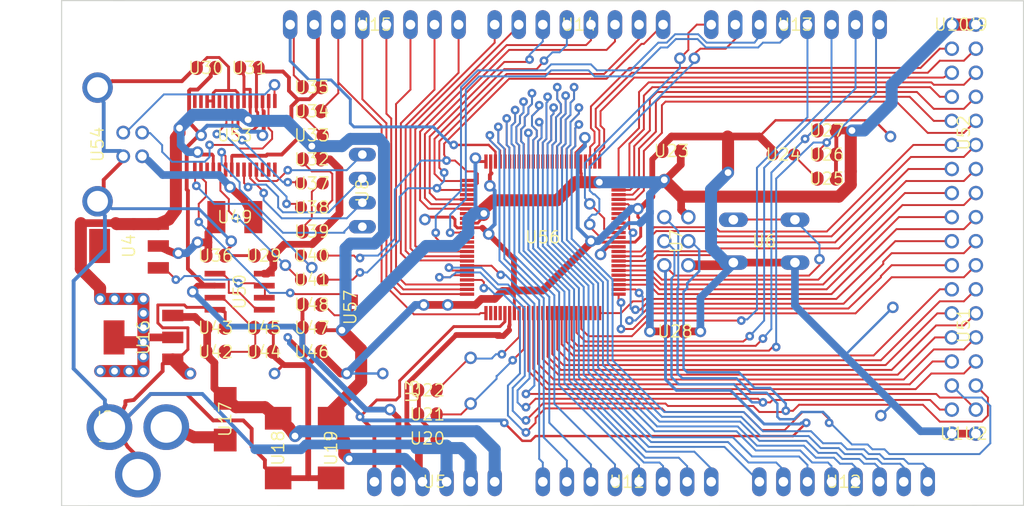
<source format=kicad_pcb>
(kicad_pcb (version 20221018) (generator pcbnew)
  (layers (0 "F.Cu" signal "Top") (31 "B.Cu" signal "Bottom") (34 "B.Paste" user) (35 "F.Paste" user) (36 "B.SilkS" user "B.Silkscreen") (37 "F.SilkS" user "F.Silkscreen") (38 "B.Mask" user) (39 "F.Mask" user) (44 "Edge.Cuts" user))
  (net 0 "")
  (net 1 "+5V")
  (net 2 "GND")
  (net 3 "N$6")
  (net 4 "N$7")
  (net 5 "AREF")
  (net 6 "RESET")
  (net 7 "VIN")
  (net 8 "N$3")
  (net 9 "PWRIN")
  (net 10 "M8RXD")
  (net 11 "M8TXD")
  (net 12 "ADC0")
  (net 13 "ADC2")
  (net 14 "ADC1")
  (net 15 "ADC3")
  (net 16 "ADC4")
  (net 17 "ADC5")
  (net 18 "ADC6")
  (net 19 "ADC7")
  (net 20 "+3V3")
  (net 21 "SDA")
  (net 22 "SCL")
  (net 23 "ADC9")
  (net 24 "ADC8")
  (net 25 "ADC10")
  (net 26 "ADC11")
  (net 27 "ADC12")
  (net 28 "ADC13")
  (net 29 "ADC14")
  (net 30 "ADC15")
  (net 31 "PB3")
  (net 32 "PB2")
  (net 33 "PB1")
  (net 34 "PB5")
  (net 35 "PB4")
  (net 36 "PE5")
  (net 37 "PE4")
  (net 38 "PE3")
  (net 39 "PE1")
  (net 40 "PE0")
  (net 41 "N$15")
  (net 42 "N$53")
  (net 43 "N$54")
  (net 44 "N$55")
  (net 45 "D-")
  (net 46 "D+")
  (net 47 "N$60")
  (net 48 "DTR")
  (net 49 "USBVCC")
  (net 50 "N$2")
  (net 51 "N$4")
  (net 52 "GATE_CMD")
  (net 53 "CMP")
  (net 54 "PB6")
  (net 55 "PH3")
  (net 56 "PH4")
  (net 57 "PH5")
  (net 58 "PH6")
  (net 59 "PG5")
  (net 60 "RXD1")
  (net 61 "TXD1")
  (net 62 "RXD2")
  (net 63 "RXD3")
  (net 64 "TXD2")
  (net 65 "TXD3")
  (net 66 "PC0")
  (net 67 "PC1")
  (net 68 "PC2")
  (net 69 "PC3")
  (net 70 "PC4")
  (net 71 "PC5")
  (net 72 "PC6")
  (net 73 "PC7")
  (net 74 "PB0")
  (net 75 "PG0")
  (net 76 "PG1")
  (net 77 "PG2")
  (net 78 "PD7")
  (net 79 "PA0")
  (net 80 "PA1")
  (net 81 "PA2")
  (net 82 "PA3")
  (net 83 "PA4")
  (net 84 "PA5")
  (net 85 "PA6")
  (net 86 "PA7")
  (net 87 "PL0")
  (net 88 "PL1")
  (net 89 "PL2")
  (net 90 "PL3")
  (net 91 "PL4")
  (net 92 "PL5")
  (net 93 "PL6")
  (net 94 "PL7")
  (net 95 "PB7")
  (net 96 "CTS")
  (net 97 "DSR")
  (net 98 "DCD")
  (net 99 "RI")
  (footprint "Arduino_MEGA_Reference_Design:2X03" (layer "F.Cu") (at 162.5981 103.7336 -90)
    (fp_text reference "U7")
    (fp_text value "")
  )
  (footprint "Arduino_MEGA_Reference_Design:1X08" (layer "F.Cu") (at 152.3111 80.8736 180)
    (fp_text reference "U14")
    (fp_text value "")
  )
  (footprint "Arduino_MEGA_Reference_Design:1X08" (layer "F.Cu") (at 130.7211 80.8736 180)
    (fp_text reference "U15")
    (fp_text value "")
  )
  (footprint "Arduino_MEGA_Reference_Design:SMC_D" (layer "F.Cu") (at 120.5611 125.5776 -90)
    (fp_text reference "U18")
    (fp_text value "")
  )
  (footprint "Arduino_MEGA_Reference_Design:SMC_D" (layer "F.Cu") (at 126.1491 125.5776 -90)
    (fp_text reference "U19")
    (fp_text value "")
  )
  (footprint "Arduino_MEGA_Reference_Design:B3F-10XX" (layer "F.Cu") (at 171.8691 103.7336 180)
    (fp_text reference "U6")
    (fp_text value "")
  )
  (footprint "Arduino_MEGA_Reference_Design:0805RND" (layer "F.Cu") (at 173.9011 94.5896 180)
    (fp_text reference "U24")
    (fp_text value "")
  )
  (footprint "Arduino_MEGA_Reference_Design:SMB" (layer "F.Cu") (at 114.9731 122.5296 -90)
    (fp_text reference "U17")
    (fp_text value "")
  )
  (footprint "Arduino_MEGA_Reference_Design:DC-21MM" (layer "F.Cu") (at 103.0351 123.2916 90)
    (fp_text reference "U55")
    (fp_text value "")
  )
  (footprint "Arduino_MEGA_Reference_Design:HC49_S" (layer "F.Cu") (at 140.8811 118.4656 90)
    (fp_text reference "U3")
    (fp_text value "")
  )
  (footprint "Arduino_MEGA_Reference_Design:SOT223" (layer "F.Cu") (at 106.3371 113.8936 90)
    (fp_text reference "U16")
    (fp_text value "")
  )
  (footprint "Arduino_MEGA_Reference_Design:1X06" (layer "F.Cu") (at 137.0711 129.1336)
    (fp_text reference "U5")
    (fp_text value "")
  )
  (footprint "Arduino_MEGA_Reference_Design:C0805RND" (layer "F.Cu") (at 124.1171 87.4776)
    (fp_text reference "U35")
    (fp_text value "")
  )
  (footprint "Arduino_MEGA_Reference_Design:C0805RND" (layer "F.Cu") (at 162.4711 113.2586)
    (fp_text reference "U28")
    (fp_text value "")
  )
  (footprint "Arduino_MEGA_Reference_Design:C0805RND" (layer "F.Cu") (at 136.3091 122.0216)
    (fp_text reference "U21")
    (fp_text value "")
  )
  (footprint "Arduino_MEGA_Reference_Design:C0805RND" (layer "F.Cu") (at 136.3091 119.4816)
    (fp_text reference "U22")
    (fp_text value "")
  )
  (footprint "Arduino_MEGA_Reference_Design:C0805RND" (layer "F.Cu") (at 113.9571 112.8776)
    (fp_text reference "U43")
    (fp_text value "")
  )
  (footprint "Arduino_MEGA_Reference_Design:RCL_0805RND" (layer "F.Cu") (at 124.1171 105.2576)
    (fp_text reference "U40")
    (fp_text value "")
  )
  (footprint "Arduino_MEGA_Reference_Design:RCL_0805RND" (layer "F.Cu") (at 124.1171 107.7976)
    (fp_text reference "U41")
    (fp_text value "")
  )
  (footprint "Arduino_MEGA_Reference_Design:1X08" (layer "F.Cu") (at 157.3911 129.1336)
    (fp_text reference "U11")
    (fp_text value "")
  )
  (footprint "Arduino_MEGA_Reference_Design:1X08" (layer "F.Cu") (at 175.1711 80.8736 180)
    (fp_text reference "U13")
    (fp_text value "")
  )
  (footprint "Arduino_MEGA_Reference_Design:R0805RND" (layer "F.Cu") (at 178.4731 94.5896 180)
    (fp_text reference "U26")
    (fp_text value "")
  )
  (footprint "Arduino_MEGA_Reference_Design:R0805RND" (layer "F.Cu") (at 178.4731 92.0496 180)
    (fp_text reference "U27")
    (fp_text value "")
  )
  (footprint "Arduino_MEGA_Reference_Design:TQFP100" (layer "F.Cu") (at 148.5011 103.3272)
    (fp_text reference "U56")
    (fp_text value "")
  )
  (footprint "Arduino_MEGA_Reference_Design:C0805RND" (layer "F.Cu") (at 162.0901 94.2086 180)
    (fp_text reference "U23")
    (fp_text value "")
  )
  (footprint "Arduino_MEGA_Reference_Design:C0805RND" (layer "F.Cu") (at 136.3091 124.5616)
    (fp_text reference "U20")
    (fp_text value "")
  )
  (footprint "Arduino_MEGA_Reference_Design:1X08" (layer "F.Cu") (at 180.2511 129.1336)
    (fp_text reference "U12")
    (fp_text value "")
  )
  (footprint "Arduino_MEGA_Reference_Design:R0805RND" (layer "F.Cu") (at 124.1171 112.8776)
    (fp_text reference "U47")
    (fp_text value "")
  )
  (footprint "Arduino_MEGA_Reference_Design:C0805RND" (layer "F.Cu") (at 124.1171 115.4176)
    (fp_text reference "U46")
    (fp_text value "")
  )
  (footprint "Arduino_MEGA_Reference_Design:C0805RND" (layer "F.Cu") (at 113.9571 105.2576)
    (fp_text reference "U36")
    (fp_text value "")
  )
  (footprint "Arduino_MEGA_Reference_Design:C0805RND" (layer "F.Cu") (at 112.9411 85.4456)
    (fp_text reference "U30")
    (fp_text value "")
  )
  (footprint "Arduino_MEGA_Reference_Design:0805RND" (layer "F.Cu") (at 124.1171 100.1776 180)
    (fp_text reference "U38")
    (fp_text value "")
  )
  (footprint "Arduino_MEGA_Reference_Design:0805RND" (layer "F.Cu") (at 124.1171 97.6376 180)
    (fp_text reference "U37")
    (fp_text value "")
  )
  (footprint "Arduino_MEGA_Reference_Design:R0805RND" (layer "F.Cu") (at 124.1171 95.0976)
    (fp_text reference "U32")
    (fp_text value "")
  )
  (footprint "Arduino_MEGA_Reference_Design:R0805RND" (layer "F.Cu") (at 124.1171 102.7176)
    (fp_text reference "U39")
    (fp_text value "")
  )
  (footprint "Arduino_MEGA_Reference_Design:SSOP28" (layer "F.Cu") (at 115.9891 92.5576)
    (fp_text reference "U53")
    (fp_text value "")
  )
  (footprint "Arduino_MEGA_Reference_Design:PN61729" (layer "F.Cu") (at 98.9584 93.5228 -90)
    (fp_text reference "U54")
    (fp_text value "")
  )
  (footprint "Arduino_MEGA_Reference_Design:L1812" (layer "F.Cu") (at 115.9891 101.1936)
    (fp_text reference "U49")
    (fp_text value "")
  )
  (footprint "Arduino_MEGA_Reference_Design:C0805RND" (layer "F.Cu") (at 117.5131 85.4456)
    (fp_text reference "U31")
    (fp_text value "")
  )
  (footprint "Arduino_MEGA_Reference_Design:0805RND" (layer "F.Cu") (at 124.1171 92.5576 180)
    (fp_text reference "U33")
    (fp_text value "")
  )
  (footprint "Arduino_MEGA_Reference_Design:R0805RND" (layer "F.Cu") (at 124.1171 90.0176 180)
    (fp_text reference "U34")
    (fp_text value "")
  )
  (footprint "Arduino_MEGA_Reference_Design:C0805RND" (layer "F.Cu") (at 124.1171 110.4392 180)
    (fp_text reference "U48")
    (fp_text value "")
  )
  (footprint "Arduino_MEGA_Reference_Design:SOT223" (layer "F.Cu") (at 104.8131 104.2416 90)
    (fp_text reference "U4")
    (fp_text value "")
  )
  (footprint "Arduino_MEGA_Reference_Design:SO08" (layer "F.Cu") (at 116.4971 109.0676 -90)
    (fp_text reference "U50")
    (fp_text value "")
  )
  (footprint "Arduino_MEGA_Reference_Design:R0805RND" (layer "F.Cu") (at 113.9571 115.4176 180)
    (fp_text reference "U42")
    (fp_text value "")
  )
  (footprint "Arduino_MEGA_Reference_Design:R0805RND" (layer "F.Cu") (at 119.0371 112.8776 180)
    (fp_text reference "U45")
    (fp_text value "")
  )
  (footprint "Arduino_MEGA_Reference_Design:C0805RND" (layer "F.Cu") (at 119.0371 115.4176 180)
    (fp_text reference "U44")
    (fp_text value "")
  )
  (footprint "Arduino_MEGA_Reference_Design:C0805RND" (layer "F.Cu") (at 119.0371 105.2576)
    (fp_text reference "U29")
    (fp_text value "")
  )
  (footprint "Arduino_MEGA_Reference_Design:2X08" (layer "F.Cu") (at 192.9511 92.3036 90)
    (fp_text reference "U52")
    (fp_text value "")
  )
  (footprint "Arduino_MEGA_Reference_Design:2X08" (layer "F.Cu") (at 192.9511 112.6236 90)
    (fp_text reference "U51")
    (fp_text value "")
  )
  (footprint "Arduino_MEGA_Reference_Design:R0805RND" (layer "F.Cu") (at 178.4731 97.1296 180)
    (fp_text reference "U25")
    (fp_text value "")
  )
  (footprint "Arduino_MEGA_Reference_Design:1X01" (layer "F.Cu") (at 191.6811 80.8736)
    (fp_text reference "U10")
    (fp_text value "")
  )
  (footprint "Arduino_MEGA_Reference_Design:1X01" (layer "F.Cu") (at 194.2211 80.8736)
    (fp_text reference "U9")
    (fp_text value "")
  )
  (footprint "Arduino_MEGA_Reference_Design:1X01" (layer "F.Cu") (at 191.6811 124.0536)
    (fp_text reference "U1")
    (fp_text value "")
  )
  (footprint "Arduino_MEGA_Reference_Design:1X01" (layer "F.Cu") (at 194.2211 124.0536)
    (fp_text reference "U2")
    (fp_text value "")
  )
  (footprint "Arduino_MEGA_Reference_Design:SJ" (layer "F.Cu") (at 128.1811 110.7186 -90)
    (fp_text reference "U57")
    (fp_text value "")
  )
  (footprint "Arduino_MEGA_Reference_Design:JP4" (layer "F.Cu") (at 129.4511 98.3996 -90)
    (fp_text reference "U8")
    (fp_text value "")
  )
  (gr_line (start 199.25 131.62) (end 97.7011 131.6736) (layer "Edge.Cuts") (width 0.12))
  (gr_line (start 97.7011 131.6736) (end 97.7011 78.3336) (layer "Edge.Cuts") (width 0.12))
  (gr_line (start 199.25 78.36) (end 199.25 131.62) (layer "Edge.Cuts") (width 0.12))
  (gr_line (start 97.7011 78.3336) (end 199.25 78.36) (layer "Edge.Cuts") (width 0.12))
  (segment (start 144.9451 112.7506) (end 145.0011 112.5676) (width 0.4064) (layer "F.Cu") (net 1))
  (segment (start 106.3371 112.8776) (end 106.3371 111.3536) (width 1.27) (layer "F.Cu") (net 1))
  (segment (start 101.2571 108.1786) (end 101.2571 108.3056) (width 0.508) (layer "F.Cu") (net 1))
  (segment (start 152.4889 95.4024) (end 152.5133 95.378) (width 0.254) (layer "F.Cu") (net 1))
  (segment (start 179.4501 92.0496) (end 179.3621 92.0496) (width 0.4064) (layer "F.Cu") (net 1))
  (segment (start 135.3321 124.5616) (end 135.0391 123.9266) (width 0.508) (layer "F.Cu") (net 1))
  (segment (start 134.1501 118.8466) (end 139.3571 113.6396) (width 0.508) (layer "F.Cu") (net 1))
  (segment (start 126.1491 122.4276) (end 127.5461 124.8156) (width 1.27) (layer "F.Cu") (net 1))
  (segment (start 127.2921 113.1316) (end 129.3241 115.1636) (width 1.27) (layer "F.Cu") (net 1))
  (segment (start 103.7461 114.4016) (end 103.2381 113.8936) (width 1.27) (layer "F.Cu") (net 1))
  (segment (start 116.9543 86.36) (end 116.8781 86.0806) (width 0.3048) (layer "F.Cu") (net 1))
  (segment (start 161.3281 97.2566) (end 163.1061 99.0346) (width 1.27) (layer "F.Cu") (net 1))
  (segment (start 101.7651 109.8296) (end 103.2891 109.8296) (width 1.27) (layer "F.Cu") (net 1))
  (segment (start 141.3891 94.9706) (end 141.8727 95.3272) (width 0.3048) (layer "F.Cu") (net 1))
  (segment (start 155.3591 104.3686) (end 155.4005 104.3272) (width 0.254) (layer "F.Cu") (net 1))
  (segment (start 159.8041 113.2586) (end 161.4941 113.2586) (width 0.8128) (layer "F.Cu") (net 1))
  (segment (start 105.3211 101.9302) (end 107.9119 101.9302) (width 1.27) (layer "F.Cu") (net 1))
  (segment (start 139.3571 113.6396) (end 143.9291 113.6396) (width 0.6096) (layer "F.Cu") (net 1))
  (segment (start 152.5143 96.52) (end 152.5143 96.266) (width 0.3048) (layer "F.Cu") (net 1))
  (segment (start 112.0521 94.3356) (end 112.3061 94.5896) (width 0.4064) (layer "F.Cu") (net 1))
  (segment (start 99.7331 101.8286) (end 103.4161 101.8286) (width 0.8128) (layer "F.Cu") (net 1))
  (segment (start 124.1425 104.0638) (end 121.2215 104.0638) (width 0.7112) (layer "F.Cu") (net 1))
  (segment (start 125.0061 103.2256) (end 124.1425 104.0638) (width 0.8128) (layer "F.Cu") (net 1))
  (segment (start 151.9301 97.5106) (end 154.4701 97.5106) (width 1.27) (layer "F.Cu") (net 1))
  (segment (start 120.0531 105.2576) (end 120.0141 105.2576) (width 0.8128) (layer "F.Cu") (net 1))
  (segment (start 152.5133 95.378) (end 152.5011 95.3272) (width 0.254) (layer "F.Cu") (net 1))
  (segment (start 124.1171 93.7006) (end 124.7521 94.4626) (width 0.8128) (layer "F.Cu") (net 1))
  (segment (start 117.6141 88.9326) (end 117.6147 87.7062) (width 0.3048) (layer "F.Cu") (net 1))
  (segment (start 103.2891 109.8296) (end 104.8131 109.8296) (width 1.27) (layer "F.Cu") (net 1))
  (segment (start 126.1491 121.7676) (end 126.1491 122.4276) (width 1.27) (layer "F.Cu") (net 1))
  (segment (start 127.5461 126.2126) (end 128.0541 126.7206) (width 1.27) (layer "F.Cu") (net 1))
  (segment (start 127.0381 96.1136) (end 127.0381 100.8126) (width 0.8128) (layer "F.Cu") (net 1))
  (segment (start 163.1061 100.4316) (end 163.8681 101.1936) (width 0.8128) (layer "F.Cu") (net 1))
  (segment (start 113.5761 94.5896) (end 113.7141 94.7276) (width 0.3048) (layer "F.Cu") (net 1))
  (segment (start 106.3371 109.8296) (end 104.8131 109.8296) (width 1.27) (layer "F.Cu") (net 1))
  (segment (start 143.2941 99.4156) (end 150.0251 99.4156) (width 1.27) (layer "F.Cu") (net 1))
  (segment (start 121.2215 104.0638) (end 120.0531 105.2576) (width 0.8128) (layer "F.Cu") (net 1))
  (segment (start 142.1511 101.1936) (end 141.6445 101.8272) (width 0.3048) (layer "F.Cu") (net 1))
  (segment (start 99.7331 106.6546) (end 99.7331 101.8286) (width 1.27) (layer "F.Cu") (net 1))
  (segment (start 109.7661 92.8116) (end 110.1471 92.3036) (width 1.27) (layer "F.Cu") (net 1))
  (segment (start 101.7651 108.6866) (end 101.7651 109.8296) (width 1.27) (layer "F.Cu") (net 1))
  (segment (start 127.2921 113.1316) (end 125.3871 113.1316) (width 0.4064) (layer "F.Cu") (net 1))
  (segment (start 120.0531 105.2576) (end 120.0531 106.5276) (width 0.8128) (layer "F.Cu") (net 1))
  (segment (start 142.2471 100.9706) (end 142.2471 100.3356) (width 1.27) (layer "F.Cu") (net 1))
  (segment (start 179.3621 94.5896) (end 179.4501 94.5896) (width 0.4064) (layer "F.Cu") (net 1))
  (segment (start 120.0531 106.5276) (end 119.4181 107.1626) (width 0.8128) (layer "F.Cu") (net 1))
  (segment (start 125.0941 102.6786) (end 125.0061 102.5906) (width 0.8128) (layer "F.Cu") (net 1))
  (segment (start 179.4891 94.4626) (end 179.3621 94.5896) (width 0.4064) (layer "F.Cu") (net 1))
  (segment (start 103.4161 101.8286) (end 103.5177 101.9302) (width 1.27) (layer "F.Cu") (net 1))
  (segment (start 163.0671 95.6446) (end 163.0671 94.2086) (width 0.8128) (layer "F.Cu") (net 1))
  (segment (start 142.2781 100.8126) (end 142.1511 101.1936) (width 0.4064) (layer "F.Cu") (net 1))
  (segment (start 163.1061 99.0346) (end 163.1061 100.4316) (width 0.8128) (layer "F.Cu") (net 1))
  (segment (start 141.8727 95.3272) (end 142.5011 95.3272) (width 0.3048) (layer "F.Cu") (net 1))
  (segment (start 113.7141 94.7276) (end 113.7141 96.1826) (width 0.3048) (layer "F.Cu") (net 1))
  (segment (start 129.3241 115.1636) (end 129.3241 118.5926) (width 1.27) (layer "F.Cu") (net 1))
  (segment (start 106.3371 115.9256) (end 106.3371 114.4016) (width 1.27) (layer "F.Cu") (net 1))
  (segment (start 143.7005 113.7412) (end 144.3355 113.7412) (width 0.6096) (layer "F.Cu") (net 1))
  (segment (start 179.4501 94.5896) (end 179.4891 94.5896) (width 0.4064) (layer "F.Cu") (net 1))
  (segment (start 127.0381 100.8126) (end 125.1331 102.7176) (width 0.8128) (layer "F.Cu") (net 1))
  (segment (start 106.9721 113.8936) (end 109.4359 113.8936) (width 0.8128) (layer "F.Cu") (net 1))
  (segment (start 135.8011 129.1336) (end 135.4201 127.7366) (width 0.8128) (layer "F.Cu") (net 1))
  (segment (start 125.1331 102.7176) (end 125.0941 102.6786) (width 0.8128) (layer "F.Cu") (net 1))
  (segment (start 181.0131 96.3676) (end 181.0131 96.4946) (width 0.8128) (layer "F.Cu") (net 1))
  (segment (start 144.9451 113.1316) (end 144.9451 112.7506) (width 0.4064) (layer "F.Cu") (net 1))
  (segment (start 125.1331 102.7176) (end 125.0941 102.7176) (width 0.8128) (layer "F.Cu") (net 1))
  (segment (start 124.7521 94.4626) (end 125.0941 95.0976) (width 0.8128) (layer "F.Cu") (net 1))
  (segment (start 125.0061 102.5906) (end 125.0061 103.2256) (width 0.8128) (layer "F.Cu") (net 1))
  (segment (start 135.0391 123.9266) (end 134.1501 123.0376) (width 0.508) (layer "F.Cu") (net 1))
  (segment (start 181.0131 97.7646) (end 181.0131 96.3676) (width 1.27) (layer "F.Cu") (net 1))
  (segment (start 109.7661 100.4316) (end 109.7661 92.8116) (width 1.27) (layer "F.Cu") (net 1))
  (segment (start 155.4005 104.3272) (end 156.5011 104.3272) (width 0.3048) (layer "F.Cu") (net 1))
  (segment (start 126.0221 95.0976) (end 127.0381 96.1136) (width 0.8128) (layer "F.Cu") (net 1))
  (segment (start 106.3371 117.4496) (end 104.8131 117.4496) (width 1.27) (layer "F.Cu") (net 1))
  (segment (start 152.5143 96.266) (end 152.5143 95.4278) (width 0.254) (layer "F.Cu") (net 1))
  (segment (start 127.5461 124.8156) (end 127.5461 126.2126) (width 1.27) (layer "F.Cu") (net 1))
  (segment (start 119.4181 107.1626) (end 119.0971 107.1626) (width 0.8128) (layer "F.Cu") (net 1))
  (segment (start 125.1331 112.8776) (end 125.0941 112.8776) (width 0.4064) (layer "F.Cu") (net 1))
  (segment (start 143.9291 113.6396) (end 143.8529 113.7158) (width 0.2032) (layer "F.Cu") (net 1))
  (segment (start 117.6147 87.7062) (end 116.9543 87.7062) (width 0.3048) (layer "F.Cu") (net 1))
  (segment (start 107.9119 101.9302) (end 109.0041 101.4476) (width 1.27) (layer "F.Cu") (net 1))
  (segment (start 135.4201 127.7366) (end 135.4201 125.1966) (width 0.8128) (layer "F.Cu") (net 1))
  (segment (start 179.4501 94.6286) (end 179.4501 97.1296) (width 0.4064) (layer "F.Cu") (net 1))
  (segment (start 150.0251 99.4156) (end 151.9301 97.5106) (width 1.27) (layer "F.Cu") (net 1))
  (segment (start 179.4891 94.5896) (end 179.4501 94.6286) (width 0.4064) (layer "F.Cu") (net 1))
  (segment (start 125.3871 113.1316) (end 125.1331 112.8776) (width 0.4064) (layer "F.Cu") (net 1))
  (segment (start 143.8529 113.7158) (end 143.7005 113.7412) (width 0.2032) (layer "F.Cu") (net 1))
  (segment (start 106.3371 112.8776) (end 106.3371 114.4016) (width 1.27) (layer "F.Cu") (net 1))
  (segment (start 117.6147 89.7636) (end 117.6141 88.9326) (width 0.3048) (layer "F.Cu") (net 1))
  (segment (start 117.3861 90.9066) (end 117.6147 90.3986) (width 0.3048) (layer "F.Cu") (net 1))
  (segment (start 144.3355 113.7412) (end 144.9451 113.1316) (width 0.6096) (layer "F.Cu") (net 1))
  (segment (start 152.5651 96.5708) (end 152.5143 96.52) (width 0.3048) (layer "F.Cu") (net 1))
  (segment (start 106.3371 114.4016) (end 103.7461 114.4016) (width 1.27) (layer "F.Cu") (net 1))
  (segment (start 106.3371 109.8296) (end 106.3371 111.3536) (width 1.27) (layer "F.Cu") (net 1))
  (segment (start 181.1401 92.0496) (end 179.4501 92.0496) (width 0.8128) (layer "F.Cu") (net 1))
  (segment (start 109.0041 101.4476) (end 109.7661 100.4316) (width 1.27) (layer "F.Cu") (net 1))
  (segment (start 99.7331 106.6546) (end 101.2571 108.1786) (width 1.27) (layer "F.Cu") (net 1))
  (segment (start 110.1471 92.3036) (end 110.1471 91.7956) (width 1.27) (layer "F.Cu") (net 1))
  (segment (start 163.1061 99.0346) (end 179.7431 99.0346) (width 1.27) (layer "F.Cu") (net 1))
  (segment (start 116.9543 87.6554) (end 116.9543 86.36) (width 0.3048) (layer "F.Cu") (net 1))
  (segment (start 101.2571 108.1786) (end 101.7651 108.6866) (width 1.27) (layer "F.Cu") (net 1))
  (segment (start 129.3241 118.5926) (end 126.1491 121.7676) (width 1.27) (layer "F.Cu") (net 1))
  (segment (start 145.0011 112.5676) (end 145.0011 111.3272) (width 0.3556) (layer "F.Cu") (net 1))
  (segment (start 106.3371 115.9256) (end 106.3371 117.4496) (width 1.27) (layer "F.Cu") (net 1))
  (segment (start 179.4891 92.1766) (end 179.4891 94.4626) (width 0.4064) (layer "F.Cu") (net 1))
  (segment (start 191.6811 80.8736) (end 194.2211 80.8736) (width 1.27) (layer "F.Cu") (net 1))
  (segment (start 181.0131 96.3676) (end 181.0131 92.1766) (width 1.27) (layer "F.Cu") (net 1))
  (segment (start 153.0731 97.5106) (end 152.5651 97.0026) (width 0.4064) (layer "F.Cu") (net 1))
  (segment (start 116.8781 86.0806) (end 116.5361 85.4456) (width 0.3048) (layer "F.Cu") (net 1))
  (segment (start 101.7651 117.4496) (end 103.2891 117.4496) (width 1.27) (layer "F.Cu") (net 1))
  (segment (start 161.4551 97.2566) (end 163.0671 95.6446) (width 0.8128) (layer "F.Cu") (net 1))
  (segment (start 134.1501 123.0376) (end 134.1501 118.8466) (width 0.508) (layer "F.Cu") (net 1))
  (segment (start 104.8131 117.4496) (end 103.2891 117.4496) (width 1.27) (layer "F.Cu") (net 1))
  (segment (start 152.5143 95.4278) (end 152.4889 95.4024) (width 0.254) (layer "F.Cu") (net 1))
  (segment (start 154.4701 97.5106) (end 153.0731 97.5106) (width 0.4064) (layer "F.Cu") (net 1))
  (segment (start 154.5971 105.1306) (end 155.3591 104.3686) (width 0.3048) (layer "F.Cu") (net 1))
  (segment (start 112.3061 94.5896) (end 113.5761 94.5896) (width 0.4064) (layer "F.Cu") (net 1))
  (segment (start 152.5651 97.0026) (end 152.5651 96.5708) (width 0.3048) (layer "F.Cu") (net 1))
  (segment (start 142.1511 101.1936) (end 142.2471 100.9706) (width 0.4064) (layer "F.Cu") (net 1))
  (segment (start 142.2471 100.3356) (end 143.2941 99.4156) (width 1.27) (layer "F.Cu") (net 1))
  (segment (start 141.6445 101.8272) (end 140.5011 101.8272) (width 0.3048) (layer "F.Cu") (net 1))
  (segment (start 125.0941 95.0976) (end 126.0221 95.0976) (width 0.8128) (layer "F.Cu") (net 1))
  (segment (start 161.3281 97.2566) (end 161.4551 97.2566) (width 0.8128) (layer "F.Cu") (net 1))
  (segment (start 179.3621 92.0496) (end 179.4891 92.1766) (width 0.4064) (layer "F.Cu") (net 1))
  (segment (start 181.0131 92.1766) (end 181.1401 92.0496) (width 0.8128) (layer "F.Cu") (net 1))
  (segment (start 125.0941 102.6786) (end 125.0941 102.7176) (width 0.8128) (layer "F.Cu") (net 1))
  (segment (start 116.9641 88.9326) (end 116.9543 87.6554) (width 0.3048) (layer "F.Cu") (net 1))
  (segment (start 135.4201 125.1966) (end 135.3321 124.5616) (width 0.8128) (layer "F.Cu") (net 1))
  (segment (start 179.7431 99.0346) (end 181.0131 97.7646) (width 1.27) (layer "F.Cu") (net 1))
  (segment (start 116.9543 87.7062) (end 116.9641 88.9326) (width 0.3048) (layer "F.Cu") (net 1))
  (segment (start 103.5177 101.9302) (end 105.3211 101.9302) (width 1.27) (layer "F.Cu") (net 1))
  (segment (start 117.6147 90.3986) (end 117.6147 89.7636) (width 0.3048) (layer "F.Cu") (net 1))
  (via (at 106.3371 115.9256) (size 1.2192) (drill 0.7112) (layers "F.Cu" "B.Cu") (net 1))
  (via (at 104.8131 109.8296) (size 1.2192) (drill 0.7112) (layers "F.Cu" "B.Cu") (net 1))
  (via (at 106.3371 109.8296) (size 1.2192) (drill 0.7112) (layers "F.Cu" "B.Cu") (net 1))
  (via (at 159.8041 113.2586) (size 1.2192) (drill 0.7112) (layers "F.Cu" "B.Cu") (net 1))
  (via (at 101.7651 117.4496) (size 1.2192) (drill 0.7112) (layers "F.Cu" "B.Cu") (net 1))
  (via (at 127.2921 113.1316) (size 1.2192) (drill 0.7112) (layers "F.Cu" "B.Cu") (net 1))
  (via (at 142.2781 100.8126) (size 1.2192) (drill 0.7112) (layers "F.Cu" "B.Cu") (net 1))
  (via (at 106.3371 114.4016) (size 1.2192) (drill 0.7112) (layers "F.Cu" "B.Cu") (net 1))
  (via (at 106.3371 111.3536) (size 1.2192) (drill 0.7112) (layers "F.Cu" "B.Cu") (net 1))
  (via (at 103.2891 117.4496) (size 1.2192) (drill 0.7112) (layers "F.Cu" "B.Cu") (net 1))
  (via (at 110.1471 91.7956) (size 1.2192) (drill 0.7112) (layers "F.Cu" "B.Cu") (net 1))
  (via (at 154.4701 97.5106) (size 1.2192) (drill 0.7112) (layers "F.Cu" "B.Cu") (net 1))
  (via (at 181.1401 92.0496) (size 1.2192) (drill 0.7112) (layers "F.Cu" "B.Cu") (net 1))
  (via (at 117.3861 90.9066) (size 1.2192) (drill 0.7112) (layers "F.Cu" "B.Cu") (net 1))
  (via (at 124.1171 93.7006) (size 1.2192) (drill 0.7112) (layers "F.Cu" "B.Cu") (net 1))
  (via (at 104.8131 117.4496) (size 1.2192) (drill 0.7112) (layers "F.Cu" "B.Cu") (net 1))
  (via (at 106.3371 117.4496) (size 1.2192) (drill 0.7112) (layers "F.Cu" "B.Cu") (net 1))
  (via (at 161.3281 97.2566) (size 1.2192) (drill 0.7112) (layers "F.Cu" "B.Cu") (net 1))
  (via (at 141.3891 94.9706) (size 1.2192) (drill 0.7112) (layers "F.Cu" "B.Cu") (net 1))
  (via (at 106.3371 112.8776) (size 1.2192) (drill 0.7112) (layers "F.Cu" "B.Cu") (net 1))
  (via (at 103.2891 109.8296) (size 1.2192) (drill 0.7112) (layers "F.Cu" "B.Cu") (net 1))
  (via (at 128.0541 126.7206) (size 1.2192) (drill 0.7112) (layers "F.Cu" "B.Cu") (net 1))
  (via (at 101.7651 109.8296) (size 1.2192) (drill 0.7112) (layers "F.Cu" "B.Cu") (net 1))
  (via (at 154.5971 105.1306) (size 1.2192) (drill 0.7112) (layers "F.Cu" "B.Cu") (net 1))
  (via (at 112.0521 94.3356) (size 1.2192) (drill 0.7112) (layers "F.Cu" "B.Cu") (net 1))
  (segment (start 127.2921 113.1316) (end 136.1821 104.2416) (width 1.27) (layer "B.Cu") (net 1))
  (segment (start 131.7371 93.5736) (end 131.7371 102.9716) (width 1.27) (layer "B.Cu") (net 1))
  (segment (start 161.3281 97.2566) (end 159.8041 98.7806) (width 0.8128) (layer "B.Cu") (net 1))
  (segment (start 159.8041 100.5586) (end 159.8041 100.8126) (width 0.8128) (layer "B.Cu") (net 1))
  (segment (start 154.7241 104.6226) (end 154.7241 105.0036) (width 0.4064) (layer "B.Cu") (net 1))
  (segment (start 159.8041 100.5586) (end 159.8041 113.2586) (width 0.8128) (layer "B.Cu") (net 1))
  (segment (start 158.7881 101.8286) (end 157.5181 101.8286) (width 0.4064) (layer "B.Cu") (net 1))
  (segment (start 110.4011 91.6686) (end 110.2741 91.7956) (width 0.8128) (layer "B.Cu") (net 1))
  (segment (start 159.8041 98.7806) (end 159.8041 100.5586) (width 0.8128) (layer "B.Cu") (net 1))
  (segment (start 128.0541 126.7206) (end 133.8961 126.7206) (width 1.27) (layer "B.Cu") (net 1))
  (segment (start 161.0741 97.5106) (end 161.3281 97.2566) (width 0.6096) (layer "B.Cu") (net 1))
  (segment (start 154.4701 97.5106) (end 161.0741 97.5106) (width 1.27) (layer "B.Cu") (net 1))
  (segment (start 117.6401 91.0336) (end 121.4501 91.0336) (width 1.27) (layer "B.Cu") (net 1))
  (segment (start 139.2301 104.2416) (end 140.6271 102.8446) (width 1.27) (layer "B.Cu") (net 1))
  (segment (start 142.2781 100.9396) (end 141.3891 100.0506) (width 0.4064) (layer "B.Cu") (net 1))
  (segment (start 127.6731 104.4956) (end 127.6731 112.6236) (width 1.27) (layer "B.Cu") (net 1))
  (segment (start 154.7241 105.0036) (end 154.5971 105.1306) (width 0.4064) (layer "B.Cu") (net 1))
  (segment (start 111.5441 90.3986) (end 116.7511 90.3986) (width 1.27) (layer "B.Cu") (net 1))
  (segment (start 135.1661 127.9906) (end 135.8011 129.1336) (width 1.27) (layer "B.Cu") (net 1))
  (segment (start 128.1811 92.9386) (end 131.2291 92.9386) (width 1.27) (layer "B.Cu") (net 1))
  (segment (start 131.2291 92.9386) (end 131.7371 93.5736) (width 1.27) (layer "B.Cu") (net 1))
  (segment (start 110.2741 93.5736) (end 111.0361 94.3356) (width 0.8128) (layer "B.Cu") (net 1))
  (segment (start 159.8041 100.8126) (end 158.7881 101.8286) (width 0.8128) (layer "B.Cu") (net 1))
  (segment (start 127.6731 112.6236) (end 127.2921 113.0046) (width 0.8128) (layer "B.Cu") (net 1))
  (segment (start 130.7211 103.9876) (end 128.1811 103.9876) (width 1.27) (layer "B.Cu") (net 1))
  (segment (start 185.3311 87.2236) (end 191.6811 80.8736) (width 1.27) (layer "B.Cu") (net 1))
  (segment (start 131.7371 102.9716) (end 130.7211 103.9876) (width 1.27) (layer "B.Cu") (net 1))
  (segment (start 140.6271 101.4476) (end 141.2621 100.8126) (width 1.27) (layer "B.Cu") (net 1))
  (segment (start 157.5181 101.8286) (end 154.7241 104.6226) (width 0.4064) (layer "B.Cu") (net 1))
  (segment (start 116.7511 90.3986) (end 117.3861 90.9066) (width 1.27) (layer "B.Cu") (net 1))
  (segment (start 142.2781 100.8126) (end 142.2781 100.9396) (width 0.4064) (layer "B.Cu") (net 1))
  (segment (start 181.1401 92.0496) (end 182.4101 92.0496) (width 1.27) (layer "B.Cu") (net 1))
  (segment (start 111.0361 94.3356) (end 112.0521 94.3356) (width 0.8128) (layer "B.Cu") (net 1))
  (segment (start 127.2921 93.7006) (end 128.1811 92.9386) (width 1.27) (layer "B.Cu") (net 1))
  (segment (start 141.3891 100.0506) (end 141.3891 94.9706) (width 0.4064) (layer "B.Cu") (net 1))
  (segment (start 110.2741 91.7956) (end 110.2741 93.5736) (width 0.8128) (layer "B.Cu") (net 1))
  (segment (start 128.1811 103.9876) (end 127.6731 104.4956) (width 1.27) (layer "B.Cu") (net 1))
  (segment (start 182.4101 92.0496) (end 185.3311 89.1286) (width 1.27) (layer "B.Cu") (net 1))
  (segment (start 117.3861 90.9066) (end 117.6401 91.0336) (width 1.27) (layer "B.Cu") (net 1))
  (segment (start 110.1471 91.7956) (end 111.5441 90.3986) (width 1.27) (layer "B.Cu") (net 1))
  (segment (start 141.2621 100.8126) (end 142.2781 100.8126) (width 1.27) (layer "B.Cu") (net 1))
  (segment (start 110.1471 91.7956) (end 110.4011 91.6686) (width 0.8128) (layer "B.Cu") (net 1))
  (segment (start 185.3311 89.1286) (end 185.3311 87.2236) (width 1.27) (layer "B.Cu") (net 1))
  (segment (start 140.6271 102.8446) (end 140.6271 101.4476) (width 1.27) (layer "B.Cu") (net 1))
  (segment (start 124.1171 93.7006) (end 127.2921 93.7006) (width 1.27) (layer "B.Cu") (net 1))
  (segment (start 136.1821 104.2416) (end 139.2301 104.2416) (width 1.27) (layer "B.Cu") (net 1))
  (segment (start 121.4501 91.0336) (end 124.1171 93.7006) (width 1.27) (layer "B.Cu") (net 1))
  (segment (start 127.2921 113.0046) (end 127.2921 113.1316) (width 0.8128) (layer "B.Cu") (net 1))
  (segment (start 133.8961 126.7206) (end 135.1661 127.9906) (width 1.27) (layer "B.Cu") (net 1))
  (segment (start 137.2861 124.5616) (end 136.9441 123.9266) (width 0.3048) (layer "F.Cu") (net 2))
  (segment (start 103.3907 123.3678) (end 103.4923 123.3678) (width 0.4064) (layer "F.Cu") (net 2))
  (segment (start 135.4201 120.1166) (end 135.3321 119.4816) (width 0.3048) (layer "F.Cu") (net 2))
  (segment (start 113.7141 88.9326) (end 113.0641 88.9326) (width 0.3048) (layer "F.Cu") (net 2))
  (segment (start 122.6566 88.8111) (end 121.7041 87.8586) (width 0.4064) (layer "F.Cu") (net 2))
  (segment (start 137.5791 125.1966) (end 137.2861 124.5616) (width 0.4064) (layer "F.Cu") (net 2))
  (segment (start 112.541482 84.868218) (end 111.9641 85.4456) (width 0.3048) (layer "F.Cu") (net 2))
  (segment (start 145.5011 108.9886) (end 145.5011 111.3272) (width 0.3048) (layer "F.Cu") (net 2))
  (segment (start 168.3131 106.2736) (end 163.8681 106.2736) (width 1.016) (layer "F.Cu") (net 2))
  (segment (start 158.7881 100.3046) (end 160.0581 99.0346) (width 0.6096) (layer "F.Cu") (net 2))
  (segment (start 123.4821 116.8146) (end 121.1961 116.8146) (width 0.6096) (layer "F.Cu") (net 2))
  (segment (start 142.0495 102.3112) (end 142.0241 102.3366) (width 0.3048) (layer "F.Cu") (net 2))
  (segment (start 113.7141 88.0833) (end 113.7141 88.9326) (width 0.3048) (layer "F.Cu") (net 2))
  (segment (start 121.9581 91.4146) (end 121.9581 89.5096) (width 0.4064) (layer "F.Cu") (net 2))
  (segment (start 116.3193 91.6178) (end 116.3193 89.0778) (width 0.3048) (layer "F.Cu") (net 2))
  (segment (start 103.5431 123.4186) (end 107.0991 119.8626) (width 0.4064) (layer "F.Cu") (net 2))
  (segment (start 104.6861 125.4506) (end 103.3907 123.3678) (width 0.4064) (layer "F.Cu") (net 2))
  (segment (start 158.5341 100.3046) (end 158.7881 100.3046) (width 0.6096) (layer "F.Cu") (net 2))
  (segment (start 116.8781 122.6566) (end 117.7671 123.5456) (width 0.4064) (layer "F.Cu") (net 2))
  (segment (start 158.835701 101.468305) (end 158.5341 101.166704) (width 0.3048) (layer "F.Cu") (net 2))
  (segment (start 107.8611 110.4646) (end 110.6551 110.4646) (width 0.3048) (layer "F.Cu") (net 2))
  (segment (start 160.9471 94.2086) (end 161.0741 94.2086) (width 0.6096) (layer "F.Cu") (net 2))
  (segment (start 110.9091 110.7186) (end 112.8141 110.7186) (width 0.3048) (layer "F.Cu") (net 2))
  (segment (start 162.0901 92.6846) (end 168.0154 92.6846) (width 0.8128) (layer "F.Cu") (net 2))
  (segment (start 110.9345 117.7036) (end 109.4359 116.205) (width 1.27) (layer "F.Cu") (net 2))
  (segment (start 111.0361 115.1636) (end 111.0361 112.8776) (width 0.3048) (layer "F.Cu") (net 2))
  (segment (start 168.0154 92.6846) (end 171.3611 92.6846) (width 0.8128) (layer "F.Cu") (net 2))
  (segment (start 115.6081 104.2416) (end 115.2271 104.6226) (width 0.3048) (layer "F.Cu") (net 2))
  (segment (start 123.7361 117.0686) (end 123.4821 116.8146) (width 0.6096) (layer "F.Cu") (net 2))
  (segment (start 152.9461 92.8116) (end 152.9461 93.4466) (width 0.3048) (layer "F.Cu") (net 2))
  (segment (start 110.9091 119.8626) (end 113.7031 122.6566) (width 0.4064) (layer "F.Cu") (net 2))
  (segment (start 145.4531 108.9406) (end 148.5011 108.9406) (width 0.8128) (layer "F.Cu") (net 2))
  (segment (start 115.33089 87.83089) (end 113.96651 87.83089) (width 0.3048) (layer "F.Cu") (net 2))
  (segment (start 114.9731 111.2266) (end 114.9731 112.2426) (width 0.3048) (layer "F.Cu") (net 2))
  (segment (start 106.3879 128.3716) (end 105.3211 126.0856) (width 0.4064) (layer "F.Cu") (net 2))
  (segment (start 112.8141 110.7186) (end 113.8971 110.9726) (width 0.3048) (layer "F.Cu") (net 2))
  (segment (start 120.5611 128.7276) (end 121.9581 128.7526) (width 0.3048) (layer "F.Cu") (net 2))
  (segment (start 153.5811 103.7336) (end 153.7081 103.8606) (width 0.4064) (layer "F.Cu") (net 2))
  (segment (start 120.0141 115.4176) (end 120.0531 114.7826) (width 0.3048) (layer "F.Cu") (net 2))
  (segment (start 171.3611 92.6846) (end 172.7581 94.0816) (width 0.8128) (layer "F.Cu") (net 2))
  (segment (start 143.4211 109.8296) (end 144.2621 108.9886) (width 0.8128) (layer "F.Cu") (net 2))
  (segment (start 121.0691 85.8266) (end 119.0371 85.8266) (width 0.4064) (layer "F.Cu") (net 2))
  (segment (start 119.1641 127.6096) (end 120.5611 128.7276) (width 0.4064) (layer "F.Cu") (net 2))
  (segment (start 120.9421 94.5896) (end 122.9741 92.5576) (width 0.4064) (layer "F.Cu") (net 2))
  (segment (start 163.4481 113.2586) (end 165.1381 113.2586) (width 0.8128) (layer "F.Cu") (net 2))
  (segment (start 156.5195 103.8272) (end 156.5275 103.8352) (width 0.3048) (layer "F.Cu") (net 2))
  (segment (start 160.0581 95.0976) (end 160.9471 94.2086) (width 0.6096) (layer "F.Cu") (net 2))
  (segment (start 125.0941 87.4776) (end 124.7521 86.8426) (width 0.4064) (layer "F.Cu") (net 2))
  (segment (start 135.3321 122.0216) (end 135.4201 121.3866) (width 0.3048) (layer "F.Cu") (net 2))
  (segment (start 116.3193 89.0778) (end 116.3141 89.0726) (width 0.3048) (layer "F.Cu") (net 2))
  (segment (start 124.7521 128.7526) (end 126.1491 128.7276) (width 0.6096) (layer "F.Cu") (net 2))
  (segment (start 116.7511 92.0496) (end 116.3193 91.6178) (width 0.3048) (layer "F.Cu") (net 2))
  (segment (start 168.5925 105.9942) (end 168.3131 106.2736) (width 1.016) (layer "F.Cu") (net 2))
  (segment (start 168.0591 96.4946) (end 168.0591 92.7283) (width 1.27) (layer "F.Cu") (net 2))
  (segment (start 135.6741 122.6566) (end 135.3321 122.0216) (width 0.4064) (layer "F.Cu") (net 2))
  (segment (start 123.7361 128.7526) (end 124.7521 128.7526) (width 0.6096) (layer "F.Cu") (net 2))
  (segment (start 168.6179 105.9942) (end 168.5925 105.9942) (width 1.016) (layer "F.Cu") (net 2))
  (segment (start 139.2301 101.4476) (end 138.9761 101.1936) (width 0.3048) (layer "F.Cu") (net 2))
  (segment (start 109.5121 116.1796) (end 109.4861 116.1736) (width 0.3048) (layer "F.Cu") (net 2))
  (segment (start 168.0591 92.7283) (end 168.0154 92.6846) (width 1.27) (layer "F.Cu") (net 2))
  (segment (start 142.9131 97.8916) (end 142.9131 96.7486) (width 0.4064) (layer "F.Cu") (net 2))
  (segment (start 137.9601 127.7366) (end 138.3411 129.1336) (width 0.4064) (layer "F.Cu") (net 2))
  (segment (start 124.8791 115.6716) (end 125.0941 115.4176) (width 0.3048) (layer "F.Cu") (net 2))
  (segment (start 152.9461 93.4466) (end 152.0011 94.3916) (width 0.3048) (layer "F.Cu") (net 2))
  (segment (start 115.6641 96.1826) (end 115.6641 94.7876) (width 0.3048) (layer "F.Cu") (net 2))
  (segment (start 116.06169 87.83089) (end 115.33089 87.83089) (width 0.3048) (layer "F.Cu") (net 2))
  (segment (start 125.0941 115.4176) (end 125.0941 115.4566) (width 0.8128) (layer "F.Cu") (net 2))
  (segment (start 103.3907 123.3678) (end 104.4321 121.0056) (width 0.4064) (layer "F.Cu") (net 2))
  (segment (start 122.9741 92.5576) (end 122.5931 92.0496) (width 0.4064) (layer "F.Cu") (net 2))
  (segment (start 115.33089 85.340767) (end 114.333313 84.34319) (width 0.3048) (layer "F.Cu") (net 2))
  (segment (start 108.3691 116.6876) (end 109.4359 116.205) (width 0.3048) (layer "F.Cu") (net 2))
  (segment (start 142.0241 109.8296) (end 143.4211 109.8296) (width 0.8128) (layer "F.Cu") (net 2))
  (segment (start 145.4531 105.6386) (end 142.7861 102.9716) (width 0.6096) (layer "F.Cu") (net 2))
  (segment (start 142.0241 102.3112) (end 142.1003 102.3112) (width 0.3048) (layer "F.Cu") (net 2))
  (segment (start 142.0241 102.3366) (end 142.0241 102.3112) (width 0.3048) (layer "F.Cu") (net 2))
  (segment (start 139.4747 102.3272) (end 139.2301 102.0826) (width 0.3048) (layer "F.Cu") (net 2))
  (segment (start 136.9441 123.9266) (end 135.6741 122.6566) (width 0.4064) (layer "F.Cu") (net 2))
  (segment (start 161.0741 94.2086) (end 161.0741 93.7006) (width 0.8128) (layer "F.Cu") (net 2))
  (segment (start 115.6081 103.7336) (end 115.6081 104.2416) (width 0.3048) (layer "F.Cu") (net 2))
  (segment (start 103.9241 95.4786) (end 104.2211 94.8236) (width 0.4064) (layer "F.Cu") (net 2))
  (segment (start 123.8631 88.7476) (end 124.6251 87.9856) (width 0.4064) (layer "F.Cu") (net 2))
  (segment (start 110.5281 115.6716) (end 111.0361 115.1636) (width 0.3048) (layer "F.Cu") (net 2))
  (segment (start 122.6566 88.8111) (end 122.7201 88.7476) (width 0.3048) (layer "F.Cu") (net 2))
  (segment (start 104.4321 120.6246) (end 105.3211 120.4976) (width 0.4064) (layer "F.Cu") (net 2))
  (segment (start 109.4359 116.205) (end 109.5121 116.1796) (width 0.3048) (layer "F.Cu") (net 2))
  (segment (start 121.9581 128.7526) (end 123.7361 128.7526) (width 0.6096) (layer "F.Cu") (net 2))
  (segment (start 168.6179 105.9942) (end 175.1457 105.9942) (width 0.8128) (layer "F.Cu") (net 2))
  (segment (start 157.6197 103.8352) (end 158.23371 103.8352) (width 0.3048) (layer "F.Cu") (net 2))
  (segment (start 142.7861 102.9716) (end 142.1257 102.3112) (width 0.6096) (layer "F.Cu") (net 2))
  (segment (start 142.9131 96.7486) (end 143.0909 96.5708) (width 0.4064) (layer "F.Cu") (net 2))
  (segment (start 122.7201 88.7476) (end 123.8631 88.7476) (width 0.4064) (layer "F.Cu") (net 2))
  (segment (start 121.1961 116.8146) (end 120.3071 116.0526) (width 0.6096) (layer "F.Cu") (net 2))
  (segment (start 109.4359 116.205) (end 110.5281 115.6716) (width 0.3048) (layer "F.Cu") (net 2))
  (segment (start 139.2301 102.0826) (end 139.2301 101.4476) (width 0.3048) (layer "F.Cu") (net 2))
  (segment (start 137.9601 127.7366) (end 137.9601 125.5776) (width 0.4064) (layer "F.Cu") (net 2))
  (segment (start 110.4011 86.8426) (end 111.4171 85.8266) (width 0.4064) (layer "F.Cu") (net 2))
  (segment (start 153.5811 103.8606) (end 153.5811 103.7336) (width 0.6096) (layer "F.Cu") (net 2))
  (segment (start 111.4171 85.8266) (end 111.9641 85.4456) (width 0.3048) (layer "F.Cu") (net 2))
  (segment (start 115.7351 94.7166) (end 119.2911 94.7166) (width 0.4064) (layer "F.Cu") (net 2))
  (segment (start 158.5341 101.166704) (end 158.5341 100.3046) (width 0.3048) (layer "F.Cu") (net 2))
  (segment (start 104.4321 121.0056) (end 104.4321 120.6246) (width 0.4064) (layer "F.Cu") (net 2))
  (segment (start 118.2641 90.0066) (end 118.4021 90.1446) (width 0.3048) (layer "F.Cu") (net 2))
  (segment (start 185.2041 92.6846) (end 183.49409 90.97459) (width 0.25) (layer "F.Cu") (net 2))
  (segment (start 183.49409 90.97459) (end 173.07111 90.97459) (width 0.25) (layer "F.Cu") (net 2))
  (segment (start 117.7671 123.5456) (end 117.7671 125.4506) (width 0.4064) (layer "F.Cu") (net 2))
  (segment (start 153.7843 103.8352) (end 157.6197 103.8352) (width 0.3048) (layer "F.Cu") (net 2))
  (segment (start 116.3141 88.9326) (end 116.3141 88.0833) (width 0.3048) (layer "F.Cu") (net 2))
  (segment (start 140.5763 102.3112) (end 140.5603 102.3272) (width 0.3048) (layer "F.Cu") (net 2))
  (segment (start 111.0361 112.8776) (end 108.3691 112.8776) (width 0.3048) (layer "F.Cu") (net 2))
  (segment (start 153.7081 103.8606) (end 153.7589 103.8098) (width 0.4064) (layer "F.Cu") (net 2))
  (segment (start 173.07111 90.97459) (end 171.3611 92.6846) (width 0.25) (layer "F.Cu") (net 2))
  (segment (start 140.5603 102.3272) (end 140.5011 102.3272) (width 0.3048) (layer "F.Cu") (net 2))
  (segment (start 140.5011 102.3272) (end 139.4747 102.3272) (width 0.3048) (layer "F.Cu") (net 2))
  (segment (start 158.835701 103.233209) (end 158.835701 101.468305) (width 0.3048) (layer "F.Cu") (net 2))
  (segment (start 142.0241 102.3112) (end 140.5763 102.3112) (width 0.3048) (layer "F.Cu") (net 2))
  (segment (start 145.4531 108.9406) (end 145.4531 105.6386) (width 0.6096) (layer "F.Cu") (net 2))
  (segment (start 117.7671 125.4506) (end 119.1641 126.8476) (width 0.4064) (layer "F.Cu") (net 2))
  (segment (start 116.3141 88.0833) (end 116.06169 87.83089) (width 0.3048) (layer "F.Cu") (net 2))
  (segment (start 107.8611 112.3696) (end 107.8611 110.4646) (width 0.3048) (layer "F.Cu") (net 2))
  (segment (start 111.2901 117.7036) (end 110.9345 117.7036) (width 1.27) (layer "F.Cu") (net 2))
  (segment (start 120.0531 113.5126) (end 120.0141 112.8776) (width 0.3048) (layer "F.Cu") (net 2))
  (segment (start 108.3691 117.4496) (end 108.3691 116.6876) (width 0.4064) (layer "F.Cu") (net 2))
  (segment (start 114.9341 105.2576) (end 118.0601 105.2576) (width 0.3048) (layer "F.Cu") (net 2))
  (segment (start 191.6811 124.0536) (end 194.2211 124.0536) (width 0.8128) (layer "F.Cu") (net 2))
  (segment (start 175.1457 105.9942) (end 175.1203 105.9942) (width 0.8128) (layer "F.Cu") (net 2))
  (segment (start 124.7521 86.8426) (end 124.7521 82.2706) (width 0.4064) (layer "F.Cu") (net 2))
  (segment (start 145.5011 108.9886) (end 145.4531 108.9406) (width 0.3048) (layer "F.Cu") (net 2))
  (segment (start 119.1641 126.8476) (end 119.1641 127.6096) (width 0.4064) (layer "F.Cu") (net 2))
  (segment (start 121.0691 116.8146) (end 121.1961 116.8146) (width 0.3048) (layer "F.Cu") (net 2))
  (segment (start 121.9581 89.5096) (end 122.6566 88.8111) (width 0.4064) (layer "F.Cu") (net 2))
  (segment (start 113.06651 84.34319) (end 112.541482 84.868218) (width 0.3048) (layer "F.Cu") (net 2))
  (segment (start 101.5111 87.5736) (end 103.0351 86.8426) (width 0.4064) (layer "F.Cu") (net 2))
  (segment (start 114.333313 84.34319) (end 113.06651 84.34319) (width 0.3048) (layer "F.Cu") (net 2))
  (segment (start 144.2621 108.9886) (end 145.5011 108.9886) (width 0.8128) (layer "F.Cu") (net 2))
  (segment (start 123.7361 128.7526) (end 123.7361 117.0686) (width 0.6096) (layer "F.Cu") (net 2))
  (segment (start 118.2751 86.0806) (end 118.2751 88.2396) (width 0.3048) (layer "F.Cu") (net 2))
  (segment (start 175.1457 105.9942) (end 175.1711 106.0196) (width 0.8128) (layer "F.Cu") (net 2))
  (segment (start 116.3141 89.0726) (end 116.3141 88.9326) (width 0.3048) (layer "F.Cu") (net 2))
  (segment (start 119.2911 94.7166) (end 119.4181 94.5896) (width 0.4064) (layer "F.Cu") (net 2))
  (segment (start 118.2641 88.9326) (end 118.2641 90.0066) (width 0.3048) (layer "F.Cu") (net 2))
  (segment (start 135.4201 121.3866) (end 135.4201 120.1166) (width 0.4064) (layer "F.Cu") (net 2))
  (segment (start 113.7031 122.6566) (end 116.8781 122.6566) (width 0.4064) (layer "F.Cu") (net 2))
  (segment (start 137.9601 125.5776) (end 137.5791 125.1966) (width 0.4064) (layer "F.Cu") (net 2))
  (segment (start 152.0011 94.3916) (end 152.0011 95.3272) (width 0.3048) (layer "F.Cu") (net 2))
  (segment (start 127.1651 117.7036) (end 127.8001 117.7036) (width 0.8128) (layer "F.Cu") (net 2))
  (segment (start 121.7041 86.4616) (end 121.0691 85.8266) (width 0.4064) (layer "F.Cu") (net 2))
  (segment (start 113.8971 110.9726) (end 114.9731 111.2266) (width 0.3048) (layer "F.Cu") (net 2))
  (segment (start 135.9281 110.4646) (end 141.3891 110.4646) (width 0.8128) (layer "F.Cu") (net 2))
  (segment (start 115.6641 94.7876) (end 115.7351 94.7166) (width 0.3048) (layer "F.Cu") (net 2))
  (segment (start 161.0741 94.2086) (end 161.1131 94.2086) (width 0.8128) (layer "F.Cu") (net 2))
  (segment (start 172.7581 94.0816) (end 172.7581 94.5896) (width 0.8128) (layer "F.Cu") (net 2))
  (segment (start 119.4181 94.5896) (end 120.9421 94.5896) (width 0.4064) (layer "F.Cu") (net 2))
  (segment (start 153.7589 103.8098) (end 153.7843 103.8352) (width 0.3048) (layer "F.Cu") (net 2))
  (segment (start 118.4021 91.5416) (end 117.8941 92.0496) (width 0.3048) (layer "F.Cu") (net 2))
  (segment (start 138.9761 101.1936) (end 136.3091 101.1936) (width 0.3048) (layer "F.Cu") (net 2))
  (segment (start 142.1257 102.3112) (end 142.0495 102.3112) (width 0.3048) (layer "F.Cu") (net 2))
  (segment (start 142.9893 96.4692) (end 143.0011 95.3272) (width 0.3048) (layer "F.Cu") (net 2))
  (segment (start 141.3891 110.4646) (end 142.0241 109.8296) (width 0.8128) (layer "F.Cu") (net 2))
  (segment (start 125.0941 115.4566) (end 125.0061 115.5446) (width 0.8128) (layer "F.Cu") (net 2))
  (segment (start 115.33089 87.83089) (end 115.33089 85.340767) (width 0.3048) (layer "F.Cu") (net 2))
  (segment (start 119.0371 85.8266) (end 118.4901 85.4456) (width 0.3048) (layer "F.Cu") (net 2))
  (segment (start 103.4923 123.3678) (end 103.5431 123.4186) (width 0.4064) (layer "F.Cu") (net 2))
  (segment (start 102.1461 98.0186) (end 102.1461 97.2566) (width 0.4064) (layer "F.Cu") (net 2))
  (segment (start 160.0581 99.0346) (end 160.0581 95.0976) (width 0.6096) (layer "F.Cu") (net 2))
  (segment (start 110.6551 110.4646) (end 110.9091 110.7186) (width 0.3048) (layer "F.Cu") (net 2))
  (segment (start 102.1461 97.2566) (end 103.9241 95.4786) (width 0.4064) (layer "F.Cu") (net 2))
  (segment (start 156.5011 103.8272) (end 156.5195 103.8272) (width 0.3048) (layer "F.Cu") (net 2))
  (segment (start 124.6251 87.9856) (end 125.0941 87.4776) (width 0.4064) (layer "F.Cu") (net 2))
  (segment (start 118.2751 88.2396) (end 118.2641 88.9326) (width 0.3048) (layer "F.Cu") (net 2))
  (segment (start 156.5091 103.8352) (end 156.5011 103.8272) (width 0.3048) (layer "F.Cu") (net 2))
  (segment (start 105.3211 126.0856) (end 104.6861 125.4506) (width 0.4064) (layer "F.Cu") (net 2))
  (segment (start 120.1801 117.7036) (end 121.0691 116.8146) (width 0.3048) (layer "F.Cu") (net 2))
  (segment (start 117.8941 92.0496) (end 116.7511 92.0496) (width 0.3048) (layer "F.Cu") (net 2))
  (segment (start 121.7041 87.8586) (end 121.7041 86.4616) (width 0.4064) (layer "F.Cu") (net 2))
  (segment (start 157.6197 103.8352) (end 156.5091 103.8352) (width 0.3048) (layer "F.Cu") (net 2))
  (segment (start 101.5111 99.5736) (end 102.1461 98.0186) (width 0.4064) (layer "F.Cu") (net 2))
  (segment (start 118.4901 85.4456) (end 118.2751 86.0806) (width 0.3048) (layer "F.Cu") (net 2))
  (segment (start 120.0531 114.7826) (end 120.0531 113.5126) (width 0.3048) (layer "F.Cu") (net 2))
  (segment (start 118.4021 90.1446) (end 118.4021 91.5416) (width 0.3048) (layer "F.Cu") (net 2))
  (segment (start 123.6091 116.8146) (end 124.8791 115.6716) (width 0.6096) (layer "F.Cu") (net 2))
  (segment (start 124.7521 82.2706) (end 124.3711 80.8736) (width 0.4064) (layer "F.Cu") (net 2))
  (segment (start 122.5931 92.0496) (end 121.9581 91.4146) (width 0.4064) (layer "F.Cu") (net 2))
  (segment (start 157.6197 103.8352) (end 157.6451 103.8606) (width 0.3048) (layer "F.Cu") (net 2))
  (segment (start 143.0909 96.5708) (end 142.9893 96.4692) (width 0.3048) (layer "F.Cu") (net 2))
  (segment (start 158.23371 103.8352) (end 158.835701 103.233209) (width 0.3048) (layer "F.Cu") (net 2))
  (segment (start 136.3091 101.1936) (end 136.0551 101.4476) (width 0.3048) (layer "F.Cu") (net 2))
  (segment (start 123.4821 116.8146) (end 123.6091 116.8146) (width 0.6096) (layer "F.Cu") (net 2))
  (segment (start 103.0351 86.8426) (end 110.4011 86.8426) (width 0.4064) (layer "F.Cu") (net 2))
  (segment (start 125.0061 115.5446) (end 127.1651 117.7036) (width 0.8128) (layer "F.Cu") (net 2))
  (segment (start 107.0991 119.8626) (end 110.9091 119.8626) (width 0.4064) (layer "F.Cu") (net 2))
  (segment (start 161.0741 93.7006) (end 162.0901 92.6846) (width 0.8128) (layer "F.Cu") (net 2))
  (segment (start 120.3071 116.0526) (end 120.0141 115.4176) (width 0.6096) (layer "F.Cu") (net 2))
  (segment (start 114.9731 112.2426) (end 114.9341 112.8776) (width 0.3048) (layer "F.Cu") (net 2))
  (segment (start 148.5011 108.9406) (end 153.5811 103.8606) (width 0.8128) (layer "F.Cu") (net 2))
  (segment (start 105.3211 120.4976) (end 108.3691 117.4496) (width 0.4064) (layer "F.Cu") (net 2))
  (segment (start 113.96651 87.83089) (end 113.7141 88.0833) (width 0.3048) (layer "F.Cu") (net 2))
  (segment (start 108.3691 112.8776) (end 107.8611 112.3696) (width 0.3048) (layer "F.Cu") (net 2))
  (segment (start 115.2271 104.6226) (end 114.9341 105.2576) (width 0.3048) (layer "F.Cu") (net 2))
  (via (at 136.0551 101.4476) (size 1.2192) (drill 0.7112) (layers "F.Cu" "B.Cu") (net 2))
  (via (at 153.5811 103.7336) (size 1.2192) (drill 0.7112) (layers "F.Cu" "B.Cu") (net 2))
  (via (at 142.9131 97.8916) (size 1.2192) (drill 0.7112) (layers "F.Cu" "B.Cu") (net 2))
  (via (at 111.2901 117.7036) (size 1.2192) (drill 0.7112) (layers "F.Cu" "B.Cu") (net 2))
  (via (at 138.4681 110.4646) (size 1.2192) (drill 0.7112) (layers "F.Cu" "B.Cu") (net 2))
  (via (at 120.1801 117.7036) (size 1.2192) (drill 0.7112) (layers "F.Cu" "B.Cu") (net 2))
  (via (at 158.5341 100.3046) (size 1.2192) (drill 0.7112) (layers "F.Cu" "B.Cu") (net 2))
  (via (at 131.6101 117.7036) (size 1.2192) (drill 0.7112) (layers "F.Cu" "B.Cu") (net 2))
  (via (at 168.0591 96.4946) (size 1.2192) (drill 0.7112) (layers "F.Cu" "B.Cu") (net 2))
  (via (at 185.2041 92.6846) (size 1.2192) (drill 0.7112) (layers "F.Cu" "B.Cu") (net 2))
  (via (at 185.4581 110.7186) (size 1.2192) (drill 0.7112) (layers "F.Cu" "B.Cu") (net 2))
  (via (at 184.1881 122.1486) (size 1.2192) (drill 0.7112) (layers "F.Cu" "B.Cu") (net 2))
  (via (at 135.9281 110.4646) (size 1.2192) (drill 0.7112) (layers "F.Cu" "B.Cu") (net 2))
  (via (at 115.6081 103.7336) (size 1.2192) (drill 0.7112) (layers "F.Cu" "B.Cu") (net 2))
  (via (at 142.7861 102.9716) (size 1.2192) (drill 0.7112) (layers "F.Cu" "B.Cu") (net 2))
  (via (at 152.9461 92.8116) (size 1.2192) (drill 0.7112) (layers "F.Cu" "B.Cu") (net 2))
  (via (at 127.8001 117.7036) (size 1.2192) (drill 0.7112) (layers "F.Cu" "B.Cu") (net 2))
  (via (at 165.1381 113.2586) (size 1.2192) (drill 0.7112) (layers "F.Cu" "B.Cu") (net 2))
  (segment (start 135.0391 110.4646) (end 135.9281 110.4646) (width 0.8128) (layer "B.Cu") (net 2))
  (segment (start 102.2731 121.0056) (end 102.2731 120.4976) (width 0.4064) (layer "B.Cu") (net 2))
  (segment (start 167.8559 105.9942) (end 166.25889 104.39719) (width 1.27) (layer "B.Cu") (net 2))
  (segment (start 184.797699 121.539001) (end 184.810999 121.539001) (width 0.25) (layer "B.Cu") (net 2))
  (segment (start 103.3907 123.5202) (end 103.4161 123.5456) (width 0.4064) (layer "B.Cu") (net 2))
  (segment (start 157.8229 100.3046) (end 158.5341 100.3046) (width 0.8128) (layer "B.Cu") (net 2))
  (segment (start 184.1881 122.1486) (end 184.797699 121.539001) (width 0.25) (layer "B.Cu") (net 2))
  (segment (start 102.1461 89.1286) (end 101.5111 87.5736) (width 0.4064) (layer "B.Cu") (net 2))
  (segment (start 191.4271 123.7996) (end 191.6811 124.0536) (width 0.8128) (layer "B.Cu") (net 2))
  (segment (start 180.38975 115.81025) (end 185.46475 120.88525) (width 0.8128) (layer "B.Cu") (net 2))
  (segment (start 98.9711 117.1956) (end 98.9711 107.9246) (width 0.4064) (layer "B.Cu") (net 2))
  (segment (start 103.3907 123.3678) (end 102.4001 121.0056) (width 0.4064) (layer "B.Cu") (net 2))
  (segment (start 175.1457 105.9942) (end 175.1711 106.0196) (width 0.8128) (layer "B.Cu") (net 2))
  (segment (start 131.6101 117.7036) (end 127.8001 117.7036) (width 0.25) (layer "B.Cu") (net 2))
  (segment (start 103.3907 123.3678) (end 103.3907 123.5202) (width 0.4064) (layer "B.Cu") (net 2))
  (segment (start 139.8651 125.5776) (end 140.8811 126.5936) (width 1.27) (layer "B.Cu") (net 2))
  (segment (start 138.3411 129.1336) (end 138.3411 125.3236) (width 1.27) (layer "B.Cu") (net 2))
  (segment (start 167.449501 97.104199) (end 168.0591 96.4946) (width 1.27) (layer "B.Cu") (net 2))
  (segment (start 140.8811 126.5936) (end 140.8811 129.1336) (width 1.27) (layer "B.Cu") (net 2))
  (segment (start 180.38975 115.78695) (end 180.38975 115.81025) (width 0.25) (layer "B.Cu") (net 2))
  (segment (start 184.810999 121.539001) (end 185.46475 120.88525) (width 0.25) (layer "B.Cu") (net 2))
  (segment (start 103.9241 94.2086) (end 102.1461 94.2086) (width 0.4064) (layer "B.Cu") (net 2))
  (segment (start 143.4211 98.3996) (end 142.9131 97.8916) (width 0.4064) (layer "B.Cu") (net 2))
  (segment (start 152.1841 102.3366) (end 152.1841 94.4626) (width 0.4064) (layer "B.Cu") (net 2))
  (segment (start 165.1381 109.7026) (end 168.6941 106.1466) (width 0.8128) (layer "B.Cu") (net 2))
  (segment (start 153.5811 103.7336) (end 152.1841 102.3366) (width 0.4064) (layer "B.Cu") (net 2))
  (segment (start 143.4211 101.9556) (end 143.4211 98.3996) (width 0.4064) (layer "B.Cu") (net 2))
  (segment (start 118.1481 125.7046) (end 122.9741 125.7046) (width 1.016) (layer "B.Cu") (net 2))
  (segment (start 168.6179 106.0704) (end 168.6179 105.9942) (width 0.8128) (layer "B.Cu") (net 2))
  (segment (start 154.3431 103.7336) (end 156.8831 101.1936) (width 0.8128) (layer "B.Cu") (net 2))
  (segment (start 142.7861 102.9716) (end 142.7861 102.5906) (width 0.4064) (layer "B.Cu") (net 2))
  (segment (start 103.0351 100.3046) (end 112.1791 100.3046) (width 0.3048) (layer "B.Cu") (net 2))
  (segment (start 98.9711 107.9246) (end 102.2731 104.6226) (width 0.4064) (layer "B.Cu") (net 2))
  (segment (start 156.8831 101.1936) (end 156.9339 101.1936) (width 0.8128) (layer "B.Cu") (net 2))
  (segment (start 166.25889 104.39719) (end 166.25889 98.29481) (width 1.27) (layer "B.Cu") (net 2))
  (segment (start 102.2731 104.6226) (end 102.2731 101.0666) (width 0.4064) (layer "B.Cu") (net 2))
  (segment (start 103.4161 123.5456) (end 107.0991 119.8626) (width 0.4064) (layer "B.Cu") (net 2))
  (segment (start 107.0991 119.8626) (end 112.5601 119.8626) (width 0.4064) (layer "B.Cu") (net 2))
  (segment (start 175.1203 110.5408) (end 180.38975 115.81025) (width 0.8128) (layer "B.Cu") (net 2))
  (segment (start 185.4581 110.7186) (end 180.38975 115.78695) (width 0.25) (layer "B.Cu") (net 2))
  (segment (start 101.5111 99.5736) (end 103.0351 100.3046) (width 0.3048) (layer "B.Cu") (net 2))
  (segment (start 138.3411 125.3236) (end 137.7061 125.3236) (width 1.27) (layer "B.Cu") (net 2))
  (segment (start 102.1461 94.2086) (end 102.1461 89.1286) (width 0.4064) (layer "B.Cu") (net 2))
  (segment (start 168.6941 106.1466) (end 168.6179 106.0704) (width 0.8128) (layer "B.Cu") (net 2))
  (segment (start 175.1203 105.9942) (end 175.1203 110.5408) (width 0.8128) (layer "B.Cu") (net 2))
  (segment (start 185.46475 120.88525) (end 188.3791 123.7996) (width 0.8128) (layer "B.Cu") (net 2))
  (segment (start 102.2731 101.0666) (end 101.5111 99.5736) (width 0.4064) (layer "B.Cu") (net 2))
  (segment (start 102.4001 121.0056) (end 102.2731 121.0056) (width 0.3048) (layer "B.Cu") (net 2))
  (segment (start 134.6581 125.1966) (end 135.1661 125.5776) (width 1.016) (layer "B.Cu") (net 2))
  (segment (start 175.1203 105.9942) (end 175.1457 105.9942) (width 0.8128) (layer "B.Cu") (net 2))
  (segment (start 168.6179 105.9942) (end 167.8559 105.9942) (width 1.27) (layer "B.Cu") (net 2))
  (segment (start 135.1661 125.5776) (end 139.8651 125.5776) (width 1.27) (layer "B.Cu") (net 2))
  (segment (start 166.25889 98.29481) (end 167.449501 97.104199) (width 1.27) (layer "B.Cu") (net 2))
  (segment (start 104.2211 94.8236) (end 103.9241 94.2086) (width 0.4064) (layer "B.Cu") (net 2))
  (segment (start 153.5811 103.7336) (end 154.3431 103.7336) (width 0.8128) (layer "B.Cu") (net 2))
  (segment (start 142.7861 102.5906) (end 143.4211 101.9556) (width 0.4064) (layer "B.Cu") (net 2))
  (segment (start 188.3791 123.7996) (end 191.4271 123.7996) (width 0.8128) (layer "B.Cu") (net 2))
  (segment (start 112.1791 100.3046) (end 115.6081 103.7336) (width 0.3048) (layer "B.Cu") (net 2))
  (segment (start 127.8001 117.7036) (end 135.0391 110.4646) (width 0.8128) (layer "B.Cu") (net 2))
  (segment (start 152.1841 94.4626) (end 152.9461 93.7006) (width 0.4064) (layer "B.Cu") (net 2))
  (segment (start 102.2731 120.4976) (end 98.9711 117.1956) (width 0.4064) (layer "B.Cu") (net 2))
  (segment (start 152.9461 93.7006) (end 152.9461 92.8116) (width 0.4064) (layer "B.Cu") (net 2))
  (segment (start 156.9339 101.1936) (end 157.8229 100.3046) (width 0.8128) (layer "B.Cu") (net 2))
  (segment (start 112.5601 119.8626) (end 118.1481 125.7046) (width 0.4064) (layer "B.Cu") (net 2))
  (segment (start 122.9741 125.7046) (end 123.4821 125.1966) (width 1.016) (layer "B.Cu") (net 2))
  (segment (start 165.1381 113.2586) (end 165.1381 109.7026) (width 0.8128) (layer "B.Cu") (net 2))
  (segment (start 123.4821 125.1966) (end 134.6581 125.1966) (width 1.016) (layer "B.Cu") (net 2))
  (segment (start 137.2861 122.0216) (end 139.8651 122.0216) (width 0.2032) (layer "F.Cu") (net 3))
  (segment (start 145.3261 116.3066) (end 146.5011 115.1316) (width 0.2032) (layer "F.Cu") (net 3))
  (segment (start 140.9573 120.8786) (end 140.8811 120.8786) (width 0.2032) (layer "F.Cu") (net 3))
  (segment (start 140.9827 120.904) (end 140.9573 120.8786) (width 0.2032) (layer "F.Cu") (net 3))
  (segment (start 139.8651 122.0216) (end 140.9827 120.904) (width 0.2032) (layer "F.Cu") (net 3))
  (segment (start 146.5011 115.1316) (end 146.5011 111.3272) (width 0.2032) (layer "F.Cu") (net 3))
  (via (at 145.3261 116.3066) (size 0.9144) (drill 0.4064) (layers "F.Cu" "B.Cu") (net 3))
  (segment (start 140.8811 120.8786) (end 140.9573 120.8786) (width 0.2032) (layer "B.Cu") (net 3))
  (segment (start 140.9827 120.904) (end 143.6243 118.2624) (width 0.2032) (layer "B.Cu") (net 3))
  (segment (start 143.6243 117.9576) (end 143.6751 117.9576) (width 0.2032) (layer "B.Cu") (net 3))
  (segment (start 143.6243 118.2624) (end 143.6243 117.9576) (width 0.2032) (layer "B.Cu") (net 3))
  (segment (start 143.6751 117.9576) (end 145.3261 116.3066) (width 0.2032) (layer "B.Cu") (net 3))
  (segment (start 140.9573 120.8786) (end 140.9827 120.904) (width 0.2032) (layer "B.Cu") (net 3))
  (segment (start 140.8811 116.0526) (end 140.9065 116.0526) (width 0.2032) (layer "F.Cu") (net 4))
  (segment (start 137.3251 119.4816) (end 140.8811 115.9256) (width 0.2032) (layer "F.Cu") (net 4))
  (segment (start 144.1831 115.6716) (end 146.0011 113.8536) (width 0.2032) (layer "F.Cu") (net 4))
  (segment (start 140.9827 116.1288) (end 141.0843 116.0272) (width 0.2032) (layer "F.Cu") (net 4))
  (segment (start 140.9065 116.0526) (end 140.9827 116.1288) (width 0.2032) (layer "F.Cu") (net 4))
  (segment (start 137.2861 119.4816) (end 137.3251 119.4816) (width 0.2032) (layer "F.Cu") (net 4))
  (segment (start 140.8811 115.9256) (end 140.8811 116.0526) (width 0.2032) (layer "F.Cu") (net 4))
  (segment (start 146.0011 113.8536) (end 146.0011 111.3272) (width 0.2032) (layer "F.Cu") (net 4))
  (via (at 144.1831 115.6716) (size 0.9144) (drill 0.4064) (layers "F.Cu" "B.Cu") (net 4))
  (segment (start 140.8811 116.0272) (end 140.9827 116.1288) (width 0.2032) (layer "B.Cu") (net 4))
  (segment (start 143.1163 116.1288) (end 143.1798 116.0653) (width 0.2032) (layer "B.Cu") (net 4))
  (segment (start 140.8811 116.0526) (end 140.8811 116.0272) (width 0.2032) (layer "B.Cu") (net 4))
  (segment (start 140.8811 116.0272) (end 140.7795 115.9256) (width 0.2032) (layer "B.Cu") (net 4))
  (segment (start 143.1671 116.0526) (end 143.5481 115.6716) (width 0.2032) (layer "B.Cu") (net 4))
  (segment (start 143.1798 116.0653) (end 143.1671 116.0526) (width 0.2032) (layer "B.Cu") (net 4))
  (segment (start 143.5481 115.6716) (end 144.1831 115.6716) (width 0.2032) (layer "B.Cu") (net 4))
  (segment (start 140.9827 116.1288) (end 143.1163 116.1288) (width 0.2032) (layer "B.Cu") (net 4))
  (segment (start 139.1031 93.5736) (end 142.7861 93.5736) (width 0.254) (layer "F.Cu") (net 5))
  (segment (start 122.8471 86.8426) (end 122.2121 86.2076) (width 0.2032) (layer "F.Cu") (net 5))
  (segment (start 122.2121 82.2706) (end 121.8311 80.8736) (width 0.2032) (layer "F.Cu") (net 5))
  (segment (start 142.7861 93.5736) (end 143.5011 94.2886) (width 0.254) (layer "F.Cu") (net 5))
  (segment (start 122.2121 86.2076) (end 122.2121 82.2706) (width 0.2032) (layer "F.Cu") (net 5))
  (segment (start 122.8471 86.8426) (end 123.1401 87.4776) (width 0.2032) (layer "F.Cu") (net 5))
  (segment (start 143.5011 94.2886) (end 143.5011 95.3272) (width 0.254) (layer "F.Cu") (net 5))
  (via (at 139.1031 93.5736) (size 0.9144) (drill 0.4064) (layers "F.Cu" "B.Cu") (net 5))
  (segment (start 136.9441 91.6686) (end 138.8491 93.5736) (width 0.3048) (layer "B.Cu") (net 5))
  (segment (start 121.8311 80.8736) (end 121.5771 80.8736) (width 0.3048) (layer "B.Cu") (net 5))
  (segment (start 126.1491 86.7156) (end 128.1811 88.7476) (width 0.3048) (layer "B.Cu") (net 5))
  (segment (start 121.8311 81.1276) (end 121.8311 84.7156) (width 0.3048) (layer "B.Cu") (net 5))
  (segment (start 121.8311 84.7156) (end 123.8311 86.7156) (width 0.3048) (layer "B.Cu") (net 5))
  (segment (start 123.8311 86.7156) (end 126.1491 86.7156) (width 0.3048) (layer "B.Cu") (net 5))
  (segment (start 138.8491 93.5736) (end 139.1031 93.5736) (width 0.3048) (layer "B.Cu") (net 5))
  (segment (start 128.1811 91.2876) (end 128.5621 91.6686) (width 0.3048) (layer "B.Cu") (net 5))
  (segment (start 128.1811 88.7476) (end 128.1811 91.2876) (width 0.3048) (layer "B.Cu") (net 5))
  (segment (start 121.5771 80.8736) (end 121.8311 81.1276) (width 0.3048) (layer "B.Cu") (net 5))
  (segment (start 128.5621 91.6686) (end 136.9441 91.6686) (width 0.3048) (layer "B.Cu") (net 5))
  (segment (start 133.3881 120.1166) (end 133.3881 118.4656) (width 0.3048) (layer "F.Cu") (net 6))
  (segment (start 123.1401 115.4176) (end 123.2281 114.7826) (width 0.2032) (layer "F.Cu") (net 6))
  (segment (start 133.3881 118.4656) (end 139.1031 112.7506) (width 0.3048) (layer "F.Cu") (net 6))
  (segment (start 168.6687 101.473) (end 168.6179 101.473) (width 0.3048) (layer "F.Cu") (net 6))
  (segment (start 175.1203 101.473) (end 173.6471 101.4476) (width 0.2032) (layer "F.Cu") (net 6))
  (segment (start 139.1031 112.7506) (end 143.9799 112.7506) (width 0.3048) (layer "F.Cu") (net 6))
  (segment (start 129.1971 122.2756) (end 130.9751 120.4976) (width 0.3048) (layer "F.Cu") (net 6))
  (segment (start 123.1011 115.4176) (end 123.1401 115.4176) (width 0.2032) (layer "F.Cu") (net 6))
  (segment (start 123.2281 114.7826) (end 123.2281 113.5126) (width 0.4064) (layer "F.Cu") (net 6))
  (segment (start 170.0911 101.4476) (end 168.6941 101.4476) (width 0.3048) (layer "F.Cu") (net 6))
  (segment (start 161.3281 106.2736) (end 162.4203 107.3658) (width 0.2032) (layer "F.Cu") (net 6))
  (segment (start 143.9799 112.7506) (end 144.5011 112.2294) (width 0.3048) (layer "F.Cu") (net 6))
  (segment (start 130.7211 129.1336) (end 130.7211 123.7996) (width 0.4064) (layer "F.Cu") (net 6))
  (segment (start 173.6471 101.4476) (end 170.0911 101.4476) (width 0.2032) (layer "F.Cu") (net 6))
  (segment (start 147.2311 124.8156) (end 147.7391 124.3076) (width 0.254) (layer "F.Cu") (net 6))
  (segment (start 144.4371 122.9106) (end 146.3421 124.8156) (width 0.254) (layer "F.Cu") (net 6))
  (segment (start 123.2281 113.5126) (end 123.1401 112.8776) (width 0.2032) (layer "F.Cu") (net 6))
  (segment (start 162.4203 107.3658) (end 176.6189 107.3658) (width 0.2032) (layer "F.Cu") (net 6))
  (segment (start 144.5011 112.2294) (end 144.5011 111.3272) (width 0.3048) (layer "F.Cu") (net 6))
  (segment (start 176.6189 107.3658) (end 177.7111 106.2736) (width 0.2032) (layer "F.Cu") (net 6))
  (segment (start 123.1265 111.9378) (end 123.1401 110.4392) (width 0.4064) (layer "F.Cu") (net 6))
  (segment (start 168.6941 101.4476) (end 168.6687 101.473) (width 0.3048) (layer "F.Cu") (net 6))
  (segment (start 130.9751 120.4976) (end 133.0071 120.4976) (width 0.3048) (layer "F.Cu") (net 6))
  (segment (start 130.7211 123.7996) (end 129.1971 122.2756) (width 0.4064) (layer "F.Cu") (net 6))
  (segment (start 146.3421 124.8156) (end 147.2311 124.8156) (width 0.254) (layer "F.Cu") (net 6))
  (segment (start 123.1773 112.649) (end 123.1265 111.9378) (width 0.4064) (layer "F.Cu") (net 6))
  (segment (start 147.7391 124.3076) (end 174.9171 124.3076) (width 0.254) (layer "F.Cu") (net 6))
  (segment (start 174.9171 124.3076) (end 176.3141 122.9106) (width 0.254) (layer "F.Cu") (net 6))
  (segment (start 121.5771 113.8936) (end 123.1011 115.4176) (width 0.4064) (layer "F.Cu") (net 6))
  (segment (start 123.1401 112.8776) (end 123.1773 112.649) (width 0.4064) (layer "F.Cu") (net 6))
  (segment (start 133.0071 120.4976) (end 133.3881 120.1166) (width 0.3048) (layer "F.Cu") (net 6))
  (segment (start 177.7111 106.2736) (end 177.7111 105.6386) (width 0.2032) (layer "F.Cu") (net 6))
  (via (at 144.4371 122.9106) (size 0.9144) (drill 0.4064) (layers "F.Cu" "B.Cu") (net 6))
  (via (at 176.3141 122.9106) (size 0.9144) (drill 0.4064) (layers "F.Cu" "B.Cu") (net 6))
  (via (at 121.5771 113.8936) (size 0.9144) (drill 0.4064) (layers "F.Cu" "B.Cu") (net 6))
  (via (at 129.1971 122.2756) (size 0.9144) (drill 0.4064) (layers "F.Cu" "B.Cu") (net 6))
  (via (at 177.7111 105.6386) (size 1.1176) (drill 0.6096) (layers "F.Cu" "B.Cu") (net 6))
  (segment (start 161.4551 108.3056) (end 161.4551 108.4326) (width 0.3048) (layer "B.Cu") (net 6))
  (segment (start 161.4551 108.3056) (end 161.4551 106.4006) (width 0.3048) (layer "B.Cu") (net 6))
  (segment (start 171.8691 123.0376) (end 168.3131 119.4816) (width 0.3048) (layer "B.Cu") (net 6))
  (segment (start 144.1831 122.6566) (end 144.4371 122.9106) (width 0.4064) (layer "B.Cu") (net 6))
  (segment (start 129.1971 122.2756) (end 129.1971 122.0216) (width 0.4064) (layer "B.Cu") (net 6))
  (segment (start 129.1971 122.0216) (end 121.7041 114.5286) (width 0.4064) (layer "B.Cu") (net 6))
  (segment (start 161.4551 118.3386) (end 161.4551 108.3056) (width 0.3048) (layer "B.Cu") (net 6))
  (segment (start 129.1971 122.2756) (end 129.5781 122.6566) (width 0.4064) (layer "B.Cu") (net 6))
  (segment (start 176.3141 122.9106) (end 175.8061 122.9106) (width 0.3048) (layer "B.Cu") (net 6))
  (segment (start 177.7111 104.1146) (end 175.1203 101.5238) (width 0.2032) (layer "B.Cu") (net 6))
  (segment (start 175.1203 101.5238) (end 175.1203 101.473) (width 0.2032) (layer "B.Cu") (net 6))
  (segment (start 121.7041 114.0206) (end 121.5771 113.8936) (width 0.4064) (layer "B.Cu") (net 6))
  (segment (start 121.7041 114.5286) (end 121.7041 114.0206) (width 0.4064) (layer "B.Cu") (net 6))
  (segment (start 175.6791 123.0376) (end 171.8691 123.0376) (width 0.3048) (layer "B.Cu") (net 6))
  (segment (start 177.7111 105.6386) (end 177.7111 104.1146) (width 0.2032) (layer "B.Cu") (net 6))
  (segment (start 168.3131 119.4816) (end 162.5981 119.4816) (width 0.3048) (layer "B.Cu") (net 6))
  (segment (start 129.5781 122.6566) (end 144.1831 122.6566) (width 0.4064) (layer "B.Cu") (net 6))
  (segment (start 175.8061 122.9106) (end 175.6791 123.0376) (width 0.3048) (layer "B.Cu") (net 6))
  (segment (start 161.4551 106.4006) (end 161.3281 106.2736) (width 0.3048) (layer "B.Cu") (net 6))
  (segment (start 162.5981 119.4816) (end 161.4551 118.3386) (width 0.3048) (layer "B.Cu") (net 6))
  (segment (start 112.9411 112.8776) (end 112.8141 112.6236) (width 0.6096) (layer "F.Cu") (net 7))
  (segment (start 109.8931 111.4806) (end 109.4359 111.5822) (width 0.8128) (layer "F.Cu") (net 7))
  (segment (start 109.4359 111.5822) (end 109.5121 111.6076) (width 0.8128) (layer "F.Cu") (net 7))
  (segment (start 112.1537 112.1156) (end 111.7727 111.7346) (width 0.8128) (layer "F.Cu") (net 7))
  (segment (start 112.9801 112.8776) (end 112.9411 112.8776) (width 0.8128) (layer "F.Cu") (net 7))
  (segment (start 110.2741 111.7346) (end 109.8931 111.4806) (width 0.8128) (layer "F.Cu") (net 7))
  (segment (start 109.5121 111.6076) (end 109.4861 111.6136) (width 0.6096) (layer "F.Cu") (net 7))
  (segment (start 113.3221 116.0526) (end 112.9801 115.4176) (width 0.8128) (layer "F.Cu") (net 7))
  (segment (start 113.8301 119.2276) (end 113.8301 116.5606) (width 0.8128) (layer "F.Cu") (net 7))
  (segment (start 112.9801 115.4176) (end 113.0681 114.7826) (width 0.6096) (layer "F.Cu") (net 7))
  (segment (start 120.5611 122.4276) (end 121.7041 123.4186) (width 1.27) (layer "F.Cu") (net 7))
  (segment (start 111.7727 111.7346) (end 110.2741 111.7346) (width 0.8128) (layer "F.Cu") (net 7))
  (segment (start 113.0681 113.5126) (end 112.9801 112.8776) (width 0.6096) (layer "F.Cu") (net 7))
  (segment (start 119.1641 121.2596) (end 120.5611 122.4276) (width 1.27) (layer "F.Cu") (net 7))
  (segment (start 116.1161 121.2596) (end 119.1641 121.2596) (width 1.27) (layer "F.Cu") (net 7))
  (segment (start 121.7041 123.4186) (end 122.3391 124.3076) (width 1.27) (layer "F.Cu") (net 7))
  (segment (start 114.9731 120.3296) (end 116.1161 121.2596) (width 1.27) (layer "F.Cu") (net 7))
  (segment (start 114.9731 120.3296) (end 113.8301 119.2276) (width 0.8128) (layer "F.Cu") (net 7))
  (segment (start 113.8301 116.5606) (end 113.3221 116.0526) (width 0.8128) (layer "F.Cu") (net 7))
  (segment (start 113.0681 114.7826) (end 113.0681 113.5126) (width 0.8128) (layer "F.Cu") (net 7))
  (segment (start 112.8141 112.6236) (end 112.1537 112.1156) (width 0.8128) (layer "F.Cu") (net 7))
  (via (at 122.3391 124.3076) (size 1.2192) (drill 0.7112) (layers "F.Cu" "B.Cu") (net 7))
  (segment (start 143.4211 125.7046) (end 143.4211 129.1336) (width 1.27) (layer "B.Cu") (net 7))
  (segment (start 122.3391 124.3076) (end 122.4661 124.1806) (width 1.27) (layer "B.Cu") (net 7))
  (segment (start 122.8471 123.7996) (end 141.5161 123.7996) (width 1.27) (layer "B.Cu") (net 7))
  (segment (start 141.5161 123.7996) (end 143.4211 125.7046) (width 1.27) (layer "B.Cu") (net 7))
  (segment (start 122.4661 124.1806) (end 122.8471 123.7996) (width 1.27) (layer "B.Cu") (net 7))
  (segment (start 174.9171 94.5896) (end 175.0441 94.5896) (width 0.2032) (layer "F.Cu") (net 8))
  (segment (start 177.4571 97.1296) (end 174.9171 94.5896) (width 0.2032) (layer "F.Cu") (net 8))
  (segment (start 177.4961 97.1296) (end 177.4571 97.1296) (width 0.2032) (layer "F.Cu") (net 8))
  (segment (start 109.3851 123.3678) (end 111.6711 124.4346) (width 1.27) (layer "F.Cu") (net 9))
  (segment (start 111.6711 124.4346) (end 113.8301 124.4346) (width 1.27) (layer "F.Cu") (net 9))
  (segment (start 113.8301 124.4346) (end 114.9731 124.7296) (width 1.27) (layer "F.Cu") (net 9))
  (segment (start 111.7641 96.1826) (end 111.7981 96.8756) (width 0.2032) (layer "F.Cu") (net 10))
  (segment (start 111.7981 97.7646) (end 111.9251 97.8916) (width 0.2032) (layer "F.Cu") (net 10))
  (segment (start 124.1171 106.5276) (end 122.9741 105.3846) (width 0.2032) (layer "F.Cu") (net 10))
  (segment (start 111.7981 96.8756) (end 111.7981 97.7646) (width 0.2032) (layer "F.Cu") (net 10))
  (segment (start 122.9741 105.3846) (end 122.9741 105.2576) (width 0.2032) (layer "F.Cu") (net 10))
  (via (at 124.1171 106.5276) (size 1.2192) (drill 0.7112) (layers "F.Cu" "B.Cu") (net 10))
  (via (at 111.9251 97.8916) (size 0.9144) (drill 0.4064) (layers "F.Cu" "B.Cu") (net 10))
  (segment (start 113.8301 99.7966) (end 117.3861 99.7966) (width 0.2032) (layer "B.Cu") (net 10))
  (segment (start 111.9251 97.8916) (end 113.8301 99.7966) (width 0.2032) (layer "B.Cu") (net 10))
  (segment (start 117.3861 99.7966) (end 124.1171 106.5276) (width 0.2032) (layer "B.Cu") (net 10))
  (segment (start 122.9741 107.7976) (end 122.4661 107.4166) (width 0.2032) (layer "F.Cu") (net 11))
  (segment (start 114.4651 96.8756) (end 114.3641 96.1826) (width 0.2032) (layer "F.Cu") (net 11))
  (segment (start 122.4661 107.4166) (end 121.3231 106.2736) (width 0.2032) (layer "F.Cu") (net 11))
  (segment (start 115.3541 100.5586) (end 115.3541 99.2886) (width 0.2032) (layer "F.Cu") (net 11))
  (segment (start 115.3541 99.2886) (end 114.4651 98.3996) (width 0.2032) (layer "F.Cu") (net 11))
  (segment (start 116.1161 101.3206) (end 115.3541 100.5586) (width 0.2032) (layer "F.Cu") (net 11))
  (segment (start 114.4651 98.3996) (end 114.4651 96.8756) (width 0.2032) (layer "F.Cu") (net 11))
  (via (at 116.1161 101.3206) (size 0.9144) (drill 0.4064) (layers "F.Cu" "B.Cu") (net 11))
  (via (at 121.3231 106.2736) (size 1.2192) (drill 0.7112) (layers "F.Cu" "B.Cu") (net 11))
  (segment (start 121.3231 106.2736) (end 116.3701 101.3206) (width 0.2032) (layer "B.Cu") (net 11))
  (segment (start 116.3701 101.3206) (end 116.1161 101.3206) (width 0.2032) (layer "B.Cu") (net 11))
  (segment (start 144.0011 94.1536) (end 144.0011 95.3272) (width 0.2032) (layer "F.Cu") (net 12))
  (segment (start 142.9131 92.5576) (end 142.9131 93.0656) (width 0.2032) (layer "F.Cu") (net 12))
  (segment (start 142.9131 93.0656) (end 144.0011 94.1536) (width 0.2032) (layer "F.Cu") (net 12))
  (via (at 142.9131 92.5576) (size 0.9144) (drill 0.4064) (layers "F.Cu" "B.Cu") (net 12))
  (segment (start 148.5011 127.1016) (end 148.5011 129.1336) (width 0.2032) (layer "B.Cu") (net 12))
  (segment (start 148.1201 126.7206) (end 148.5011 127.1016) (width 0.2032) (layer "B.Cu") (net 12))
  (segment (start 142.9131 93.0656) (end 142.9131 92.5576) (width 0.2032) (layer "B.Cu") (net 12))
  (segment (start 143.9291 105.7656) (end 143.9291 94.0816) (width 0.2032) (layer "B.Cu") (net 12))
  (segment (start 148.1201 126.7206) (end 148.1201 109.9566) (width 0.2032) (layer "B.Cu") (net 12))
  (segment (start 148.1201 109.9566) (end 143.9291 105.7656) (width 0.2032) (layer "B.Cu") (net 12))
  (segment (start 143.9291 94.0816) (end 142.9131 93.0656) (width 0.2032) (layer "B.Cu") (net 12))
  (segment (start 145.0011 95.1686) (end 145.0011 95.2956) (width 0.2032) (layer "F.Cu") (net 13))
  (segment (start 144.6911 90.7796) (end 144.6911 93.5736) (width 0.2032) (layer "F.Cu") (net 13))
  (segment (start 145.0721 95.0976) (end 145.0011 95.1686) (width 0.2032) (layer "F.Cu") (net 13))
  (segment (start 144.9695 95.3272) (end 144.9451 95.3516) (width 0.2032) (layer "F.Cu") (net 13))
  (segment (start 144.6911 93.5736) (end 144.9705 93.853) (width 0.2032) (layer "F.Cu") (net 13))
  (segment (start 145.0011 95.2956) (end 144.9695 95.3272) (width 0.2032) (layer "F.Cu") (net 13))
  (segment (start 144.9705 94.996) (end 145.0721 95.0976) (width 0.2032) (layer "F.Cu") (net 13))
  (segment (start 144.9695 95.3272) (end 145.0011 95.3272) (width 0.2032) (layer "F.Cu") (net 13))
  (segment (start 144.9705 93.853) (end 144.9705 94.996) (width 0.2032) (layer "F.Cu") (net 13))
  (via (at 144.6911 90.7796) (size 0.9144) (drill 0.4064) (layers "F.Cu" "B.Cu") (net 13))
  (segment (start 144.6911 93.5736) (end 144.6911 90.7796) (width 0.2032) (layer "B.Cu") (net 13))
  (segment (start 149.1869 122.8852) (end 149.1869 109.6264) (width 0.2032) (layer "B.Cu") (net 13))
  (segment (start 153.5811 127.3048) (end 149.2123 122.936) (width 0.2032) (layer "B.Cu") (net 13))
  (segment (start 144.9705 105.41) (end 144.9705 93.853) (width 0.2032) (layer "B.Cu") (net 13))
  (segment (start 149.1869 109.6264) (end 144.9705 105.41) (width 0.2032) (layer "B.Cu") (net 13))
  (segment (start 149.2123 122.9106) (end 149.1869 122.8852) (width 0.2032) (layer "B.Cu") (net 13))
  (segment (start 149.2123 122.936) (end 149.2123 122.9106) (width 0.2032) (layer "B.Cu") (net 13))
  (segment (start 144.9705 93.853) (end 144.6911 93.5736) (width 0.2032) (layer "B.Cu") (net 13))
  (segment (start 153.5811 129.1336) (end 153.5811 127.3048) (width 0.2032) (layer "B.Cu") (net 13))
  (segment (start 143.8021 91.6686) (end 143.8021 93.3196) (width 0.2032) (layer "F.Cu") (net 14))
  (segment (start 144.5011 94.0186) (end 144.5011 95.3272) (width 0.2032) (layer "F.Cu") (net 14))
  (segment (start 143.8021 93.3196) (end 144.5011 94.0186) (width 0.2032) (layer "F.Cu") (net 14))
  (via (at 143.8021 91.6686) (size 0.9144) (drill 0.4064) (layers "F.Cu" "B.Cu") (net 14))
  (segment (start 151.0411 129.1336) (end 151.0411 126.8984) (width 0.2032) (layer "B.Cu") (net 14))
  (segment (start 151.0411 126.8984) (end 148.6027 124.46) (width 0.2032) (layer "B.Cu") (net 14))
  (segment (start 143.8021 93.3196) (end 143.8021 91.6686) (width 0.2032) (layer "B.Cu") (net 14))
  (segment (start 148.6027 109.7534) (end 144.4371 105.5878) (width 0.2032) (layer "B.Cu") (net 14))
  (segment (start 148.6027 124.46) (end 148.6027 109.7534) (width 0.2032) (layer "B.Cu") (net 14))
  (segment (start 144.4371 93.9546) (end 143.8021 93.3196) (width 0.2032) (layer "B.Cu") (net 14))
  (segment (start 144.4371 105.5878) (end 144.4371 93.9546) (width 0.2032) (layer "B.Cu") (net 14))
  (segment (start 145.5801 89.8906) (end 145.5801 91.1606) (width 0.2032) (layer "F.Cu") (net 15))
  (segment (start 145.5801 91.1606) (end 145.1991 91.5416) (width 0.2032) (layer "F.Cu") (net 15))
  (segment (start 145.1991 91.5416) (end 145.1991 93.4466) (width 0.2032) (layer "F.Cu") (net 15))
  (segment (start 145.5011 93.7486) (end 145.5011 95.3272) (width 0.2032) (layer "F.Cu") (net 15))
  (segment (start 145.1991 93.4466) (end 145.5011 93.7486) (width 0.2032) (layer "F.Cu") (net 15))
  (via (at 145.5801 89.8906) (size 0.9144) (drill 0.4064) (layers "F.Cu" "B.Cu") (net 15))
  (segment (start 156.1211 129.1336) (end 156.1211 128.9304) (width 0.2032) (layer "B.Cu") (net 15))
  (segment (start 156.1211 128.524) (end 156.1211 127.3048) (width 0.2032) (layer "B.Cu") (net 15))
  (segment (start 145.1991 91.5416) (end 145.5801 91.1606) (width 0.2032) (layer "B.Cu") (net 15))
  (segment (start 149.7203 109.4486) (end 145.5039 105.2322) (width 0.2032) (layer "B.Cu") (net 15))
  (segment (start 156.2227 128.6256) (end 156.1211 128.524) (width 0.2032) (layer "B.Cu") (net 15))
  (segment (start 145.5039 93.8276) (end 145.4531 93.7006) (width 0.2032) (layer "B.Cu") (net 15))
  (segment (start 145.4531 93.7006) (end 145.1991 93.4466) (width 0.2032) (layer "B.Cu") (net 15))
  (segment (start 145.5801 91.1606) (end 145.5801 89.8906) (width 0.2032) (layer "B.Cu") (net 15))
  (segment (start 156.1211 128.9304) (end 156.2227 128.8288) (width 0.2032) (layer "B.Cu") (net 15))
  (segment (start 145.5039 105.2322) (end 145.5039 93.8276) (width 0.2032) (layer "B.Cu") (net 15))
  (segment (start 156.2227 128.8288) (end 156.2227 128.6256) (width 0.2032) (layer "B.Cu") (net 15))
  (segment (start 145.1991 93.4466) (end 145.1991 91.5416) (width 0.2032) (layer "B.Cu") (net 15))
  (segment (start 156.1211 127.3048) (end 149.7203 120.904) (width 0.2032) (layer "B.Cu") (net 15))
  (segment (start 149.7203 120.904) (end 149.7203 109.4486) (width 0.2032) (layer "B.Cu") (net 15))
  (segment (start 146.4691 90.1446) (end 146.0881 90.5256) (width 0.2032) (layer "F.Cu") (net 16))
  (segment (start 146.0881 90.5256) (end 146.0881 91.2876) (width 0.2032) (layer "F.Cu") (net 16))
  (segment (start 146.0881 91.2876) (end 145.7071 91.6686) (width 0.2032) (layer "F.Cu") (net 16))
  (segment (start 146.0011 93.6136) (end 146.0011 95.3272) (width 0.2032) (layer "F.Cu") (net 16))
  (segment (start 145.7071 91.6686) (end 145.7071 93.3196) (width 0.2032) (layer "F.Cu") (net 16))
  (segment (start 145.7071 93.3196) (end 146.0011 93.6136) (width 0.2032) (layer "F.Cu") (net 16))
  (segment (start 146.4691 89.0016) (end 146.4691 90.1446) (width 0.2032) (layer "F.Cu") (net 16))
  (via (at 146.4691 89.0016) (size 0.9144) (drill 0.4064) (layers "F.Cu" "B.Cu") (net 16))
  (segment (start 146.0119 104.902) (end 146.0119 93.6244) (width 0.2032) (layer "B.Cu") (net 16))
  (segment (start 146.0881 90.5256) (end 146.4691 90.1446) (width 0.2032) (layer "B.Cu") (net 16))
  (segment (start 146.0119 93.6244) (end 145.7071 93.3196) (width 0.2032) (layer "B.Cu") (net 16))
  (segment (start 150.2283 109.1184) (end 146.0119 104.902) (width 0.2032) (layer "B.Cu") (net 16))
  (segment (start 158.6611 129.2352) (end 158.6611 129.1336) (width 0.2032) (layer "B.Cu") (net 16))
  (segment (start 158.6611 129.1336) (end 158.6611 127.4064) (width 0.2032) (layer "B.Cu") (net 16))
  (segment (start 150.2283 118.9736) (end 150.2283 109.1184) (width 0.2032) (layer "B.Cu") (net 16))
  (segment (start 145.7071 93.3196) (end 145.7071 91.6686) (width 0.2032) (layer "B.Cu") (net 16))
  (segment (start 158.6611 127.4064) (end 150.2283 118.9736) (width 0.2032) (layer "B.Cu") (net 16))
  (segment (start 146.0881 91.2876) (end 146.0881 90.5256) (width 0.2032) (layer "B.Cu") (net 16))
  (segment (start 145.7071 91.6686) (end 146.0881 91.2876) (width 0.2032) (layer "B.Cu") (net 16))
  (segment (start 146.4691 90.1446) (end 146.4691 89.0016) (width 0.2032) (layer "B.Cu") (net 16))
  (segment (start 147.3581 88.1126) (end 147.3581 89.2556) (width 0.2032) (layer "F.Cu") (net 17))
  (segment (start 147.3581 89.2556) (end 146.9771 89.6366) (width 0.2032) (layer "F.Cu") (net 17))
  (segment (start 146.5961 90.6526) (end 146.5961 91.5416) (width 0.2032) (layer "F.Cu") (net 17))
  (segment (start 146.2151 91.9226) (end 146.2151 93.1926) (width 0.2032) (layer "F.Cu") (net 17))
  (segment (start 146.5961 91.5416) (end 146.2151 91.9226) (width 0.2032) (layer "F.Cu") (net 17))
  (segment (start 146.9771 89.6366) (end 146.9771 90.2716) (width 0.2032) (layer "F.Cu") (net 17))
  (segment (start 146.2151 93.1926) (end 146.5011 93.4786) (width 0.2032) (layer "F.Cu") (net 17))
  (segment (start 146.9771 90.2716) (end 146.5961 90.6526) (width 0.2032) (layer "F.Cu") (net 17))
  (segment (start 146.5011 93.4786) (end 146.5011 95.3272) (width 0.2032) (layer "F.Cu") (net 17))
  (via (at 147.3581 88.1126) (size 0.9144) (drill 0.4064) (layers "F.Cu" "B.Cu") (net 17))
  (segment (start 161.2011 128.4986) (end 161.2011 127.4826) (width 0.2032) (layer "B.Cu") (net 17))
  (segment (start 146.4691 93.4466) (end 146.2151 93.1926) (width 0.2032) (layer "B.Cu") (net 17))
  (segment (start 147.3581 89.2556) (end 147.3581 88.1126) (width 0.2032) (layer "B.Cu") (net 17))
  (segment (start 161.3281 129.1336) (end 161.3281 128.6256) (width 0.2032) (layer "B.Cu") (net 17))
  (segment (start 146.2151 93.1926) (end 146.2151 91.9226) (width 0.2032) (layer "B.Cu") (net 17))
  (segment (start 159.1691 127.1016) (end 150.7871 118.7196) (width 0.2032) (layer "B.Cu") (net 17))
  (segment (start 146.2151 91.9226) (end 146.5961 91.5416) (width 0.2032) (layer "B.Cu") (net 17))
  (segment (start 160.8201 127.1016) (end 159.1691 127.1016) (width 0.2032) (layer "B.Cu") (net 17))
  (segment (start 161.2011 129.2606) (end 161.2011 129.1336) (width 0.2032) (layer "B.Cu") (net 17))
  (segment (start 146.5961 90.6526) (end 146.9771 90.2716) (width 0.2032) (layer "B.Cu") (net 17))
  (segment (start 161.3281 128.6256) (end 161.2011 128.4986) (width 0.2032) (layer "B.Cu") (net 17))
  (segment (start 150.7871 118.7196) (end 150.7871 109.0676) (width 0.2032) (layer "B.Cu") (net 17))
  (segment (start 161.2011 129.2606) (end 161.3281 129.1336) (width 0.2032) (layer "B.Cu") (net 17))
  (segment (start 146.4691 104.7496) (end 146.4691 93.4466) (width 0.2032) (layer "B.Cu") (net 17))
  (segment (start 161.2011 127.4826) (end 160.8201 127.1016) (width 0.2032) (layer "B.Cu") (net 17))
  (segment (start 150.7871 109.0676) (end 146.4691 104.7496) (width 0.2032) (layer "B.Cu") (net 17))
  (segment (start 146.9771 89.6366) (end 147.3581 89.2556) (width 0.2032) (layer "B.Cu") (net 17))
  (segment (start 146.5961 91.5416) (end 146.5961 90.6526) (width 0.2032) (layer "B.Cu") (net 17))
  (segment (start 146.9771 90.2716) (end 146.9771 89.6366) (width 0.2032) (layer "B.Cu") (net 17))
  (segment (start 147.0011 92.3276) (end 147.0011 95.3272) (width 0.2032) (layer "F.Cu") (net 18))
  (segment (start 146.9771 92.3036) (end 147.0011 92.3276) (width 0.2032) (layer "F.Cu") (net 18))
  (via (at 146.9771 92.3036) (size 0.9144) (drill 0.4064) (layers "F.Cu" "B.Cu") (net 18))
  (segment (start 146.9771 104.6226) (end 146.9771 92.3036) (width 0.2032) (layer "B.Cu") (net 18))
  (segment (start 151.2951 118.4656) (end 151.2951 108.9406) (width 0.2032) (layer "B.Cu") (net 18))
  (segment (start 151.2951 108.9406) (end 146.9771 104.6226) (width 0.2032) (layer "B.Cu") (net 18))
  (segment (start 159.2961 126.5936) (end 151.2951 118.4656) (width 0.2032) (layer "B.Cu") (net 18))
  (segment (start 162.8521 126.5936) (end 163.7411 127.4826) (width 0.2032) (layer "B.Cu") (net 18))
  (segment (start 159.2961 126.5936) (end 162.8521 126.5936) (width 0.2032) (layer "B.Cu") (net 18))
  (segment (start 163.7411 127.4826) (end 163.7411 129.1336) (width 0.2032) (layer "B.Cu") (net 18))
  (segment (start 147.8661 92.6846) (end 147.5011 93.0496) (width 0.2032) (layer "F.Cu") (net 19))
  (segment (start 148.1201 89.3826) (end 148.1201 89.7636) (width 0.2032) (layer "F.Cu") (net 19))
  (segment (start 147.3581 91.5416) (end 147.8661 92.0496) (width 0.2032) (layer "F.Cu") (net 19))
  (segment (start 147.3581 90.5256) (end 147.3581 91.5416) (width 0.2032) (layer "F.Cu") (net 19))
  (segment (start 147.5011 93.0496) (end 147.5011 95.3272) (width 0.2032) (layer "F.Cu") (net 19))
  (segment (start 148.1201 89.7636) (end 147.3581 90.5256) (width 0.2032) (layer "F.Cu") (net 19))
  (segment (start 147.8661 92.0496) (end 147.8661 92.6846) (width 0.2032) (layer "F.Cu") (net 19))
  (via (at 148.1201 89.3826) (size 0.9144) (drill 0.4064) (layers "F.Cu" "B.Cu") (net 19))
  (segment (start 159.4231 125.9586) (end 151.8031 118.3386) (width 0.2032) (layer "B.Cu") (net 19))
  (segment (start 147.3581 90.5256) (end 148.1201 89.7636) (width 0.2032) (layer "B.Cu") (net 19))
  (segment (start 151.8031 108.8136) (end 147.4851 104.4956) (width 0.2032) (layer "B.Cu") (net 19))
  (segment (start 147.8661 92.0496) (end 147.3581 91.5416) (width 0.2032) (layer "B.Cu") (net 19))
  (segment (start 147.8661 92.6846) (end 147.8661 92.0496) (width 0.2032) (layer "B.Cu") (net 19))
  (segment (start 159.4231 125.9586) (end 164.5031 125.9586) (width 0.2032) (layer "B.Cu") (net 19))
  (segment (start 148.1201 89.7636) (end 148.1201 89.3826) (width 0.2032) (layer "B.Cu") (net 19))
  (segment (start 147.3581 91.5416) (end 147.3581 90.5256) (width 0.2032) (layer "B.Cu") (net 19))
  (segment (start 147.4851 104.4956) (end 147.4851 93.0656) (width 0.2032) (layer "B.Cu") (net 19))
  (segment (start 166.2811 127.7366) (end 166.2811 129.1336) (width 0.2032) (layer "B.Cu") (net 19))
  (segment (start 164.5031 125.9586) (end 166.2811 127.7366) (width 0.2032) (layer "B.Cu") (net 19))
  (segment (start 147.4851 93.0656) (end 147.8661 92.6846) (width 0.2032) (layer "B.Cu") (net 19))
  (segment (start 151.8031 118.3386) (end 151.8031 108.8136) (width 0.2032) (layer "B.Cu") (net 19))
  (segment (start 118.9101 92.5576) (end 119.0371 92.4306) (width 0.4064) (layer "F.Cu") (net 20))
  (segment (start 118.9101 89.6366) (end 118.9141 88.9326) (width 0.2032) (layer "F.Cu") (net 20))
  (segment (start 111.1631 91.1606) (end 111.1631 87.8586) (width 0.4064) (layer "F.Cu") (net 20))
  (segment (start 133.2611 122.4026) (end 133.2611 129.1336) (width 0.6096) (layer "F.Cu") (net 20))
  (segment (start 112.0521 87.7316) (end 113.4491 86.3346) (width 0.4064) (layer "F.Cu") (net 20))
  (segment (start 118.9101 89.8906) (end 118.9101 89.6366) (width 0.2032) (layer "F.Cu") (net 20))
  (segment (start 110.9091 98.2726) (end 110.9091 93.8276) (width 0.4064) (layer "F.Cu") (net 20))
  (segment (start 113.4491 85.8266) (end 113.9181 85.4456) (width 0.2032) (layer "F.Cu") (net 20))
  (segment (start 111.5441 108.9406) (end 112.0521 108.4326) (width 0.6096) (layer "F.Cu") (net 20))
  (segment (start 119.0371 90.0176) (end 118.9101 89.8906) (width 0.2032) (layer "F.Cu") (net 20))
  (segment (start 111.1631 87.8586) (end 111.2901 87.7316) (width 0.4064) (layer "F.Cu") (net 20))
  (segment (start 111.0361 106.6546) (end 111.0361 98.3996) (width 0.4064) (layer "F.Cu") (net 20))
  (segment (start 113.8301 108.4326) (end 113.8971 108.4326) (width 0.6096) (layer "F.Cu") (net 20))
  (segment (start 112.4331 92.5576) (end 111.1631 91.1606) (width 0.4064) (layer "F.Cu") (net 20))
  (segment (start 113.8301 108.4326) (end 112.8141 108.4326) (width 0.4064) (layer "F.Cu") (net 20))
  (segment (start 112.0521 108.4326) (end 113.8301 108.4326) (width 0.6096) (layer "F.Cu") (net 20))
  (segment (start 112.1791 92.5576) (end 112.4331 92.5576) (width 0.4064) (layer "F.Cu") (net 20))
  (segment (start 111.5441 109.0676) (end 111.5441 108.9406) (width 0.6096) (layer "F.Cu") (net 20))
  (segment (start 113.4491 86.3346) (end 113.4491 85.8266) (width 0.4064) (layer "F.Cu") (net 20))
  (segment (start 132.3721 121.5136) (end 133.2611 122.4026) (width 0.6096) (layer "F.Cu") (net 20))
  (segment (start 110.9091 93.8276) (end 112.1791 92.5576) (width 0.4064) (layer "F.Cu") (net 20))
  (segment (start 111.0361 98.3996) (end 110.9091 98.2726) (width 0.4064) (layer "F.Cu") (net 20))
  (segment (start 119.0371 92.4306) (end 119.0371 90.0176) (width 0.4064) (layer "F.Cu") (net 20))
  (segment (start 112.8141 108.4326) (end 111.0361 106.6546) (width 0.4064) (layer "F.Cu") (net 20))
  (segment (start 111.2901 87.7316) (end 112.0521 87.7316) (width 0.4064) (layer "F.Cu") (net 20))
  (via (at 132.3721 121.5136) (size 1.2192) (drill 0.7112) (layers "F.Cu" "B.Cu") (net 20))
  (via (at 111.5441 109.0676) (size 1.2192) (drill 0.7112) (layers "F.Cu" "B.Cu") (net 20))
  (via (at 112.4331 92.5576) (size 1.2192) (drill 0.7112) (layers "F.Cu" "B.Cu") (net 20))
  (via (at 118.9101 92.5576) (size 1.2192) (drill 0.7112) (layers "F.Cu" "B.Cu") (net 20))
  (segment (start 116.1161 91.5416) (end 116.7511 92.1766) (width 0.4064) (layer "B.Cu") (net 20))
  (segment (start 115.2271 112.7506) (end 122.2121 112.7506) (width 0.6096) (layer "B.Cu") (net 20))
  (segment (start 111.5441 109.0676) (end 115.2271 112.7506) (width 0.6096) (layer "B.Cu") (net 20))
  (segment (start 118.5291 92.1766) (end 118.9101 92.5576) (width 0.4064) (layer "B.Cu") (net 20))
  (segment (start 112.4331 92.5576) (end 112.4331 92.1766) (width 0.2032) (layer "B.Cu") (net 20))
  (segment (start 113.0681 91.5416) (end 116.1161 91.5416) (width 0.4064) (layer "B.Cu") (net 20))
  (segment (start 123.1011 113.6396) (end 123.1011 114.7826) (width 0.6096) (layer "B.Cu") (net 20))
  (segment (start 129.8321 121.5136) (end 132.3721 121.5136) (width 0.6096) (layer "B.Cu") (net 20))
  (segment (start 122.2121 112.7506) (end 123.1011 113.6396) (width 0.6096) (layer "B.Cu") (net 20))
  (segment (start 123.1011 114.7826) (end 129.8321 121.5136) (width 0.6096) (layer "B.Cu") (net 20))
  (segment (start 112.4331 92.1766) (end 113.0681 91.5416) (width 0.4064) (layer "B.Cu") (net 20))
  (segment (start 116.7511 92.1766) (end 118.5291 92.1766) (width 0.4064) (layer "B.Cu") (net 20))
  (segment (start 151.5491 114.1476) (end 152.1841 114.7826) (width 0.2032) (layer "F.Cu") (net 21))
  (segment (start 177.3301 92.0496) (end 177.4961 92.0496) (width 0.2032) (layer "F.Cu") (net 21))
  (segment (start 151.5491 111.7346) (end 151.4983 111.633) (width 0.2032) (layer "F.Cu") (net 21))
  (segment (start 176.1871 92.9386) (end 177.2031 91.9226) (width 0.2032) (layer "F.Cu") (net 21))
  (segment (start 152.1841 114.7826) (end 170.9801 114.7826) (width 0.2032) (layer "F.Cu") (net 21))
  (segment (start 151.4983 111.633) (end 151.5011 111.5286) (width 0.2032) (layer "F.Cu") (net 21))
  (segment (start 177.2031 91.9226) (end 177.3301 92.0496) (width 0.2032) (layer "F.Cu") (net 21))
  (segment (start 151.5491 114.1476) (end 151.5491 111.7346) (width 0.2032) (layer "F.Cu") (net 21))
  (segment (start 170.9801 114.7826) (end 171.7421 114.0206) (width 0.2032) (layer "F.Cu") (net 21))
  (segment (start 151.5011 111.5286) (end 151.5011 111.3272) (width 0.2032) (layer "F.Cu") (net 21))
  (via (at 176.1871 92.9386) (size 0.9144) (drill 0.4064) (layers "F.Cu" "B.Cu") (net 21))
  (via (at 171.7421 114.0206) (size 0.9144) (drill 0.4064) (layers "F.Cu" "B.Cu") (net 21))
  (segment (start 176.0601 93.0656) (end 181.5211 87.6046) (width 0.2032) (layer "B.Cu") (net 21))
  (segment (start 171.7421 114.0206) (end 172.6311 113.0046) (width 0.2032) (layer "B.Cu") (net 21))
  (segment (start 172.6311 96.4946) (end 176.0601 93.0656) (width 0.2032) (layer "B.Cu") (net 21))
  (segment (start 176.0601 93.0656) (end 176.1871 92.9386) (width 0.2032) (layer "B.Cu") (net 21))
  (segment (start 172.6311 113.0046) (end 172.6311 96.4946) (width 0.2032) (layer "B.Cu") (net 21))
  (segment (start 181.5211 87.6046) (end 181.5211 80.8736) (width 0.2032) (layer "B.Cu") (net 21))
  (segment (start 151.9301 115.2906) (end 172.3771 115.2906) (width 0.2032) (layer "F.Cu") (net 22))
  (segment (start 178.4731 93.3196) (end 177.4571 94.3356) (width 0.2032) (layer "F.Cu") (net 22))
  (segment (start 177.4571 94.3356) (end 177.4571 94.5896) (width 0.2032) (layer "F.Cu") (net 22))
  (segment (start 172.3771 115.2906) (end 172.7581 114.9096) (width 0.2032) (layer "F.Cu") (net 22))
  (segment (start 151.0011 114.3616) (end 151.0011 111.3272) (width 0.2032) (layer "F.Cu") (net 22))
  (segment (start 151.0011 114.3616) (end 151.9301 115.2906) (width 0.2032) (layer "F.Cu") (net 22))
  (segment (start 177.4571 94.5896) (end 177.4961 94.5896) (width 0.2032) (layer "F.Cu") (net 22))
  (segment (start 172.7581 114.9096) (end 173.1391 114.9096) (width 0.2032) (layer "F.Cu") (net 22))
  (via (at 178.4731 93.3196) (size 0.9144) (drill 0.4064) (layers "F.Cu" "B.Cu") (net 22))
  (via (at 173.1391 114.9096) (size 0.9144) (drill 0.4064) (layers "F.Cu" "B.Cu") (net 22))
  (segment (start 178.4731 93.3196) (end 183.6801 88.1126) (width 0.2032) (layer "B.Cu") (net 22))
  (segment (start 183.6801 82.2706) (end 184.0611 80.8736) (width 0.2032) (layer "B.Cu") (net 22))
  (segment (start 173.1391 97.1296) (end 177.0761 93.3196) (width 0.2032) (layer "B.Cu") (net 22))
  (segment (start 173.1391 114.9096) (end 173.1391 97.1296) (width 0.2032) (layer "B.Cu") (net 22))
  (segment (start 177.0761 93.3196) (end 178.4731 93.3196) (width 0.2032) (layer "B.Cu") (net 22))
  (segment (start 183.6801 88.1126) (end 183.6801 82.2706) (width 0.2032) (layer "B.Cu") (net 22))
  (segment (start 148.5011 93.3196) (end 148.5011 95.3272) (width 0.2032) (layer "F.Cu") (net 23))
  (segment (start 148.8821 89.1286) (end 148.8821 92.9386) (width 0.2032) (layer "F.Cu") (net 23))
  (segment (start 149.0091 88.4936) (end 149.0091 89.0016) (width 0.2032) (layer "F.Cu") (net 23))
  (segment (start 149.0091 89.0016) (end 148.8821 89.1286) (width 0.2032) (layer "F.Cu") (net 23))
  (segment (start 148.8821 92.9386) (end 148.5011 93.3196) (width 0.2032) (layer "F.Cu") (net 23))
  (via (at 149.0091 88.4936) (size 0.9144) (drill 0.4064) (layers "F.Cu" "B.Cu") (net 23))
  (segment (start 148.8821 89.1286) (end 149.0091 89.0016) (width 0.2032) (layer "B.Cu") (net 23))
  (segment (start 148.5011 93.3196) (end 148.8821 92.9386) (width 0.2032) (layer "B.Cu") (net 23))
  (segment (start 173.9011 127.8636) (end 173.9011 129.1336) (width 0.2032) (layer "B.Cu") (net 23))
  (segment (start 148.8821 92.9386) (end 148.8821 89.1286) (width 0.2032) (layer "B.Cu") (net 23))
  (segment (start 159.9311 124.9426) (end 152.8191 117.8306) (width 0.2032) (layer "B.Cu") (net 23))
  (segment (start 173.1391 127.1016) (end 173.9011 127.8636) (width 0.2032) (layer "B.Cu") (net 23))
  (segment (start 152.8191 117.8306) (end 152.8191 108.5596) (width 0.2032) (layer "B.Cu") (net 23))
  (segment (start 168.0591 124.9426) (end 170.2181 127.1016) (width 0.2032) (layer "B.Cu") (net 23))
  (segment (start 159.9311 124.9426) (end 168.0591 124.9426) (width 0.2032) (layer "B.Cu") (net 23))
  (segment (start 170.2181 127.1016) (end 173.1391 127.1016) (width 0.2032) (layer "B.Cu") (net 23))
  (segment (start 148.5011 104.2416) (end 148.5011 93.3196) (width 0.2032) (layer "B.Cu") (net 23))
  (segment (start 152.8191 108.5596) (end 148.5011 104.2416) (width 0.2032) (layer "B.Cu") (net 23))
  (segment (start 149.0091 89.0016) (end 149.0091 88.4936) (width 0.2032) (layer "B.Cu") (net 23))
  (segment (start 148.1201 91.1606) (end 148.3741 91.4146) (width 0.2032) (layer "F.Cu") (net 24))
  (segment (start 148.3741 92.8116) (end 148.0011 93.1846) (width 0.2032) (layer "F.Cu") (net 24))
  (segment (start 148.3741 91.4146) (end 148.3741 92.8116) (width 0.2032) (layer "F.Cu") (net 24))
  (segment (start 148.0011 93.1846) (end 148.0011 95.3272) (width 0.2032) (layer "F.Cu") (net 24))
  (via (at 148.1201 91.1606) (size 0.9144) (drill 0.4064) (layers "F.Cu" "B.Cu") (net 24))
  (segment (start 147.9931 104.3686) (end 147.9931 93.1926) (width 0.2032) (layer "B.Cu") (net 24))
  (segment (start 148.3741 91.4146) (end 148.1201 91.1606) (width 0.2032) (layer "B.Cu") (net 24))
  (segment (start 152.3111 118.0846) (end 152.3111 108.6866) (width 0.2032) (layer "B.Cu") (net 24))
  (segment (start 152.3111 108.6866) (end 147.9931 104.3686) (width 0.2032) (layer "B.Cu") (net 24))
  (segment (start 159.6771 125.4506) (end 167.6781 125.4506) (width 0.2032) (layer "B.Cu") (net 24))
  (segment (start 159.6771 125.4506) (end 152.3111 118.0846) (width 0.2032) (layer "B.Cu") (net 24))
  (segment (start 148.3741 92.8116) (end 148.3741 91.4146) (width 0.2032) (layer "B.Cu") (net 24))
  (segment (start 167.6781 125.4506) (end 171.3611 129.1336) (width 0.2032) (layer "B.Cu") (net 24))
  (segment (start 147.9931 93.1926) (end 148.3741 92.8116) (width 0.2032) (layer "B.Cu") (net 24))
  (segment (start 149.3901 90.5256) (end 149.3901 93.0656) (width 0.2032) (layer "F.Cu") (net 25))
  (segment (start 149.6441 89.6366) (end 149.6441 90.2716) (width 0.2032) (layer "F.Cu") (net 25))
  (segment (start 149.3901 93.0656) (end 149.0011 93.4546) (width 0.2032) (layer "F.Cu") (net 25))
  (segment (start 149.0011 93.4546) (end 149.0011 95.3272) (width 0.2032) (layer "F.Cu") (net 25))
  (segment (start 149.6441 90.2716) (end 149.3901 90.5256) (width 0.2032) (layer "F.Cu") (net 25))
  (via (at 149.6441 89.6366) (size 0.9144) (drill 0.4064) (layers "F.Cu" "B.Cu") (net 25))
  (segment (start 149.0091 104.1146) (end 149.0091 93.4466) (width 0.2032) (layer "B.Cu") (net 25))
  (segment (start 170.5991 126.4666) (end 175.5521 126.4666) (width 0.2032) (layer "B.Cu") (net 25))
  (segment (start 149.3901 90.5256) (end 149.6441 90.2716) (width 0.2032) (layer "B.Cu") (net 25))
  (segment (start 149.3901 93.0656) (end 149.3901 90.5256) (width 0.2032) (layer "B.Cu") (net 25))
  (segment (start 168.5671 124.4346) (end 170.5991 126.4666) (width 0.2032) (layer "B.Cu") (net 25))
  (segment (start 176.4411 127.3556) (end 176.4411 129.1336) (width 0.2032) (layer "B.Cu") (net 25))
  (segment (start 160.0581 124.4346) (end 153.3271 117.5766) (width 0.2032) (layer "B.Cu") (net 25))
  (segment (start 175.5521 126.4666) (end 176.4411 127.3556) (width 0.2032) (layer "B.Cu") (net 25))
  (segment (start 153.3271 108.4326) (end 149.0091 104.1146) (width 0.2032) (layer "B.Cu") (net 25))
  (segment (start 160.0581 124.4346) (end 168.5671 124.4346) (width 0.2032) (layer "B.Cu") (net 25))
  (segment (start 149.0091 93.4466) (end 149.3901 93.0656) (width 0.2032) (layer "B.Cu") (net 25))
  (segment (start 149.6441 90.2716) (end 149.6441 89.6366) (width 0.2032) (layer "B.Cu") (net 25))
  (segment (start 153.3271 117.5766) (end 153.3271 108.4326) (width 0.2032) (layer "B.Cu") (net 25))
  (segment (start 150.0251 88.7476) (end 150.4061 89.2556) (width 0.2032) (layer "F.Cu") (net 26))
  (segment (start 150.0251 87.4776) (end 150.0251 88.7476) (width 0.2032) (layer "F.Cu") (net 26))
  (segment (start 149.8981 90.6526) (end 149.8981 93.1926) (width 0.2032) (layer "F.Cu") (net 26))
  (segment (start 149.5011 93.5896) (end 149.5011 95.3272) (width 0.2032) (layer "F.Cu") (net 26))
  (segment (start 149.8981 93.1926) (end 149.5011 93.5896) (width 0.2032) (layer "F.Cu") (net 26))
  (segment (start 150.4061 89.2556) (end 150.4061 90.1446) (width 0.2032) (layer "F.Cu") (net 26))
  (segment (start 150.4061 90.1446) (end 149.8981 90.6526) (width 0.2032) (layer "F.Cu") (net 26))
  (via (at 150.0251 87.4776) (size 0.9144) (drill 0.4064) (layers "F.Cu" "B.Cu") (net 26))
  (segment (start 168.9481 123.7996) (end 170.9801 125.8316) (width 0.2032) (layer "B.Cu") (net 26))
  (segment (start 175.6791 125.8316) (end 176.9491 127.1016) (width 0.2032) (layer "B.Cu") (net 26))
  (segment (start 149.5171 93.5736) (end 149.8981 93.1926) (width 0.2032) (layer "B.Cu") (net 26))
  (segment (start 149.8981 93.1926) (end 149.8981 90.6526) (width 0.2032) (layer "B.Cu") (net 26))
  (segment (start 178.9811 127.4826) (end 178.9811 129.0066) (width 0.2032) (layer "B.Cu") (net 26))
  (segment (start 153.8351 117.3226) (end 153.8351 108.3056) (width 0.2032) (layer "B.Cu") (net 26))
  (segment (start 150.4061 89.2556) (end 150.0251 88.7476) (width 0.2032) (layer "B.Cu") (net 26))
  (segment (start 149.5171 103.9876) (end 149.5171 93.5736) (width 0.2032) (layer "B.Cu") (net 26))
  (segment (start 178.6001 127.1016) (end 178.9811 127.4826) (width 0.2032) (layer "B.Cu") (net 26))
  (segment (start 153.8351 108.3056) (end 149.5171 103.9876) (width 0.2032) (layer "B.Cu") (net 26))
  (segment (start 179.1081 129.1336) (end 178.9811 129.1336) (width 0.2032) (layer "B.Cu") (net 26))
  (segment (start 149.8981 90.6526) (end 150.4061 90.1446) (width 0.2032) (layer "B.Cu") (net 26))
  (segment (start 160.3121 123.7996) (end 168.9481 123.7996) (width 0.2032) (layer "B.Cu") (net 26))
  (segment (start 150.4061 90.1446) (end 150.4061 89.2556) (width 0.2032) (layer "B.Cu") (net 26))
  (segment (start 170.9801 125.8316) (end 175.6791 125.8316) (width 0.2032) (layer "B.Cu") (net 26))
  (segment (start 160.3121 123.7996) (end 153.8351 117.3226) (width 0.2032) (layer "B.Cu") (net 26))
  (segment (start 150.0251 88.7476) (end 150.0251 87.4776) (width 0.2032) (layer "B.Cu") (net 26))
  (segment (start 176.9491 127.1016) (end 178.6001 127.1016) (width 0.2032) (layer "B.Cu") (net 26))
  (segment (start 178.9811 129.0066) (end 179.1081 129.1336) (width 0.2032) (layer "B.Cu") (net 26))
  (segment (start 179.1081 129.1336) (end 179.2351 129.2606) (width 0.2032) (layer "B.Cu") (net 26))
  (segment (start 150.9141 88.3666) (end 150.9141 90.2716) (width 0.2032) (layer "F.Cu") (net 27))
  (segment (start 150.0011 93.7246) (end 150.0011 95.3272) (width 0.2032) (layer "F.Cu") (net 27))
  (segment (start 150.4061 90.7796) (end 150.4061 93.3196) (width 0.2032) (layer "F.Cu") (net 27))
  (segment (start 150.9141 90.2716) (end 150.4061 90.7796) (width 0.2032) (layer "F.Cu") (net 27))
  (segment (start 150.4061 93.3196) (end 150.0011 93.7246) (width 0.2032) (layer "F.Cu") (net 27))
  (via (at 150.9141 88.3666) (size 0.9144) (drill 0.4064) (layers "F.Cu" "B.Cu") (net 27))
  (segment (start 181.1401 127.2286) (end 181.5211 127.6096) (width 0.2032) (layer "B.Cu") (net 27))
  (segment (start 176.0601 125.3236) (end 177.3301 126.5936) (width 0.2032) (layer "B.Cu") (net 27))
  (segment (start 181.5211 128.8796) (end 181.6481 129.0066) (width 0.2032) (layer "B.Cu") (net 27))
  (segment (start 150.4061 90.7796) (end 150.9141 90.2716) (width 0.2032) (layer "B.Cu") (net 27))
  (segment (start 154.3431 108.1786) (end 150.0251 103.8606) (width 0.2032) (layer "B.Cu") (net 27))
  (segment (start 160.5661 123.2916) (end 169.0751 123.2916) (width 0.2032) (layer "B.Cu") (net 27))
  (segment (start 150.0251 103.8606) (end 150.0251 93.7006) (width 0.2032) (layer "B.Cu") (net 27))
  (segment (start 177.3301 126.5936) (end 179.2351 126.5936) (width 0.2032) (layer "B.Cu") (net 27))
  (segment (start 179.2351 126.5936) (end 179.8701 127.2286) (width 0.2032) (layer "B.Cu") (net 27))
  (segment (start 171.1071 125.3236) (end 176.0601 125.3236) (width 0.2032) (layer "B.Cu") (net 27))
  (segment (start 150.9141 90.2716) (end 150.9141 88.3666) (width 0.2032) (layer "B.Cu") (net 27))
  (segment (start 154.3431 117.0686) (end 154.3431 108.1786) (width 0.2032) (layer "B.Cu") (net 27))
  (segment (start 181.6481 129.0066) (end 181.5211 129.1336) (width 0.2032) (layer "B.Cu") (net 27))
  (segment (start 150.4061 93.3196) (end 150.4061 90.7796) (width 0.2032) (layer "B.Cu") (net 27))
  (segment (start 150.0251 93.7006) (end 150.4061 93.3196) (width 0.2032) (layer "B.Cu") (net 27))
  (segment (start 160.5661 123.2916) (end 154.3431 117.0686) (width 0.2032) (layer "B.Cu") (net 27))
  (segment (start 179.8701 127.2286) (end 181.1401 127.2286) (width 0.2032) (layer "B.Cu") (net 27))
  (segment (start 169.0751 123.2916) (end 171.1071 125.3236) (width 0.2032) (layer "B.Cu") (net 27))
  (segment (start 181.5211 127.6096) (end 181.5211 128.8796) (width 0.2032) (layer "B.Cu") (net 27))
  (segment (start 151.8031 87.4776) (end 151.8031 88.7476) (width 0.2032) (layer "F.Cu") (net 28))
  (segment (start 150.5011 93.8596) (end 150.5011 95.3272) (width 0.2032) (layer "F.Cu") (net 28))
  (segment (start 150.9141 93.4466) (end 150.5011 93.8596) (width 0.2032) (layer "F.Cu") (net 28))
  (segment (start 151.4221 89.1286) (end 151.4221 90.3986) (width 0.2032) (layer "F.Cu") (net 28))
  (segment (start 150.9141 90.9066) (end 150.9141 93.4466) (width 0.2032) (layer "F.Cu") (net 28))
  (segment (start 151.4221 90.3986) (end 150.9141 90.9066) (width 0.2032) (layer "F.Cu") (net 28))
  (segment (start 151.8031 88.7476) (end 151.4221 89.1286) (width 0.2032) (layer "F.Cu") (net 28))
  (via (at 151.8031 87.4776) (size 0.9144) (drill 0.4064) (layers "F.Cu" "B.Cu") (net 28))
  (segment (start 154.8511 108.0516) (end 150.5331 103.7336) (width 0.2032) (layer "B.Cu") (net 28))
  (segment (start 179.4891 126.0856) (end 180.1241 126.7206) (width 0.2032) (layer "B.Cu") (net 28))
  (segment (start 181.9021 126.7206) (end 182.4101 127.2286) (width 0.2032) (layer "B.Cu") (net 28))
  (segment (start 171.3611 124.8156) (end 176.3141 124.8156) (width 0.2032) (layer "B.Cu") (net 28))
  (segment (start 169.3291 122.7836) (end 171.3611 124.8156) (width 0.2032) (layer "B.Cu") (net 28))
  (segment (start 160.8201 122.7836) (end 154.8511 116.8146) (width 0.2032) (layer "B.Cu") (net 28))
  (segment (start 150.9141 93.4466) (end 150.9141 90.9066) (width 0.2032) (layer "B.Cu") (net 28))
  (segment (start 154.8511 116.8146) (end 154.8511 108.0516) (width 0.2032) (layer "B.Cu") (net 28))
  (segment (start 184.0611 127.7366) (end 184.0611 129.1336) (width 0.2032) (layer "B.Cu") (net 28))
  (segment (start 176.3141 124.8156) (end 177.5841 126.0856) (width 0.2032) (layer "B.Cu") (net 28))
  (segment (start 150.5331 103.7336) (end 150.5331 93.8276) (width 0.2032) (layer "B.Cu") (net 28))
  (segment (start 182.4101 127.2286) (end 183.5531 127.2286) (width 0.2032) (layer "B.Cu") (net 28))
  (segment (start 151.4221 89.1286) (end 151.8031 88.7476) (width 0.2032) (layer "B.Cu") (net 28))
  (segment (start 180.1241 126.7206) (end 181.9021 126.7206) (width 0.2032) (layer "B.Cu") (net 28))
  (segment (start 183.5531 127.2286) (end 184.0611 127.7366) (width 0.2032) (layer "B.Cu") (net 28))
  (segment (start 151.4221 90.3986) (end 151.4221 89.1286) (width 0.2032) (layer "B.Cu") (net 28))
  (segment (start 150.9141 90.9066) (end 151.4221 90.3986) (width 0.2032) (layer "B.Cu") (net 28))
  (segment (start 151.8031 88.7476) (end 151.8031 87.4776) (width 0.2032) (layer "B.Cu") (net 28))
  (segment (start 177.5841 126.0856) (end 179.4891 126.0856) (width 0.2032) (layer "B.Cu") (net 28))
  (segment (start 160.8201 122.7836) (end 169.3291 122.7836) (width 0.2032) (layer "B.Cu") (net 28))
  (segment (start 150.5331 93.8276) (end 150.9141 93.4466) (width 0.2032) (layer "B.Cu") (net 28))
  (segment (start 151.0011 93.9946) (end 151.0011 95.3272) (width 0.2032) (layer "F.Cu") (net 29))
  (segment (start 151.4221 91.1606) (end 151.4221 93.5736) (width 0.2032) (layer "F.Cu") (net 29))
  (segment (start 152.3111 90.2716) (end 151.4221 91.1606) (width 0.2032) (layer "F.Cu") (net 29))
  (segment (start 151.4221 93.5736) (end 151.0011 93.9946) (width 0.2032) (layer "F.Cu") (net 29))
  (segment (start 152.3111 89.6366) (end 152.3111 90.2716) (width 0.2032) (layer "F.Cu") (net 29))
  (via (at 152.3111 89.6366) (size 0.9144) (drill 0.4064) (layers "F.Cu" "B.Cu") (net 29))
  (segment (start 151.0411 103.6066) (end 151.0411 93.9546) (width 0.2032) (layer "B.Cu") (net 29))
  (segment (start 186.6011 127.6096) (end 186.6011 129.1336) (width 0.2032) (layer "B.Cu") (net 29))
  (segment (start 151.4221 91.1606) (end 152.3111 90.2716) (width 0.2032) (layer "B.Cu") (net 29))
  (segment (start 183.8071 126.7206) (end 184.3151 127.2286) (width 0.2032) (layer "B.Cu") (net 29))
  (segment (start 180.3781 126.2126) (end 182.1561 126.2126) (width 0.2032) (layer "B.Cu") (net 29))
  (segment (start 161.0741 122.2756) (end 169.4561 122.2756) (width 0.2032) (layer "B.Cu") (net 29))
  (segment (start 184.3151 127.2286) (end 186.2201 127.2286) (width 0.2032) (layer "B.Cu") (net 29))
  (segment (start 151.0411 93.9546) (end 151.4221 93.5736) (width 0.2032) (layer "B.Cu") (net 29))
  (segment (start 155.3591 116.5606) (end 155.3591 107.9246) (width 0.2032) (layer "B.Cu") (net 29))
  (segment (start 176.5681 124.3076) (end 177.8381 125.5776) (width 0.2032) (layer "B.Cu") (net 29))
  (segment (start 161.0741 122.2756) (end 155.3591 116.5606) (width 0.2032) (layer "B.Cu") (net 29))
  (segment (start 179.7431 125.5776) (end 180.3781 126.2126) (width 0.2032) (layer "B.Cu") (net 29))
  (segment (start 182.1561 126.2126) (end 182.6641 126.7206) (width 0.2032) (layer "B.Cu") (net 29))
  (segment (start 155.3591 107.9246) (end 151.0411 103.6066) (width 0.2032) (layer "B.Cu") (net 29))
  (segment (start 169.4561 122.2756) (end 171.4881 124.3076) (width 0.2032) (layer "B.Cu") (net 29))
  (segment (start 177.8381 125.5776) (end 179.7431 125.5776) (width 0.2032) (layer "B.Cu") (net 29))
  (segment (start 171.4881 124.3076) (end 176.5681 124.3076) (width 0.2032) (layer "B.Cu") (net 29))
  (segment (start 182.6641 126.7206) (end 183.8071 126.7206) (width 0.2032) (layer "B.Cu") (net 29))
  (segment (start 151.4221 93.5736) (end 151.4221 91.1606) (width 0.2032) (layer "B.Cu") (net 29))
  (segment (start 152.3111 90.2716) (end 152.3111 89.6366) (width 0.2032) (layer "B.Cu") (net 29))
  (segment (start 186.2201 127.2286) (end 186.6011 127.6096) (width 0.2032) (layer "B.Cu") (net 29))
  (segment (start 151.9301 93.7006) (end 151.5011 94.1296) (width 0.2032) (layer "F.Cu") (net 30))
  (segment (start 151.5011 94.1296) (end 151.5011 95.3272) (width 0.2032) (layer "F.Cu") (net 30))
  (segment (start 151.9301 91.7956) (end 151.9301 93.7006) (width 0.2032) (layer "F.Cu") (net 30))
  (segment (start 152.3111 91.4146) (end 151.9301 91.7956) (width 0.2032) (layer "F.Cu") (net 30))
  (via (at 152.3111 91.4146) (size 0.9144) (drill 0.4064) (layers "F.Cu" "B.Cu") (net 30))
  (segment (start 171.7421 123.7996) (end 176.8221 123.7996) (width 0.2032) (layer "B.Cu") (net 30))
  (segment (start 178.0921 125.0696) (end 179.9971 125.0696) (width 0.2032) (layer "B.Cu") (net 30))
  (segment (start 151.5491 94.0816) (end 151.9301 93.7006) (width 0.2032) (layer "B.Cu") (net 30))
  (segment (start 188.6331 127.2286) (end 189.1411 127.7366) (width 0.2032) (layer "B.Cu") (net 30))
  (segment (start 155.8671 116.3066) (end 155.8671 107.7976) (width 0.2032) (layer "B.Cu") (net 30))
  (segment (start 169.7101 121.7676) (end 171.7421 123.7996) (width 0.2032) (layer "B.Cu") (net 30))
  (segment (start 184.5691 126.7206) (end 186.6011 126.7206) (width 0.2032) (layer "B.Cu") (net 30))
  (segment (start 151.9301 91.7956) (end 152.3111 91.4146) (width 0.2032) (layer "B.Cu") (net 30))
  (segment (start 184.0611 126.2126) (end 184.5691 126.7206) (width 0.2032) (layer "B.Cu") (net 30))
  (segment (start 151.5491 103.4796) (end 151.5491 94.0816) (width 0.2032) (layer "B.Cu") (net 30))
  (segment (start 176.8221 123.7996) (end 178.0921 125.0696) (width 0.2032) (layer "B.Cu") (net 30))
  (segment (start 151.9301 93.7006) (end 151.9301 91.7956) (width 0.2032) (layer "B.Cu") (net 30))
  (segment (start 161.3281 121.7676) (end 155.8671 116.3066) (width 0.2032) (layer "B.Cu") (net 30))
  (segment (start 180.6321 125.7046) (end 182.4101 125.7046) (width 0.2032) (layer "B.Cu") (net 30))
  (segment (start 187.1091 127.2286) (end 188.6331 127.2286) (width 0.2032) (layer "B.Cu") (net 30))
  (segment (start 186.6011 126.7206) (end 187.1091 127.2286) (width 0.2032) (layer "B.Cu") (net 30))
  (segment (start 189.1411 127.7366) (end 189.1411 129.1336) (width 0.2032) (layer "B.Cu") (net 30))
  (segment (start 155.8671 107.7976) (end 151.5491 103.4796) (width 0.2032) (layer "B.Cu") (net 30))
  (segment (start 182.9181 126.2126) (end 184.0611 126.2126) (width 0.2032) (layer "B.Cu") (net 30))
  (segment (start 182.4101 125.7046) (end 182.9181 126.2126) (width 0.2032) (layer "B.Cu") (net 30))
  (segment (start 179.9971 125.0696) (end 180.6321 125.7046) (width 0.2032) (layer "B.Cu") (net 30))
  (segment (start 161.3281 121.7676) (end 169.7101 121.7676) (width 0.2032) (layer "B.Cu") (net 30))
  (segment (start 178.7271 122.5296) (end 178.7271 122.9106) (width 0.2032) (layer "F.Cu") (net 31))
  (segment (start 147.7391 122.4026) (end 148.7551 121.3866) (width 0.2032) (layer "F.Cu") (net 31))
  (segment (start 175.0441 122.6726) (end 175.0441 122.6566) (width 0.2032) (layer "F.Cu") (net 31))
  (segment (start 175.9331 121.7676) (end 177.9651 121.7676) (width 0.2032) (layer "F.Cu") (net 31))
  (segment (start 161.0741 121.3866) (end 161.4551 121.7676) (width 0.2032) (layer "F.Cu") (net 31))
  (segment (start 177.9651 121.7676) (end 178.7271 122.5296) (width 0.2032) (layer "F.Cu") (net 31))
  (segment (start 175.0441 122.6566) (end 175.9331 121.7676) (width 0.2032) (layer "F.Cu") (net 31))
  (segment (start 169.7101 121.7676) (end 171.6151 123.6726) (width 0.2032) (layer "F.Cu") (net 31))
  (segment (start 148.7551 121.3866) (end 161.0741 121.3866) (width 0.2032) (layer "F.Cu") (net 31))
  (segment (start 142.2781 108.0516) (end 142.0537 107.8272) (width 0.2032) (layer "F.Cu") (net 31))
  (segment (start 174.0441 123.6726) (end 175.0441 122.6726) (width 0.2032) (layer "F.Cu") (net 31))
  (segment (start 142.0537 107.8272) (end 140.5011 107.8272) (width 0.2032) (layer "F.Cu") (net 31))
  (segment (start 146.7231 123.9266) (end 147.7391 122.9106) (width 0.2032) (layer "F.Cu") (net 31))
  (segment (start 171.6151 123.6726) (end 174.0441 123.6726) (width 0.2032) (layer "F.Cu") (net 31))
  (segment (start 142.2781 108.6866) (end 142.2781 108.0516) (width 0.2032) (layer "F.Cu") (net 31))
  (segment (start 147.7391 122.9106) (end 147.7391 122.4026) (width 0.2032) (layer "F.Cu") (net 31))
  (segment (start 161.4551 121.7676) (end 169.7101 121.7676) (width 0.2032) (layer "F.Cu") (net 31))
  (via (at 146.7231 123.9266) (size 0.9144) (drill 0.4064) (layers "F.Cu" "B.Cu") (net 31))
  (via (at 142.2781 108.6866) (size 0.9144) (drill 0.4064) (layers "F.Cu" "B.Cu") (net 31))
  (via (at 178.7271 122.9106) (size 0.9144) (drill 0.4064) (layers "F.Cu" "B.Cu") (net 31))
  (segment (start 163.2331 118.2116) (end 162.7251 117.7036) (width 0.254) (layer "B.Cu") (net 31))
  (segment (start 146.0881 117.7036) (end 146.0881 111.0996) (width 0.2032) (layer "B.Cu") (net 31))
  (segment (start 142.7861 108.6866) (end 142.2781 108.6866) (width 0.2032) (layer "B.Cu") (net 31))
  (segment (start 144.8181 122.1486) (end 144.8181 118.9736) (width 0.2032) (layer "B.Cu") (net 31))
  (segment (start 144.8181 122.1486) (end 146.5961 123.9266) (width 0.2032) (layer "B.Cu") (net 31))
  (segment (start 175.0441 122.5296) (end 173.5201 122.5296) (width 0.254) (layer "B.Cu") (net 31))
  (segment (start 146.0881 111.0996) (end 144.3101 109.3216) (width 0.2032) (layer "B.Cu") (net 31))
  (segment (start 185.0771 126.2126) (end 194.6021 126.2126) (width 0.2032) (layer "B.Cu") (net 31))
  (segment (start 175.8061 121.7676) (end 175.0441 122.5296) (width 0.254) (layer "B.Cu") (net 31))
  (segment (start 162.8013 108.585) (end 162.8013 102.6668) (width 0.2032) (layer "B.Cu") (net 31))
  (segment (start 162.7251 117.7036) (end 162.7251 108.6866) (width 0.254) (layer "B.Cu") (net 31))
  (segment (start 178.8541 122.9106) (end 181.1401 125.1966) (width 0.2032) (layer "B.Cu") (net 31))
  (segment (start 195.7451 125.0696) (end 195.7451 121.1326) (width 0.2032) (layer "B.Cu") (net 31))
  (segment (start 162.8013 102.6668) (end 161.3281 101.1936) (width 0.2032) (layer "B.Cu") (net 31))
  (segment (start 178.0921 121.7676) (end 175.8061 121.7676) (width 0.254) (layer "B.Cu") (net 31))
  (segment (start 144.3101 109.3216) (end 143.4211 109.3216) (width 0.2032) (layer "B.Cu") (net 31))
  (segment (start 194.8561 120.2436) (end 192.9511 120.2436) (width 0.2032) (layer "B.Cu") (net 31))
  (segment (start 195.7451 121.1326) (end 194.8561 120.2436) (width 0.2032) (layer "B.Cu") (net 31))
  (segment (start 194.6021 126.2126) (end 195.7451 125.0696) (width 0.2032) (layer "B.Cu") (net 31))
  (segment (start 172.1231 119.7356) (end 170.4721 119.7356) (width 0.254) (layer "B.Cu") (net 31))
  (segment (start 184.5691 125.7046) (end 185.0771 126.2126) (width 0.2032) (layer "B.Cu") (net 31))
  (segment (start 168.9481 118.2116) (end 163.2331 118.2116) (width 0.254) (layer "B.Cu") (net 31))
  (segment (start 192.9511 120.2436) (end 191.6811 118.9736) (width 0.2032) (layer "B.Cu") (net 31))
  (segment (start 182.7911 125.1966) (end 183.2991 125.7046) (width 0.2032) (layer "B.Cu") (net 31))
  (segment (start 173.2661 120.8786) (end 172.1231 119.7356) (width 0.254) (layer "B.Cu") (net 31))
  (segment (start 173.2661 122.2756) (end 173.2661 120.8786) (width 0.254) (layer "B.Cu") (net 31))
  (segment (start 144.8181 118.9736) (end 146.0881 117.7036) (width 0.2032) (layer "B.Cu") (net 31))
  (segment (start 162.7251 108.6866) (end 162.8013 108.585) (width 0.254) (layer "B.Cu") (net 31))
  (segment (start 170.4721 119.7356) (end 168.9481 118.2116) (width 0.254) (layer "B.Cu") (net 31))
  (segment (start 178.7271 122.9106) (end 178.8541 122.9106) (width 0.2032) (layer "B.Cu") (net 31))
  (segment (start 178.7271 122.4026) (end 178.0921 121.7676) (width 0.254) (layer "B.Cu") (net 31))
  (segment (start 183.2991 125.7046) (end 184.5691 125.7046) (width 0.2032) (layer "B.Cu") (net 31))
  (segment (start 181.1401 125.1966) (end 182.7911 125.1966) (width 0.2032) (layer "B.Cu") (net 31))
  (segment (start 146.5961 123.9266) (end 146.7231 123.9266) (width 0.2032) (layer "B.Cu") (net 31))
  (segment (start 173.5201 122.5296) (end 173.2661 122.2756) (width 0.254) (layer "B.Cu") (net 31))
  (segment (start 178.7271 122.9106) (end 178.7271 122.4026) (width 0.254) (layer "B.Cu") (net 31))
  (segment (start 143.4211 109.3216) (end 142.7861 108.6866) (width 0.2032) (layer "B.Cu") (net 31))
  (segment (start 174.0281 121.7676) (end 174.1551 121.6406) (width 0.2032) (layer "F.Cu") (net 32))
  (segment (start 190.4111 122.7836) (end 194.8561 122.7836) (width 0.2032) (layer "F.Cu") (net 32))
  (segment (start 195.4911 120.2436) (end 194.2211 118.9736) (width 0.2032) (layer "F.Cu") (net 32))
  (segment (start 148.5011 120.8786) (end 161.4551 120.8786) (width 0.2032) (layer "F.Cu") (net 32))
  (segment (start 161.4551 120.8786) (end 161.7091 121.1326) (width 0.2032) (layer "F.Cu") (net 32))
  (segment (start 188.6331 121.0056) (end 190.4111 122.7836) (width 0.2032) (layer "F.Cu") (net 32))
  (segment (start 174.9171 121.6406) (end 175.5521 121.0056) (width 0.2032) (layer "F.Cu") (net 32))
  (segment (start 194.8561 122.7836) (end 195.4911 122.1486) (width 0.2032) (layer "F.Cu") (net 32))
  (segment (start 174.1551 121.6406) (end 174.9171 121.6406) (width 0.2032) (layer "F.Cu") (net 32))
  (segment (start 161.7091 121.1326) (end 170.7261 121.1326) (width 0.2032) (layer "F.Cu") (net 32))
  (segment (start 146.7231 122.6566) (end 148.5011 120.8786) (width 0.2032) (layer "F.Cu") (net 32))
  (segment (start 138.7221 107.5436) (end 138.9385 107.3272) (width 0.2032) (layer "F.Cu") (net 32))
  (segment (start 195.4911 122.1486) (end 195.4911 120.2436) (width 0.2032) (layer "F.Cu") (net 32))
  (segment (start 137.5791 107.5436) (end 138.7221 107.5436) (width 0.2032) (layer "F.Cu") (net 32))
  (segment (start 175.5521 121.0056) (end 188.6331 121.0056) (width 0.2032) (layer "F.Cu") (net 32))
  (segment (start 138.9385 107.3272) (end 140.5011 107.3272) (width 0.2032) (layer "F.Cu") (net 32))
  (segment (start 170.7261 121.1326) (end 171.3611 121.7676) (width 0.2032) (layer "F.Cu") (net 32))
  (segment (start 171.3611 121.7676) (end 174.0281 121.7676) (width 0.2032) (layer "F.Cu") (net 32))
  (via (at 174.1551 121.6406) (size 0.9144) (drill 0.4064) (layers "F.Cu" "B.Cu") (net 32))
  (via (at 146.7231 122.6566) (size 0.9144) (drill 0.4064) (layers "F.Cu" "B.Cu") (net 32))
  (via (at 137.5791 107.5436) (size 0.9144) (drill 0.4064) (layers "F.Cu" "B.Cu") (net 32))
  (segment (start 163.7411 108.1786) (end 165.0111 106.9086) (width 0.254) (layer "B.Cu") (net 32))
  (segment (start 172.5041 119.2276) (end 170.8531 119.2276) (width 0.254) (layer "B.Cu") (net 32))
  (segment (start 163.7411 108.6866) (end 163.7411 108.1786) (width 0.254) (layer "B.Cu") (net 32))
  (segment (start 145.3261 121.6406) (end 145.3261 119.2276) (width 0.2032) (layer "B.Cu") (net 32))
  (segment (start 144.5641 108.8136) (end 143.6751 108.8136) (width 0.2032) (layer "B.Cu") (net 32))
  (segment (start 174.1551 120.8786) (end 172.5041 119.2276) (width 0.254) (layer "B.Cu") (net 32))
  (segment (start 165.0111 106.9086) (end 165.0111 104.6226) (width 0.254) (layer "B.Cu") (net 32))
  (segment (start 170.8531 119.2276) (end 169.2021 117.5766) (width 0.254) (layer "B.Cu") (net 32))
  (segment (start 143.6751 108.8136) (end 141.8971 107.0356) (width 0.2032) (layer "B.Cu") (net 32))
  (segment (start 141.8971 107.0356) (end 139.3571 107.0356) (width 0.2032) (layer "B.Cu") (net 32))
  (segment (start 163.3601 117.1956) (end 163.3601 109.0676) (width 0.254) (layer "B.Cu") (net 32))
  (segment (start 145.3261 121.6406) (end 146.3421 122.6566) (width 0.2032) (layer "B.Cu") (net 32))
  (segment (start 138.7221 107.5436) (end 137.5791 107.5436) (width 0.2032) (layer "B.Cu") (net 32))
  (segment (start 163.3601 109.0676) (end 163.7411 108.6866) (width 0.254) (layer "B.Cu") (net 32))
  (segment (start 174.1551 121.6406) (end 174.1551 120.8786) (width 0.254) (layer "B.Cu") (net 32))
  (segment (start 146.5961 117.9576) (end 146.5961 110.8456) (width 0.2032) (layer "B.Cu") (net 32))
  (segment (start 146.5961 110.8456) (end 144.5641 108.8136) (width 0.2032) (layer "B.Cu") (net 32))
  (segment (start 163.7411 117.5766) (end 163.3601 117.1956) (width 0.254) (layer "B.Cu") (net 32))
  (segment (start 145.3261 119.2276) (end 146.5961 117.9576) (width 0.2032) (layer "B.Cu") (net 32))
  (segment (start 164.1221 103.7336) (end 163.8681 103.7336) (width 0.2032) (layer "B.Cu") (net 32))
  (segment (start 139.3571 107.0356) (end 138.7221 107.5436) (width 0.2032) (layer "B.Cu") (net 32))
  (segment (start 169.2021 117.5766) (end 163.7411 117.5766) (width 0.254) (layer "B.Cu") (net 32))
  (segment (start 165.0111 104.6226) (end 164.1221 103.7336) (width 0.2032) (layer "B.Cu") (net 32))
  (segment (start 146.3421 122.6566) (end 146.7231 122.6566) (width 0.2032) (layer "B.Cu") (net 32))
  (segment (start 138.8947 106.8272) (end 140.5011 106.8272) (width 0.2032) (layer "F.Cu") (net 33))
  (segment (start 171.7421 120.7516) (end 172.5041 120.7516) (width 0.2032) (layer "F.Cu") (net 33))
  (segment (start 172.5041 120.7516) (end 172.7581 120.4976) (width 0.2032) (layer "F.Cu") (net 33))
  (segment (start 146.7231 121.2596) (end 146.8501 121.2596) (width 0.2032) (layer "F.Cu") (net 33))
  (segment (start 138.5951 106.5276) (end 138.8947 106.8272) (width 0.2032) (layer "F.Cu") (net 33))
  (segment (start 146.8501 121.2596) (end 147.7391 120.3706) (width 0.2032) (layer "F.Cu") (net 33))
  (segment (start 172.7581 120.4976) (end 189.3951 120.4976) (width 0.2032) (layer "F.Cu") (net 33))
  (segment (start 171.2341 120.3706) (end 171.7421 120.8786) (width 0.2032) (layer "F.Cu") (net 33))
  (segment (start 189.3951 120.4976) (end 190.4111 121.5136) (width 0.2032) (layer "F.Cu") (net 33))
  (segment (start 171.7421 120.8786) (end 171.7421 120.7516) (width 0.2032) (layer "F.Cu") (net 33))
  (segment (start 147.7391 120.3706) (end 171.2341 120.3706) (width 0.2032) (layer "F.Cu") (net 33))
  (segment (start 190.4111 121.5136) (end 191.6811 121.5136) (width 0.2032) (layer "F.Cu") (net 33))
  (via (at 146.7231 121.2596) (size 0.9144) (drill 0.4064) (layers "F.Cu" "B.Cu") (net 33))
  (via (at 138.5951 106.5276) (size 0.9144) (drill 0.4064) (layers "F.Cu" "B.Cu") (net 33))
  (via (at 171.7421 120.7516) (size 0.9144) (drill 0.4064) (layers "F.Cu" "B.Cu") (net 33))
  (segment (start 162.0901 107.6706) (end 162.3949 107.315) (width 0.2032) (layer "B.Cu") (net 33))
  (segment (start 142.0241 106.5276) (end 138.5951 106.5276) (width 0.2032) (layer "B.Cu") (net 33))
  (segment (start 162.8521 118.8466) (end 162.0901 118.0846) (width 0.254) (layer "B.Cu") (net 33))
  (segment (start 145.8341 119.4816) (end 147.1041 118.2116) (width 0.2032) (layer "B.Cu") (net 33))
  (segment (start 145.8341 120.7516) (end 146.3421 121.2596) (width 0.2032) (layer "B.Cu") (net 33))
  (segment (start 168.6941 118.8466) (end 162.8521 118.8466) (width 0.254) (layer "B.Cu") (net 33))
  (segment (start 162.3949 107.315) (end 162.3949 104.6734) (width 0.2032) (layer "B.Cu") (net 33))
  (segment (start 145.8341 119.4816) (end 145.8341 120.7516) (width 0.2032) (layer "B.Cu") (net 33))
  (segment (start 162.0901 118.0846) (end 162.0901 107.6706) (width 0.254) (layer "B.Cu") (net 33))
  (segment (start 147.1041 110.5916) (end 144.8181 108.3056) (width 0.2032) (layer "B.Cu") (net 33))
  (segment (start 144.8181 108.3056) (end 143.8021 108.3056) (width 0.2032) (layer "B.Cu") (net 33))
  (segment (start 170.5991 120.7516) (end 168.6941 118.8466) (width 0.254) (layer "B.Cu") (net 33))
  (segment (start 162.3949 104.6734) (end 161.4551 103.7336) (width 0.2032) (layer "B.Cu") (net 33))
  (segment (start 147.1041 118.2116) (end 147.1041 110.5916) (width 0.2032) (layer "B.Cu") (net 33))
  (segment (start 171.7421 120.7516) (end 170.5991 120.7516) (width 0.254) (layer "B.Cu") (net 33))
  (segment (start 146.3421 121.2596) (end 146.7231 121.2596) (width 0.2032) (layer "B.Cu") (net 33))
  (segment (start 143.8021 108.3056) (end 142.0241 106.5276) (width 0.2032) (layer "B.Cu") (net 33))
  (segment (start 161.4551 103.7336) (end 161.3281 103.7336) (width 0.254) (layer "B.Cu") (net 33))
  (segment (start 131.9911 90.2716) (end 131.9911 80.8736) (width 0.2032) (layer "F.Cu") (net 34))
  (segment (start 132.4991 90.7796) (end 131.9911 90.2716) (width 0.2032) (layer "F.Cu") (net 34))
  (segment (start 133.7827 108.8272) (end 140.5011 108.8272) (width 0.2032) (layer "F.Cu") (net 34))
  (segment (start 132.4991 107.5436) (end 133.7827 108.8272) (width 0.2032) (layer "F.Cu") (net 34))
  (segment (start 132.4991 107.5436) (end 132.4991 90.7796) (width 0.2032) (layer "F.Cu") (net 34))
  (segment (start 133.0071 107.2896) (end 134.0231 108.3056) (width 0.2032) (layer "F.Cu") (net 35))
  (segment (start 134.5311 87.7316) (end 134.5311 80.8736) (width 0.2032) (layer "F.Cu") (net 35))
  (segment (start 133.0071 89.2556) (end 134.5311 87.7316) (width 0.2032) (layer "F.Cu") (net 35))
  (segment (start 134.0231 108.3056) (end 140.6271 108.3056) (width 0.2032) (layer "F.Cu") (net 35))
  (segment (start 133.0071 107.2896) (end 133.0071 89.2556) (width 0.2032) (layer "F.Cu") (net 35))
  (segment (start 140.6055 108.3272) (end 140.5011 108.3272) (width 0.2032) (layer "F.Cu") (net 35))
  (segment (start 140.6271 108.3056) (end 140.6055 108.3272) (width 0.2032) (layer "F.Cu") (net 35))
  (segment (start 140.4775 100.3272) (end 140.5011 100.3272) (width 0.2032) (layer "F.Cu") (net 36))
  (segment (start 153.0731 83.0326) (end 153.5811 82.5246) (width 0.2032) (layer "F.Cu") (net 36))
  (segment (start 135.5471 99.4156) (end 135.5471 92.1766) (width 0.2032) (layer "F.Cu") (net 36))
  (segment (start 144.6911 83.0326) (end 153.0731 83.0326) (width 0.2032) (layer "F.Cu") (net 36))
  (segment (start 153.5811 82.5246) (end 153.5811 80.8736) (width 0.2032) (layer "F.Cu") (net 36))
  (segment (start 153.5811 80.8736) (end 153.4541 80.7466) (width 0.2032) (layer "F.Cu") (net 36))
  (segment (start 136.4361 100.3046) (end 140.2461 100.3046) (width 0.2032) (layer "F.Cu") (net 36))
  (segment (start 135.5471 99.4156) (end 136.4361 100.3046) (width 0.2032) (layer "F.Cu") (net 36))
  (segment (start 135.5471 92.1766) (end 144.6911 83.0326) (width 0.2032) (layer "F.Cu") (net 36))
  (segment (start 140.2461 100.3046) (end 140.4775 100.3272) (width 0.2032) (layer "F.Cu") (net 36))
  (segment (start 155.2321 83.5406) (end 156.1211 82.6516) (width 0.2032) (layer "F.Cu") (net 37))
  (segment (start 136.0551 99.1616) (end 136.0551 92.4306) (width 0.2032) (layer "F.Cu") (net 37))
  (segment (start 136.0551 92.4306) (end 144.9451 83.5406) (width 0.2032) (layer "F.Cu") (net 37))
  (segment (start 144.9451 83.5406) (end 155.2321 83.5406) (width 0.2032) (layer "F.Cu") (net 37))
  (segment (start 156.1211 82.6516) (end 156.1211 80.8736) (width 0.2032) (layer "F.Cu") (net 37))
  (segment (start 136.7207 99.8272) (end 140.5011 99.8272) (width 0.2032) (layer "F.Cu") (net 37))
  (segment (start 136.0551 99.1616) (end 136.7207 99.8272) (width 0.2032) (layer "F.Cu") (net 37))
  (segment (start 136.5631 92.6846) (end 144.4371 84.8106) (width 0.2032) (layer "F.Cu") (net 38))
  (segment (start 136.5631 98.6536) (end 136.5631 92.6846) (width 0.2032) (layer "F.Cu") (net 38))
  (segment (start 137.2367 99.3272) (end 136.9187 99.0092) (width 0.2032) (layer "F.Cu") (net 38))
  (segment (start 136.9187 99.0092) (end 136.5631 98.6536) (width 0.2032) (layer "F.Cu") (net 38))
  (segment (start 144.4371 84.8106) (end 146.8501 84.8106) (width 0.2032) (layer "F.Cu") (net 38))
  (segment (start 146.8501 84.8106) (end 147.1041 84.5566) (width 0.2032) (layer "F.Cu") (net 38))
  (segment (start 136.9187 99.0092) (end 137.0711 99.1616) (width 0.2032) (layer "F.Cu") (net 38))
  (segment (start 137.2367 99.3272) (end 140.5011 99.3272) (width 0.2032) (layer "F.Cu") (net 38))
  (via (at 147.1041 84.5566) (size 0.9144) (drill 0.4064) (layers "F.Cu" "B.Cu") (net 38))
  (segment (start 147.1041 84.5566) (end 147.1041 84.0486) (width 0.2032) (layer "B.Cu") (net 38))
  (segment (start 148.5011 82.6516) (end 148.5011 81.1276) (width 0.2032) (layer "B.Cu") (net 38))
  (segment (start 148.5011 81.1276) (end 148.3741 81.0006) (width 0.2032) (layer "B.Cu") (net 38))
  (segment (start 147.1041 84.0486) (end 148.5011 82.6516) (width 0.2032) (layer "B.Cu") (net 38))
  (segment (start 148.3741 81.0006) (end 148.5011 80.8736) (width 0.2032) (layer "B.Cu") (net 38))
  (segment (start 154.9781 86.0806) (end 158.6611 82.3976) (width 0.2032) (layer "F.Cu") (net 39))
  (segment (start 138.0871 96.4946) (end 137.5791 95.9866) (width 0.2032) (layer "F.Cu") (net 39))
  (segment (start 158.6611 82.3976) (end 158.6611 80.8736) (width 0.2032) (layer "F.Cu") (net 39))
  (segment (start 137.3251 98.1456) (end 137.5791 98.3996) (width 0.2032) (layer "F.Cu") (net 39))
  (segment (start 137.5791 98.3996) (end 137.6515 98.3272) (width 0.2032) (layer "F.Cu") (net 39))
  (segment (start 125.2601 107.7976) (end 128.4351 107.7976) (width 0.2032) (layer "F.Cu") (net 39))
  (segment (start 137.5791 95.9866) (end 137.5791 93.1926) (width 0.2032) (layer "F.Cu") (net 39))
  (segment (start 137.5791 93.1926) (end 144.6911 86.0806) (width 0.2032) (layer "F.Cu") (net 39))
  (segment (start 137.6515 98.3272) (end 140.5011 98.3272) (width 0.2032) (layer "F.Cu") (net 39))
  (segment (start 144.6911 86.0806) (end 154.9781 86.0806) (width 0.2032) (layer "F.Cu") (net 39))
  (segment (start 128.4351 107.7976) (end 129.1971 107.0356) (width 0.2032) (layer "F.Cu") (net 39))
  (via (at 137.3251 98.1456) (size 0.9144) (drill 0.4064) (layers "F.Cu" "B.Cu") (net 39))
  (via (at 138.0871 96.4946) (size 0.9144) (drill 0.4064) (layers "F.Cu" "B.Cu") (net 39))
  (via (at 129.1971 107.0356) (size 0.9144) (drill 0.4064) (layers "F.Cu" "B.Cu") (net 39))
  (segment (start 137.3251 98.1456) (end 138.0871 97.3836) (width 0.2032) (layer "B.Cu") (net 39))
  (segment (start 138.0871 97.3836) (end 138.0871 96.4946) (width 0.2032) (layer "B.Cu") (net 39))
  (segment (start 133.3881 103.6066) (end 133.3881 99.0346) (width 0.2032) (layer "B.Cu") (net 39))
  (segment (start 133.3881 99.0346) (end 134.2771 98.1456) (width 0.2032) (layer "B.Cu") (net 39))
  (segment (start 129.1971 107.0356) (end 129.9591 107.0356) (width 0.2032) (layer "B.Cu") (net 39))
  (segment (start 129.9591 107.0356) (end 133.3881 103.6066) (width 0.2032) (layer "B.Cu") (net 39))
  (segment (start 134.2771 98.1456) (end 137.3251 98.1456) (width 0.2032) (layer "B.Cu") (net 39))
  (segment (start 138.0871 93.4466) (end 144.9451 86.5886) (width 0.2032) (layer "F.Cu") (net 40))
  (segment (start 141.6431 97.6376) (end 141.4535 97.8272) (width 0.2032) (layer "F.Cu") (net 40))
  (segment (start 138.3411 95.2246) (end 138.0871 94.5896) (width 0.2032) (layer "F.Cu") (net 40))
  (segment (start 128.8161 105.5116) (end 129.1971 105.5116) (width 0.2032) (layer "F.Cu") (net 40))
  (segment (start 128.5621 105.2576) (end 128.8161 105.5116) (width 0.2032) (layer "F.Cu") (net 40))
  (segment (start 140.5001 96.3676) (end 141.3891 96.3676) (width 0.2032) (layer "F.Cu") (net 40))
  (segment (start 144.9451 86.5886) (end 155.2321 86.5886) (width 0.2032) (layer "F.Cu") (net 40))
  (segment (start 155.2321 86.5886) (end 158.9151 82.9056) (width 0.2032) (layer "F.Cu") (net 40))
  (segment (start 139.2301 95.2246) (end 140.5001 96.3676) (width 0.2032) (layer "F.Cu") (net 40))
  (segment (start 158.9151 82.9056) (end 159.1691 82.9056) (width 0.2032) (layer "F.Cu") (net 40))
  (segment (start 159.1691 82.9056) (end 161.2011 80.8736) (width 0.2032) (layer "F.Cu") (net 40))
  (segment (start 141.6431 96.6216) (end 141.6431 97.6376) (width 0.2032) (layer "F.Cu") (net 40))
  (segment (start 138.0871 94.5896) (end 138.0871 93.4466) (width 0.2032) (layer "F.Cu") (net 40))
  (segment (start 125.2601 105.2576) (end 128.5621 105.2576) (width 0.2032) (layer "F.Cu") (net 40))
  (segment (start 141.4535 97.8272) (end 140.5011 97.8272) (width 0.2032) (layer "F.Cu") (net 40))
  (segment (start 141.3891 96.3676) (end 141.6431 96.6216) (width 0.2032) (layer "F.Cu") (net 40))
  (segment (start 138.3411 95.2246) (end 139.2301 95.2246) (width 0.2032) (layer "F.Cu") (net 40))
  (via (at 138.3411 95.2246) (size 0.9144) (drill 0.4064) (layers "F.Cu" "B.Cu") (net 40))
  (via (at 129.1971 105.5116) (size 0.9144) (drill 0.4064) (layers "F.Cu" "B.Cu") (net 40))
  (segment (start 132.8801 103.4796) (end 132.8801 98.2726) (width 0.2032) (layer "B.Cu") (net 40))
  (segment (start 129.4511 105.2576) (end 131.1021 105.2576) (width 0.2032) (layer "B.Cu") (net 40))
  (segment (start 131.1021 105.2576) (end 132.8801 103.4796) (width 0.2032) (layer "B.Cu") (net 40))
  (segment (start 135.6741 95.2246) (end 138.3411 95.2246) (width 0.2032) (layer "B.Cu") (net 40))
  (segment (start 132.8801 98.2726) (end 135.6741 95.2246) (width 0.2032) (layer "B.Cu") (net 40))
  (segment (start 129.1971 105.5116) (end 129.4511 105.2576) (width 0.2032) (layer "B.Cu") (net 40))
  (segment (start 122.9741 100.1776) (end 122.4661 99.7966) (width 0.2032) (layer "F.Cu") (net 41))
  (segment (start 122.4661 99.7966) (end 121.4501 99.7966) (width 0.2032) (layer "F.Cu") (net 41))
  (segment (start 115.1001 91.2876) (end 115.1001 89.6366) (width 0.2032) (layer "F.Cu") (net 41))
  (segment (start 115.1001 89.6366) (end 115.0141 88.9326) (width 0.2032) (layer "F.Cu") (net 41))
  (segment (start 114.0841 92.4306) (end 115.1001 91.2876) (width 0.2032) (layer "F.Cu") (net 41))
  (via (at 114.0841 92.4306) (size 0.9144) (drill 0.4064) (layers "F.Cu" "B.Cu") (net 41))
  (via (at 121.4501 99.7966) (size 0.9144) (drill 0.4064) (layers "F.Cu" "B.Cu") (net 41))
  (segment (start 121.4501 99.0346) (end 114.8461 92.4306) (width 0.2032) (layer "B.Cu") (net 41))
  (segment (start 121.4501 99.7966) (end 121.4501 99.0346) (width 0.2032) (layer "B.Cu") (net 41))
  (segment (start 114.8461 92.4306) (end 114.0841 92.4306) (width 0.2032) (layer "B.Cu") (net 41))
  (segment (start 116.7511 93.0656) (end 115.7351 92.0496) (width 0.2032) (layer "F.Cu") (net 42))
  (segment (start 122.4661 97.5106) (end 121.5771 97.5106) (width 0.2032) (layer "F.Cu") (net 42))
  (segment (start 115.7351 92.0496) (end 115.7351 89.6366) (width 0.2032) (layer "F.Cu") (net 42))
  (segment (start 115.7351 89.6366) (end 115.6641 88.9326) (width 0.2032) (layer "F.Cu") (net 42))
  (segment (start 122.9741 97.6376) (end 122.4661 97.5106) (width 0.2032) (layer "F.Cu") (net 42))
  (via (at 116.7511 93.0656) (size 0.9144) (drill 0.4064) (layers "F.Cu" "B.Cu") (net 42))
  (via (at 121.5771 97.5106) (size 0.9144) (drill 0.4064) (layers "F.Cu" "B.Cu") (net 42))
  (segment (start 120.9421 97.3836) (end 116.7511 93.0656) (width 0.2032) (layer "B.Cu") (net 42))
  (segment (start 121.0691 97.5106) (end 120.9421 97.3836) (width 0.2032) (layer "B.Cu") (net 42))
  (segment (start 121.5771 97.5106) (end 121.0691 97.5106) (width 0.2032) (layer "B.Cu") (net 42))
  (segment (start 126.2761 96.6216) (end 126.0221 96.3676) (width 0.2032) (layer "F.Cu") (net 43))
  (segment (start 123.1401 95.3906) (end 123.1401 95.0976) (width 0.2032) (layer "F.Cu") (net 43))
  (segment (start 125.2601 100.1776) (end 125.3871 100.3046) (width 0.2032) (layer "F.Cu") (net 43))
  (segment (start 125.3871 100.3046) (end 126.2761 99.4156) (width 0.2032) (layer "F.Cu") (net 43))
  (segment (start 124.1171 96.3676) (end 123.1401 95.3906) (width 0.2032) (layer "F.Cu") (net 43))
  (segment (start 126.0221 96.3676) (end 124.1171 96.3676) (width 0.2032) (layer "F.Cu") (net 43))
  (segment (start 126.2761 99.4156) (end 126.2761 96.6216) (width 0.2032) (layer "F.Cu") (net 43))
  (segment (start 125.1331 97.5106) (end 125.2601 97.6376) (width 0.2032) (layer "F.Cu") (net 44))
  (segment (start 123.1401 102.2976) (end 124.1171 101.3206) (width 0.2032) (layer "F.Cu") (net 44))
  (segment (start 124.1171 101.3206) (end 124.1171 98.5266) (width 0.2032) (layer "F.Cu") (net 44))
  (segment (start 124.1171 98.5266) (end 125.1331 97.5106) (width 0.2032) (layer "F.Cu") (net 44))
  (segment (start 123.1401 102.7176) (end 123.1401 102.2976) (width 0.2032) (layer "F.Cu") (net 44))
  (segment (start 113.3221 93.5736) (end 115.9891 93.5736) (width 0.2032) (layer "F.Cu") (net 45))
  (segment (start 119.5451 91.7956) (end 119.5451 89.6366) (width 0.2032) (layer "F.Cu") (net 45))
  (segment (start 119.9261 92.9386) (end 119.9261 92.1766) (width 0.2032) (layer "F.Cu") (net 45))
  (segment (start 116.3701 93.9546) (end 118.9101 93.9546) (width 0.2032) (layer "F.Cu") (net 45))
  (segment (start 119.5451 89.6366) (end 119.5641 88.9326) (width 0.2032) (layer "F.Cu") (net 45))
  (segment (start 118.9101 93.9546) (end 119.9261 92.9386) (width 0.2032) (layer "F.Cu") (net 45))
  (segment (start 115.9891 93.5736) (end 116.3701 93.9546) (width 0.2032) (layer "F.Cu") (net 45))
  (segment (start 119.9261 92.1766) (end 119.5451 91.7956) (width 0.2032) (layer "F.Cu") (net 45))
  (via (at 113.3221 93.5736) (size 0.9144) (drill 0.4064) (layers "F.Cu" "B.Cu") (net 45))
  (segment (start 109.8931 95.3516) (end 112.8141 95.3516) (width 0.2032) (layer "B.Cu") (net 45))
  (segment (start 109.3597 95.3516) (end 109.8931 95.3516) (width 0.2032) (layer "B.Cu") (net 45))
  (segment (start 108.3183 93.5957) (end 108.3183 94.3102) (width 0.2032) (layer "B.Cu") (net 45))
  (segment (start 106.2211 92.3236) (end 107.0516 92.3257) (width 0.2032) (layer "B.Cu") (net 45))
  (segment (start 113.3221 94.8436) (end 113.3221 93.5736) (width 0.2032) (layer "B.Cu") (net 45))
  (segment (start 112.8141 95.3516) (end 113.3221 94.8436) (width 0.2032) (layer "B.Cu") (net 45))
  (segment (start 107.0516 92.3257) (end 108.3183 93.5957) (width 0.2032) (layer "B.Cu") (net 45))
  (segment (start 108.3183 94.3102) (end 109.3597 95.3516) (width 0.2032) (layer "B.Cu") (net 45))
  (segment (start 120.1801 87.2236) (end 120.1801 88.2396) (width 0.2032) (layer "F.Cu") (net 46))
  (segment (start 120.1801 88.2396) (end 120.2141 88.9326) (width 0.2032) (layer "F.Cu") (net 46))
  (via (at 120.1801 87.2236) (size 1.2192) (drill 0.7112) (layers "F.Cu" "B.Cu") (net 46))
  (segment (start 104.6861 92.0496) (end 108.4961 88.2396) (width 0.2032) (layer "B.Cu") (net 46))
  (segment (start 119.1641 88.2396) (end 120.1801 87.2236) (width 0.2032) (layer "B.Cu") (net 46))
  (segment (start 108.4961 88.2396) (end 119.1641 88.2396) (width 0.2032) (layer "B.Cu") (net 46))
  (segment (start 104.2211 92.3236) (end 104.6861 92.0496) (width 0.2032) (layer "B.Cu") (net 46))
  (segment (start 117.0051 99.4156) (end 117.0051 99.5426) (width 0.508) (layer "F.Cu") (net 47))
  (segment (start 117.0051 99.5426) (end 117.9391 101.1936) (width 0.8128) (layer "F.Cu") (net 47))
  (segment (start 115.4811 98.0186) (end 117.0051 99.4156) (width 0.8128) (layer "F.Cu") (net 47))
  (via (at 115.4811 98.0186) (size 1.2192) (drill 0.7112) (layers "F.Cu" "B.Cu") (net 47))
  (segment (start 108.3691 96.7486) (end 114.3381 96.7486) (width 0.8128) (layer "B.Cu") (net 47))
  (segment (start 106.8451 95.2246) (end 108.3691 96.7486) (width 0.8128) (layer "B.Cu") (net 47))
  (segment (start 106.2211 94.8236) (end 106.8451 95.2246) (width 0.508) (layer "B.Cu") (net 47))
  (segment (start 114.3381 96.7486) (end 115.4811 98.0186) (width 0.8128) (layer "B.Cu") (net 47))
  (segment (start 128.1557 109.9566) (end 128.1303 109.9312) (width 0.2032) (layer "F.Cu") (net 48))
  (segment (start 128.1811 109.9566) (end 128.1557 109.9566) (width 0.2032) (layer "F.Cu") (net 48))
  (segment (start 128.2319 111.4044) (end 128.1811 111.4552) (width 0.2032) (layer "F.Cu") (net 48))
  (segment (start 112.4331 97.0026) (end 112.4331 96.8756) (width 0.2032) (layer "F.Cu") (net 48))
  (segment (start 112.9411 97.5106) (end 112.4331 97.0026) (width 0.2032) (layer "F.Cu") (net 48))
  (segment (start 122.2121 109.1946) (end 122.3391 109.3216) (width 0.2032) (layer "F.Cu") (net 48))
  (segment (start 121.8311 109.1946) (end 122.2121 109.1946) (width 0.2032) (layer "F.Cu") (net 48))
  (segment (start 112.1791 101.7016) (end 112.1791 99.7966) (width 0.2032) (layer "F.Cu") (net 48))
  (segment (start 112.1791 99.7966) (end 112.9411 99.0346) (width 0.2032) (layer "F.Cu") (net 48))
  (segment (start 127.5207 109.474) (end 128.1811 110.1344) (width 0.2032) (layer "F.Cu") (net 48))
  (segment (start 127.3683 109.3216) (end 127.5207 109.474) (width 0.2032) (layer "F.Cu") (net 48))
  (segment (start 112.9411 99.0346) (end 112.9411 97.5106) (width 0.2032) (layer "F.Cu") (net 48))
  (segment (start 128.1811 111.4552) (end 128.1811 111.4806) (width 0.2032) (layer "F.Cu") (net 48))
  (segment (start 128.1557 109.9566) (end 128.2319 110.0328) (width 0.2032) (layer "F.Cu") (net 48))
  (segment (start 128.1811 110.1344) (end 128.1811 109.9566) (width 0.2032) (layer "F.Cu") (net 48))
  (segment (start 112.4331 96.8756) (end 112.4141 96.1826) (width 0.2032) (layer "F.Cu") (net 48))
  (segment (start 122.3391 109.3216) (end 127.3683 109.3216) (width 0.2032) (layer "F.Cu") (net 48))
  (segment (start 128.0795 111.5568) (end 126.5047 111.5568) (width 0.2032) (layer "F.Cu") (net 48))
  (segment (start 125.3871 110.4392) (end 125.0941 110.4392) (width 0.2032) (layer "F.Cu") (net 48))
  (segment (start 128.2319 110.0328) (end 128.2319 111.4044) (width 0.2032) (layer "F.Cu") (net 48))
  (segment (start 126.5047 111.5568) (end 125.3871 110.4392) (width 0.2032) (layer "F.Cu") (net 48))
  (segment (start 128.1811 111.4552) (end 128.0795 111.5568) (width 0.2032) (layer "F.Cu") (net 48))
  (via (at 121.8311 109.1946) (size 0.9144) (drill 0.4064) (layers "F.Cu" "B.Cu") (net 48))
  (via (at 112.1791 101.7016) (size 0.9144) (drill 0.4064) (layers "F.Cu" "B.Cu") (net 48))
  (segment (start 119.6721 109.1946) (end 121.8311 109.1946) (width 0.2032) (layer "B.Cu") (net 48))
  (segment (start 112.1791 101.7016) (end 119.6721 109.1946) (width 0.2032) (layer "B.Cu") (net 48))
  (segment (start 112.0521 103.8606) (end 113.1951 103.8606) (width 0.8128) (layer "F.Cu") (net 49))
  (segment (start 107.9119 104.2416) (end 109.0041 104.7496) (width 0.8128) (layer "F.Cu") (net 49))
  (segment (start 113.1951 102.8446) (end 114.0391 101.1936) (width 0.8128) (layer "F.Cu") (net 49))
  (segment (start 113.1951 103.8606) (end 113.1951 102.8446) (width 0.8128) (layer "F.Cu") (net 49))
  (segment (start 113.1951 104.6226) (end 112.9801 105.2576) (width 0.8128) (layer "F.Cu") (net 49))
  (segment (start 109.0041 104.7496) (end 109.6391 105.0036) (width 0.8128) (layer "F.Cu") (net 49))
  (segment (start 107.8611 104.267) (end 107.8611 104.2416) (width 0.6096) (layer "F.Cu") (net 49))
  (segment (start 107.8611 104.2416) (end 107.9119 104.2416) (width 0.8128) (layer "F.Cu") (net 49))
  (segment (start 109.6391 105.0036) (end 110.0201 105.0036) (width 0.8128) (layer "F.Cu") (net 49))
  (segment (start 113.1951 103.8606) (end 113.1951 104.6226) (width 0.8128) (layer "F.Cu") (net 49))
  (via (at 112.0521 103.8606) (size 1.2192) (drill 0.7112) (layers "F.Cu" "B.Cu") (net 49))
  (via (at 110.0201 105.0036) (size 1.2192) (drill 0.7112) (layers "F.Cu" "B.Cu") (net 49))
  (segment (start 110.9091 105.0036) (end 112.0521 103.8606) (width 0.8128) (layer "B.Cu") (net 49))
  (segment (start 110.0201 105.0036) (end 110.9091 105.0036) (width 0.8128) (layer "B.Cu") (net 49))
  (segment (start 125.2601 92.5576) (end 123.1401 90.4376) (width 0.2032) (layer "F.Cu") (net 50))
  (segment (start 123.1401 90.4376) (end 123.1401 90.0176) (width 0.2032) (layer "F.Cu") (net 50))
  (segment (start 115.3541 109.1946) (end 115.3541 107.7976) (width 0.2032) (layer "F.Cu") (net 51))
  (segment (start 118.0211 110.7186) (end 119.0971 110.9726) (width 0.2032) (layer "F.Cu") (net 51))
  (segment (start 115.3541 109.1946) (end 116.4971 109.1946) (width 0.2032) (layer "F.Cu") (net 51))
  (segment (start 115.3541 107.7976) (end 114.9731 107.4166) (width 0.2032) (layer "F.Cu") (net 51))
  (segment (start 114.9731 107.4166) (end 113.8971 107.1626) (width 0.2032) (layer "F.Cu") (net 51))
  (segment (start 116.4971 109.1946) (end 118.0211 110.7186) (width 0.2032) (layer "F.Cu") (net 51))
  (segment (start 119.1641 108.6866) (end 119.1641 109.4486) (width 0.2032) (layer "F.Cu") (net 52))
  (segment (start 119.1641 109.4486) (end 119.0971 109.7026) (width 0.2032) (layer "F.Cu") (net 52))
  (segment (start 119.0971 108.4326) (end 119.1641 108.6866) (width 0.2032) (layer "F.Cu") (net 52))
  (segment (start 118.0211 108.1786) (end 119.0971 108.4326) (width 0.2032) (layer "F.Cu") (net 52))
  (segment (start 116.3701 108.1786) (end 118.0211 108.1786) (width 0.2032) (layer "F.Cu") (net 52))
  (segment (start 107.9119 106.553) (end 109.0041 107.0356) (width 0.2032) (layer "F.Cu") (net 52))
  (segment (start 109.0041 107.0356) (end 109.7661 107.7976) (width 0.2032) (layer "F.Cu") (net 52))
  (via (at 116.3701 108.1786) (size 0.9144) (drill 0.4064) (layers "F.Cu" "B.Cu") (net 52))
  (via (at 109.7661 107.7976) (size 0.9144) (drill 0.4064) (layers "F.Cu" "B.Cu") (net 52))
  (segment (start 110.6551 107.4166) (end 112.3061 107.4166) (width 0.2032) (layer "B.Cu") (net 52))
  (segment (start 112.6871 107.7976) (end 115.9891 107.7976) (width 0.2032) (layer "B.Cu") (net 52))
  (segment (start 109.7661 107.7976) (end 110.2741 107.7976) (width 0.2032) (layer "B.Cu") (net 52))
  (segment (start 115.9891 107.7976) (end 116.3701 108.1786) (width 0.2032) (layer "B.Cu") (net 52))
  (segment (start 110.2741 107.7976) (end 110.6551 107.4166) (width 0.2032) (layer "B.Cu") (net 52))
  (segment (start 112.3061 107.4166) (end 112.6871 107.7976) (width 0.2032) (layer "B.Cu") (net 52))
  (segment (start 118.1481 113.5126) (end 118.0601 112.8776) (width 0.2032) (layer "F.Cu") (net 53))
  (segment (start 118.1481 114.7826) (end 118.1481 113.5126) (width 0.2032) (layer "F.Cu") (net 53))
  (segment (start 114.9731 109.9566) (end 113.8971 109.7026) (width 0.2032) (layer "F.Cu") (net 53))
  (segment (start 118.0601 112.8776) (end 117.5131 112.4966) (width 0.2032) (layer "F.Cu") (net 53))
  (segment (start 114.9341 115.4176) (end 118.0601 115.4176) (width 0.2032) (layer "F.Cu") (net 53))
  (segment (start 118.0601 115.4176) (end 118.1481 114.7826) (width 0.2032) (layer "F.Cu") (net 53))
  (segment (start 117.5131 112.4966) (end 114.9731 109.9566) (width 0.2032) (layer "F.Cu") (net 53))
  (segment (start 131.9911 107.7976) (end 131.9911 91.2876) (width 0.2032) (layer "F.Cu") (net 54))
  (segment (start 131.9911 91.2876) (end 129.4511 88.7476) (width 0.2032) (layer "F.Cu") (net 54))
  (segment (start 129.4511 88.7476) (end 129.4511 80.8736) (width 0.2032) (layer "F.Cu") (net 54))
  (segment (start 133.5151 109.3216) (end 131.9911 107.7976) (width 0.2032) (layer "F.Cu") (net 54))
  (segment (start 133.5151 109.3216) (end 140.6271 109.3216) (width 0.2032) (layer "F.Cu") (net 54))
  (segment (start 140.6215 109.3272) (end 140.5011 109.3272) (width 0.2032) (layer "F.Cu") (net 54))
  (segment (start 140.6271 109.3216) (end 140.6215 109.3272) (width 0.2032) (layer "F.Cu") (net 54))
  (segment (start 135.1247 104.3272) (end 140.5011 104.3272) (width 0.2032) (layer "F.Cu") (net 55))
  (segment (start 135.0391 91.9226) (end 146.0881 80.8736) (width 0.2032) (layer "F.Cu") (net 55))
  (segment (start 146.0881 80.8736) (end 146.2151 80.7466) (width 0.2032) (layer "F.Cu") (net 55))
  (segment (start 146.0881 80.8736) (end 145.9611 80.8736) (width 0.2032) (layer "F.Cu") (net 55))
  (segment (start 135.0391 104.2416) (end 135.0391 91.9226) (width 0.2032) (layer "F.Cu") (net 55))
  (segment (start 135.0391 104.2416) (end 135.1247 104.3272) (width 0.2032) (layer "F.Cu") (net 55))
  (segment (start 134.5311 104.4956) (end 134.5311 91.6686) (width 0.2032) (layer "F.Cu") (net 56))
  (segment (start 143.6751 81.6356) (end 143.1671 81.1276) (width 0.2032) (layer "F.Cu") (net 56))
  (segment (start 134.5311 91.6686) (end 143.4211 82.7786) (width 0.2032) (layer "F.Cu") (net 56))
  (segment (start 143.1671 81.1276) (end 143.4211 80.8736) (width 0.2032) (layer "F.Cu") (net 56))
  (segment (start 134.8627 104.8272) (end 140.5011 104.8272) (width 0.2032) (layer "F.Cu") (net 56))
  (segment (start 143.4211 82.7786) (end 143.4211 82.1436) (width 0.2032) (layer "F.Cu") (net 56))
  (segment (start 143.4211 82.1436) (end 143.6751 81.8896) (width 0.2032) (layer "F.Cu") (net 56))
  (segment (start 143.6751 81.8896) (end 143.6751 81.6356) (width 0.2032) (layer "F.Cu") (net 56))
  (segment (start 134.5311 104.4956) (end 134.8627 104.8272) (width 0.2032) (layer "F.Cu") (net 56))
  (segment (start 134.0231 104.7496) (end 134.6007 105.3272) (width 0.2032) (layer "F.Cu") (net 57))
  (segment (start 134.0231 104.7496) (end 134.0231 91.5416) (width 0.2032) (layer "F.Cu") (net 57))
  (segment (start 134.6007 105.3272) (end 140.5011 105.3272) (width 0.2032) (layer "F.Cu") (net 57))
  (segment (start 139.6111 85.9536) (end 139.6111 80.8736) (width 0.2032) (layer "F.Cu") (net 57))
  (segment (start 134.0231 91.5416) (end 139.6111 85.9536) (width 0.2032) (layer "F.Cu") (net 57))
  (segment (start 133.5151 105.0036) (end 133.5151 91.2876) (width 0.2032) (layer "F.Cu") (net 58))
  (segment (start 140.4347 105.8272) (end 140.5011 105.8272) (width 0.2032) (layer "F.Cu") (net 58))
  (segment (start 133.5151 91.2876) (end 137.0711 87.7316) (width 0.2032) (layer "F.Cu") (net 58))
  (segment (start 137.0711 87.7316) (end 137.0711 80.8736) (width 0.2032) (layer "F.Cu") (net 58))
  (segment (start 134.2771 105.7656) (end 140.3731 105.7656) (width 0.2032) (layer "F.Cu") (net 58))
  (segment (start 134.2771 105.7656) (end 133.5151 105.0036) (width 0.2032) (layer "F.Cu") (net 58))
  (segment (start 140.3731 105.7656) (end 140.4347 105.8272) (width 0.2032) (layer "F.Cu") (net 58))
  (segment (start 140.4295 97.3272) (end 140.5011 97.3272) (width 0.2032) (layer "F.Cu") (net 59))
  (segment (start 144.4371 85.5726) (end 147.8661 85.5726) (width 0.2032) (layer "F.Cu") (net 59))
  (segment (start 137.0711 92.9386) (end 144.4371 85.5726) (width 0.2032) (layer "F.Cu") (net 59))
  (segment (start 140.3731 97.3836) (end 140.4295 97.3272) (width 0.2032) (layer "F.Cu") (net 59))
  (segment (start 147.8661 85.5726) (end 148.6281 84.6836) (width 0.2032) (layer "F.Cu") (net 59))
  (segment (start 137.8331 97.3836) (end 140.3731 97.3836) (width 0.2032) (layer "F.Cu") (net 59))
  (segment (start 137.0711 96.6216) (end 137.0711 92.9386) (width 0.2032) (layer "F.Cu") (net 59))
  (segment (start 137.8331 97.3836) (end 137.0711 96.6216) (width 0.2032) (layer "F.Cu") (net 59))
  (via (at 148.6281 84.6836) (size 0.9144) (drill 0.4064) (layers "F.Cu" "B.Cu") (net 59))
  (segment (start 148.6281 84.6836) (end 149.5171 83.7946) (width 0.2032) (layer "B.Cu") (net 59))
  (segment (start 149.5171 83.7946) (end 150.2791 83.7946) (width 0.2032) (layer "B.Cu") (net 59))
  (segment (start 151.0411 83.0326) (end 151.0411 80.8736) (width 0.2032) (layer "B.Cu") (net 59))
  (segment (start 150.2791 83.7946) (end 151.0411 83.0326) (width 0.2032) (layer "B.Cu") (net 59))
  (segment (start 152.0571 113.3856) (end 152.0571 111.3536) (width 0.2032) (layer "F.Cu") (net 60))
  (segment (start 152.9969 114.3254) (end 169.6593 114.3254) (width 0.2032) (layer "F.Cu") (net 60))
  (segment (start 152.9969 114.3254) (end 152.0571 113.3856) (width 0.2032) (layer "F.Cu") (net 60))
  (segment (start 169.6593 114.3254) (end 170.3451 113.7666) (width 0.2032) (layer "F.Cu") (net 60))
  (segment (start 152.0307 111.3272) (end 152.0011 111.3272) (width 0.2032) (layer "F.Cu") (net 60))
  (segment (start 152.0571 111.3536) (end 152.0307 111.3272) (width 0.2032) (layer "F.Cu") (net 60))
  (via (at 170.3451 113.7666) (size 0.9144) (drill 0.4064) (layers "F.Cu" "B.Cu") (net 60))
  (segment (start 170.3451 113.7666) (end 171.8691 112.1156) (width 0.2032) (layer "B.Cu") (net 60))
  (segment (start 171.8691 95.9866) (end 178.9811 88.8746) (width 0.2032) (layer "B.Cu") (net 60))
  (segment (start 171.8691 112.1156) (end 171.8691 95.9866) (width 0.2032) (layer "B.Cu") (net 60))
  (segment (start 178.9811 88.8746) (end 178.9811 80.8736) (width 0.2032) (layer "B.Cu") (net 60))
  (segment (start 152.5011 111.4166) (end 152.5011 111.3272) (width 0.2032) (layer "F.Cu") (net 61))
  (segment (start 152.5651 113.0046) (end 152.5651 111.4806) (width 0.2032) (layer "F.Cu") (net 61))
  (segment (start 159.5501 112.1156) (end 169.4561 112.1156) (width 0.2032) (layer "F.Cu") (net 61))
  (segment (start 153.3271 113.7666) (end 157.8991 113.7666) (width 0.2032) (layer "F.Cu") (net 61))
  (segment (start 157.8991 113.7666) (end 159.5501 112.1156) (width 0.2032) (layer "F.Cu") (net 61))
  (segment (start 152.5651 111.4806) (end 152.5011 111.4166) (width 0.2032) (layer "F.Cu") (net 61))
  (segment (start 152.5651 113.0046) (end 153.3271 113.7666) (width 0.2032) (layer "F.Cu") (net 61))
  (via (at 169.4561 112.1156) (size 0.9144) (drill 0.4064) (layers "F.Cu" "B.Cu") (net 61))
  (segment (start 170.0911 111.9886) (end 171.1071 110.9726) (width 0.2032) (layer "B.Cu") (net 61))
  (segment (start 171.1071 110.9726) (end 171.1071 95.9866) (width 0.2032) (layer "B.Cu") (net 61))
  (segment (start 176.4411 90.6526) (end 176.4411 80.8736) (width 0.2032) (layer "B.Cu") (net 61))
  (segment (start 171.1071 95.9866) (end 176.4411 90.6526) (width 0.2032) (layer "B.Cu") (net 61))
  (segment (start 169.4561 112.1156) (end 169.5831 111.9886) (width 0.2032) (layer "B.Cu") (net 61))
  (segment (start 169.5831 111.9886) (end 170.0911 111.9886) (width 0.2032) (layer "B.Cu") (net 61))
  (segment (start 138.7395 102.8272) (end 138.7221 102.8446) (width 0.2032) (layer "F.Cu") (net 62))
  (segment (start 140.5011 102.8272) (end 138.7395 102.8272) (width 0.2032) (layer "F.Cu") (net 62))
  (via (at 138.7221 102.8446) (size 0.9144) (drill 0.4064) (layers "F.Cu" "B.Cu") (net 62))
  (segment (start 164.8333 82.3976) (end 165.7223 83.2866) (width 0.2032) (layer "B.Cu") (net 62))
  (segment (start 153.3271 85.6996) (end 153.9621 86.3346) (width 0.2032) (layer "B.Cu") (net 62))
  (segment (start 138.7221 102.8446) (end 138.7221 100.9396) (width 0.2032) (layer "B.Cu") (net 62))
  (segment (start 148.7551 86.3346) (end 149.3901 85.6996) (width 0.2032) (layer "B.Cu") (net 62))
  (segment (start 157.8991 86.3346) (end 160.9471 83.2866) (width 0.2032) (layer "B.Cu") (net 62))
  (segment (start 173.9011 82.3976) (end 173.9011 80.8736) (width 0.2032) (layer "B.Cu") (net 62))
  (segment (start 138.7221 100.9396) (end 140.3731 99.2886) (width 0.2032) (layer "B.Cu") (net 62))
  (segment (start 140.3731 87.7316) (end 141.7701 86.3346) (width 0.2032) (layer "B.Cu") (net 62))
  (segment (start 160.9471 83.2866) (end 161.6583 83.2866) (width 0.2032) (layer "B.Cu") (net 62))
  (segment (start 171.2341 83.2866) (end 171.7421 82.7786) (width 0.2032) (layer "B.Cu") (net 62))
  (segment (start 140.3731 99.2886) (end 140.3731 87.7316) (width 0.2032) (layer "B.Cu") (net 62))
  (segment (start 162.5473 82.3976) (end 164.8333 82.3976) (width 0.2032) (layer "B.Cu") (net 62))
  (segment (start 171.7421 82.7786) (end 173.5201 82.7786) (width 0.2032) (layer "B.Cu") (net 62))
  (segment (start 141.7701 86.3346) (end 148.7551 86.3346) (width 0.2032) (layer "B.Cu") (net 62))
  (segment (start 149.3901 85.6996) (end 153.3271 85.6996) (width 0.2032) (layer "B.Cu") (net 62))
  (segment (start 173.5201 82.7786) (end 173.9011 82.3976) (width 0.2032) (layer "B.Cu") (net 62))
  (segment (start 165.7223 83.2866) (end 171.2341 83.2866) (width 0.2032) (layer "B.Cu") (net 62))
  (segment (start 153.9621 86.3346) (end 157.8991 86.3346) (width 0.2032) (layer "B.Cu") (net 62))
  (segment (start 161.6583 83.2866) (end 162.5473 82.3976) (width 0.2032) (layer "B.Cu") (net 62))
  (segment (start 156.5021 103.3526) (end 156.5011 103.3272) (width 0.2032) (layer "F.Cu") (net 63))
  (segment (start 164.5031 84.4296) (end 164.5031 83.9216) (width 0.2032) (layer "F.Cu") (net 63))
  (segment (start 168.8211 82.3976) (end 168.8211 80.8736) (width 0.2032) (layer "F.Cu") (net 63))
  (segment (start 164.5031 84.4296) (end 164.7571 84.5566) (width 0.2032) (layer "F.Cu") (net 63))
  (segment (start 165.1381 83.4136) (end 167.8051 83.4136) (width 0.2032) (layer "F.Cu") (net 63))
  (segment (start 167.8051 83.4136) (end 168.8211 82.3976) (width 0.2032) (layer "F.Cu") (net 63))
  (segment (start 153.4541 102.2096) (end 154.5971 103.3526) (width 0.2032) (layer "F.Cu") (net 63))
  (segment (start 164.5031 83.9216) (end 165.1381 83.4136) (width 0.2032) (layer "F.Cu") (net 63))
  (segment (start 153.4541 101.9556) (end 153.4541 102.2096) (width 0.2032) (layer "F.Cu") (net 63))
  (segment (start 154.5971 103.3526) (end 156.5021 103.3526) (width 0.2032) (layer "F.Cu") (net 63))
  (via (at 153.4541 101.9556) (size 1.2192) (drill 0.7112) (layers "F.Cu" "B.Cu") (net 63))
  (via (at 164.5031 84.4296) (size 1.2192) (drill 0.7112) (layers "F.Cu" "B.Cu") (net 63))
  (segment (start 153.3271 101.8286) (end 153.3271 101.3206) (width 0.2032) (layer "B.Cu") (net 63))
  (segment (start 164.7571 84.5566) (end 164.5031 84.4296) (width 0.2032) (layer "B.Cu") (net 63))
  (segment (start 153.9621 98.7806) (end 153.8351 98.7806) (width 0.2032) (layer "B.Cu") (net 63))
  (segment (start 153.4541 98.3996) (end 153.4541 95.8596) (width 0.2032) (layer "B.Cu") (net 63))
  (segment (start 154.0891 100.9396) (end 154.4701 100.5586) (width 0.2032) (layer "B.Cu") (net 63))
  (segment (start 153.8351 98.7806) (end 153.4541 98.3996) (width 0.2032) (layer "B.Cu") (net 63))
  (segment (start 153.3271 101.3206) (end 153.7081 100.9396) (width 0.2032) (layer "B.Cu") (net 63))
  (segment (start 154.4701 99.2886) (end 153.9621 98.7806) (width 0.2032) (layer "B.Cu") (net 63))
  (segment (start 153.4541 101.9556) (end 153.3271 101.8286) (width 0.2032) (layer "B.Cu") (net 63))
  (segment (start 153.4541 95.8596) (end 164.7571 84.5566) (width 0.2032) (layer "B.Cu") (net 63))
  (segment (start 153.7081 100.9396) (end 154.0891 100.9396) (width 0.2032) (layer "B.Cu") (net 63))
  (segment (start 154.4701 100.5586) (end 154.4701 99.2886) (width 0.2032) (layer "B.Cu") (net 63))
  (segment (start 139.1031 103.7336) (end 139.5095 103.3272) (width 0.2032) (layer "F.Cu") (net 64))
  (segment (start 137.1981 103.3526) (end 137.5791 103.7336) (width 0.2032) (layer "F.Cu") (net 64))
  (segment (start 139.5095 103.3272) (end 140.5011 103.3272) (width 0.2032) (layer "F.Cu") (net 64))
  (segment (start 137.5791 103.7336) (end 139.1031 103.7336) (width 0.2032) (layer "F.Cu") (net 64))
  (segment (start 137.1981 102.8446) (end 137.1981 103.3526) (width 0.2032) (layer "F.Cu") (net 64))
  (via (at 137.1981 102.8446) (size 0.9144) (drill 0.4064) (layers "F.Cu" "B.Cu") (net 64))
  (segment (start 149.3901 85.0646) (end 153.5811 85.0646) (width 0.2032) (layer "B.Cu") (net 64))
  (segment (start 139.8651 87.4776) (end 141.6431 85.6996) (width 0.2032) (layer "B.Cu") (net 64))
  (segment (start 141.6431 85.6996) (end 148.7551 85.6996) (width 0.2032) (layer "B.Cu") (net 64))
  (segment (start 165.7985 82.7786) (end 170.8531 82.7786) (width 0.2032) (layer "B.Cu") (net 64))
  (segment (start 160.6931 82.7786) (end 161.5821 82.7786) (width 0.2032) (layer "B.Cu") (net 64))
  (segment (start 164.9095 81.8896) (end 165.7985 82.7786) (width 0.2032) (layer "B.Cu") (net 64))
  (segment (start 139.8651 98.3996) (end 139.8651 87.4776) (width 0.2032) (layer "B.Cu") (net 64))
  (segment (start 171.2341 81.0006) (end 171.3611 80.8736) (width 0.2032) (layer "B.Cu") (net 64))
  (segment (start 153.5811 85.0646) (end 154.2161 85.6996) (width 0.2032) (layer "B.Cu") (net 64))
  (segment (start 161.5821 82.7786) (end 162.4711 81.8896) (width 0.2032) (layer "B.Cu") (net 64))
  (segment (start 171.2341 82.2706) (end 171.2341 81.0006) (width 0.2032) (layer "B.Cu") (net 64))
  (segment (start 154.2161 85.6996) (end 157.7721 85.6996) (width 0.2032) (layer "B.Cu") (net 64))
  (segment (start 148.7551 85.6996) (end 149.3901 85.0646) (width 0.2032) (layer "B.Cu") (net 64))
  (segment (start 162.4711 81.8896) (end 164.9095 81.8896) (width 0.2032) (layer "B.Cu") (net 64))
  (segment (start 137.1981 102.8446) (end 137.1981 101.0666) (width 0.2032) (layer "B.Cu") (net 64))
  (segment (start 170.8531 82.7786) (end 171.2341 82.2706) (width 0.2032) (layer "B.Cu") (net 64))
  (segment (start 157.7721 85.6996) (end 160.6931 82.7786) (width 0.2032) (layer "B.Cu") (net 64))
  (segment (start 137.1981 101.0666) (end 139.8651 98.3996) (width 0.2032) (layer "B.Cu") (net 64))
  (segment (start 154.9781 101.3206) (end 154.9781 102.4636) (width 0.2032) (layer "F.Cu") (net 65))
  (segment (start 163.8681 81.7626) (end 164.7571 80.8736) (width 0.2032) (layer "F.Cu") (net 65))
  (segment (start 162.9791 84.4296) (end 163.8681 83.5406) (width 0.2032) (layer "F.Cu") (net 65))
  (segment (start 154.9781 102.4636) (end 155.3591 102.8446) (width 0.2032) (layer "F.Cu") (net 65))
  (segment (start 155.3591 102.8446) (end 156.2481 102.8446) (width 0.2032) (layer "F.Cu") (net 65))
  (segment (start 156.3577 102.8272) (end 156.5011 102.8272) (width 0.2032) (layer "F.Cu") (net 65))
  (segment (start 163.8681 83.5406) (end 163.8681 81.7626) (width 0.2032) (layer "F.Cu") (net 65))
  (segment (start 153.4541 99.7966) (end 154.9781 101.3206) (width 0.2032) (layer "F.Cu") (net 65))
  (segment (start 164.7571 80.8736) (end 166.2811 80.8736) (width 0.2032) (layer "F.Cu") (net 65))
  (segment (start 156.2481 102.8446) (end 156.3577 102.8272) (width 0.2032) (layer "F.Cu") (net 65))
  (via (at 162.9791 84.4296) (size 1.2192) (drill 0.7112) (layers "F.Cu" "B.Cu") (net 65))
  (via (at 153.4541 99.7966) (size 1.2192) (drill 0.7112) (layers "F.Cu" "B.Cu") (net 65))
  (segment (start 162.9791 85.4456) (end 162.9791 84.4296) (width 0.2032) (layer "B.Cu") (net 65))
  (segment (start 153.4541 99.7966) (end 152.9461 99.1616) (width 0.2032) (layer "B.Cu") (net 65))
  (segment (start 152.9461 99.1616) (end 152.9461 95.4786) (width 0.2032) (layer "B.Cu") (net 65))
  (segment (start 152.9461 95.4786) (end 162.9791 85.4456) (width 0.2032) (layer "B.Cu") (net 65))
  (segment (start 159.6987 108.3272) (end 160.6931 109.3216) (width 0.2032) (layer "F.Cu") (net 66))
  (segment (start 185.8391 102.4636) (end 192.9511 102.4636) (width 0.2032) (layer "F.Cu") (net 66))
  (segment (start 160.6931 109.3216) (end 178.9811 109.3216) (width 0.2032) (layer "F.Cu") (net 66))
  (segment (start 178.9811 109.3216) (end 185.8391 102.4636) (width 0.2032) (layer "F.Cu") (net 66))
  (segment (start 192.9511 102.4636) (end 194.2211 101.1936) (width 0.2032) (layer "F.Cu") (net 66))
  (segment (start 156.5011 108.3272) (end 159.6987 108.3272) (width 0.2032) (layer "F.Cu") (net 66))
  (segment (start 178.4731 108.8136) (end 186.0931 101.1936) (width 0.2032) (layer "F.Cu") (net 67))
  (segment (start 156.5011 107.8272) (end 159.8337 107.8272) (width 0.2032) (layer "F.Cu") (net 67))
  (segment (start 159.8337 107.8272) (end 160.8201 108.8136) (width 0.2032) (layer "F.Cu") (net 67))
  (segment (start 160.8201 108.8136) (end 178.4731 108.8136) (width 0.2032) (layer "F.Cu") (net 67))
  (segment (start 186.0931 101.1936) (end 191.6811 101.1936) (width 0.2032) (layer "F.Cu") (net 67))
  (segment (start 186.4741 99.9236) (end 192.9511 99.9236) (width 0.2032) (layer "F.Cu") (net 68))
  (segment (start 192.9511 99.9236) (end 194.2211 98.6536) (width 0.2032) (layer "F.Cu") (net 68))
  (segment (start 159.9687 107.3272) (end 160.9471 108.3056) (width 0.2032) (layer "F.Cu") (net 68))
  (segment (start 160.9471 108.3056) (end 178.0921 108.3056) (width 0.2032) (layer "F.Cu") (net 68))
  (segment (start 156.5011 107.3272) (end 159.9687 107.3272) (width 0.2032) (layer "F.Cu") (net 68))
  (segment (start 178.0921 108.3056) (end 186.4741 99.9236) (width 0.2032) (layer "F.Cu") (net 68))
  (segment (start 161.0741 107.7976) (end 177.5841 107.7976) (width 0.2032) (layer "F.Cu") (net 69))
  (segment (start 156.5011 106.8272) (end 160.1037 106.8272) (width 0.2032) (layer "F.Cu") (net 69))
  (segment (start 186.7281 98.6536) (end 191.6811 98.6536) (width 0.2032) (layer "F.Cu") (net 69))
  (segment (start 177.5841 107.7976) (end 186.7281 98.6536) (width 0.2032) (layer "F.Cu") (net 69))
  (segment (start 160.1037 106.8272) (end 161.0741 107.7976) (width 0.2032) (layer "F.Cu") (net 69))
  (segment (start 159.4965 106.3272) (end 160.6169 105.2068) (width 0.2032) (layer "F.Cu") (net 70))
  (segment (start 179.7431 104.4956) (end 186.8551 97.3836) (width 0.2032) (layer "F.Cu") (net 70))
  (segment (start 156.5011 106.3272) (end 159.4965 106.3272) (width 0.2032) (layer "F.Cu") (net 70))
  (segment (start 160.6169 105.2068) (end 166.2049 105.2068) (width 0.2032) (layer "F.Cu") (net 70))
  (segment (start 192.9511 97.3836) (end 194.2211 96.1136) (width 0.2032) (layer "F.Cu") (net 70))
  (segment (start 186.8551 97.3836) (end 192.9511 97.3836) (width 0.2032) (layer "F.Cu") (net 70))
  (segment (start 166.2049 105.2068) (end 166.9161 104.4956) (width 0.2032) (layer "F.Cu") (net 70))
  (segment (start 166.9161 104.4956) (end 179.7431 104.4956) (width 0.2032) (layer "F.Cu") (net 70))
  (segment (start 156.5011 105.8272) (end 159.2345 105.8272) (width 0.2032) (layer "F.Cu") (net 71))
  (segment (start 159.2345 105.8272) (end 160.2613 104.8004) (width 0.2032) (layer "F.Cu") (net 71))
  (segment (start 166.7891 103.8606) (end 179.3621 103.8606) (width 0.2032) (layer "F.Cu") (net 71))
  (segment (start 160.2613 104.8004) (end 165.8493 104.8004) (width 0.2032) (layer "F.Cu") (net 71))
  (segment (start 179.3621 103.8606) (end 187.1091 96.1136) (width 0.2032) (layer "F.Cu") (net 71))
  (segment (start 165.8493 104.8004) (end 166.7891 103.8606) (width 0.2032) (layer "F.Cu") (net 71))
  (segment (start 187.1091 96.1136) (end 191.6811 96.1136) (width 0.2032) (layer "F.Cu") (net 71))
  (segment (start 158.9725 105.3272) (end 160.0581 104.2416) (width 0.2032) (layer "F.Cu") (net 72))
  (segment (start 160.0581 103.0986) (end 160.4899 102.6668) (width 0.2032) (layer "F.Cu") (net 72))
  (segment (start 192.9511 94.8436) (end 194.2211 93.5736) (width 0.2032) (layer "F.Cu") (net 72))
  (segment (start 166.9161 103.2256) (end 178.9811 103.2256) (width 0.2032) (layer "F.Cu") (net 72))
  (segment (start 187.3631 94.8436) (end 192.9511 94.8436) (width 0.2032) (layer "F.Cu") (net 72))
  (segment (start 160.4899 102.6668) (end 166.3573 102.6668) (width 0.2032) (layer "F.Cu") (net 72))
  (segment (start 178.9811 103.2256) (end 187.3631 94.8436) (width 0.2032) (layer "F.Cu") (net 72))
  (segment (start 166.3573 102.6668) (end 166.9161 103.2256) (width 0.2032) (layer "F.Cu") (net 72))
  (segment (start 156.5011 105.3272) (end 158.9725 105.3272) (width 0.2032) (layer "F.Cu") (net 72))
  (segment (start 160.0581 104.2416) (end 160.0581 103.0986) (width 0.2032) (layer "F.Cu") (net 72))
  (segment (start 178.4731 102.7176) (end 187.6171 93.5736) (width 0.2032) (layer "F.Cu") (net 73))
  (segment (start 166.7129 102.2604) (end 167.1701 102.7176) (width 0.2032) (layer "F.Cu") (net 73))
  (segment (start 159.5501 104.1146) (end 159.5501 102.9716) (width 0.2032) (layer "F.Cu") (net 73))
  (segment (start 156.5011 104.8272) (end 158.8375 104.8272) (width 0.2032) (layer "F.Cu") (net 73))
  (segment (start 167.1701 102.7176) (end 178.4731 102.7176) (width 0.2032) (layer "F.Cu") (net 73))
  (segment (start 158.8375 104.8272) (end 159.5501 104.1146) (width 0.2032) (layer "F.Cu") (net 73))
  (segment (start 160.2613 102.2604) (end 166.7129 102.2604) (width 0.2032) (layer "F.Cu") (net 73))
  (segment (start 159.5501 102.9716) (end 160.2613 102.2604) (width 0.2032) (layer "F.Cu") (net 73))
  (segment (start 187.6171 93.5736) (end 191.6811 93.5736) (width 0.2032) (layer "F.Cu") (net 73))
  (segment (start 146.7231 119.8626) (end 190.0301 119.8626) (width 0.2032) (layer "F.Cu") (net 74))
  (segment (start 192.9511 120.2436) (end 194.2211 121.5136) (width 0.2032) (layer "F.Cu") (net 74))
  (segment (start 190.0301 119.8626) (end 190.4111 120.2436) (width 0.2032) (layer "F.Cu") (net 74))
  (segment (start 190.4111 120.2436) (end 192.9511 120.2436) (width 0.2032) (layer "F.Cu") (net 74))
  (segment (start 144.0561 107.2896) (end 143.0937 106.3272) (width 0.2032) (layer "F.Cu") (net 74))
  (segment (start 143.0937 106.3272) (end 140.5011 106.3272) (width 0.2032) (layer "F.Cu") (net 74))
  (via (at 144.0561 107.2896) (size 0.9144) (drill 0.4064) (layers "F.Cu" "B.Cu") (net 74))
  (via (at 146.7231 119.8626) (size 0.9144) (drill 0.4064) (layers "F.Cu" "B.Cu") (net 74))
  (segment (start 147.6121 118.9736) (end 147.6121 110.3376) (width 0.2032) (layer "B.Cu") (net 74))
  (segment (start 146.7231 119.8626) (end 147.6121 118.9736) (width 0.2032) (layer "B.Cu") (net 74))
  (segment (start 147.6121 110.3376) (end 144.5641 107.2896) (width 0.2032) (layer "B.Cu") (net 74))
  (segment (start 144.5641 107.2896) (end 144.0561 107.2896) (width 0.2032) (layer "B.Cu") (net 74))
  (segment (start 156.7561 113.0046) (end 158.0261 113.0046) (width 0.2032) (layer "F.Cu") (net 75))
  (segment (start 156.5011 109.8286) (end 156.5011 109.3272) (width 0.2032) (layer "F.Cu") (net 75))
  (segment (start 192.9511 107.5436) (end 194.2211 106.2736) (width 0.2032) (layer "F.Cu") (net 75))
  (segment (start 158.0261 113.0046) (end 159.6771 111.3536) (width 0.2032) (layer "F.Cu") (net 75))
  (segment (start 156.7561 110.2106) (end 156.5011 109.8286) (width 0.2032) (layer "F.Cu") (net 75))
  (segment (start 185.3311 107.5436) (end 192.9511 107.5436) (width 0.2032) (layer "F.Cu") (net 75))
  (segment (start 159.6771 111.3536) (end 181.5211 111.3536) (width 0.2032) (layer "F.Cu") (net 75))
  (segment (start 181.5211 111.3536) (end 185.3311 107.5436) (width 0.2032) (layer "F.Cu") (net 75))
  (via (at 156.7561 113.0046) (size 0.9144) (drill 0.4064) (layers "F.Cu" "B.Cu") (net 75))
  (via (at 156.7561 110.2106) (size 0.9144) (drill 0.4064) (layers "F.Cu" "B.Cu") (net 75))
  (segment (start 156.7561 113.0046) (end 156.7561 110.2106) (width 0.2032) (layer "B.Cu") (net 75))
  (segment (start 180.7591 110.8456) (end 184.1881 107.5436) (width 0.2032) (layer "F.Cu") (net 76))
  (segment (start 158.6611 109.1946) (end 158.2665 108.8272) (width 0.2032) (layer "F.Cu") (net 76))
  (segment (start 159.5501 110.8456) (end 180.7591 110.8456) (width 0.2032) (layer "F.Cu") (net 76))
  (segment (start 158.2665 108.8272) (end 156.5011 108.8272) (width 0.2032) (layer "F.Cu") (net 76))
  (segment (start 184.1881 107.4166) (end 185.3311 106.2736) (width 0.2032) (layer "F.Cu") (net 76))
  (segment (start 157.6451 112.1156) (end 158.2801 112.1156) (width 0.2032) (layer "F.Cu") (net 76))
  (segment (start 158.2801 112.1156) (end 159.5501 110.8456) (width 0.2032) (layer "F.Cu") (net 76))
  (segment (start 184.1881 107.5436) (end 184.1881 107.4166) (width 0.2032) (layer "F.Cu") (net 76))
  (segment (start 185.3311 106.2736) (end 191.6811 106.2736) (width 0.2032) (layer "F.Cu") (net 76))
  (via (at 157.6451 112.1156) (size 0.9144) (drill 0.4064) (layers "F.Cu" "B.Cu") (net 76))
  (via (at 158.6611 109.1946) (size 0.9144) (drill 0.4064) (layers "F.Cu" "B.Cu") (net 76))
  (segment (start 157.6451 112.1156) (end 158.2801 112.1156) (width 0.2032) (layer "B.Cu") (net 76))
  (segment (start 159.0421 109.5756) (end 158.6611 109.1946) (width 0.2032) (layer "B.Cu") (net 76))
  (segment (start 158.2801 112.1156) (end 159.0421 111.3536) (width 0.2032) (layer "B.Cu") (net 76))
  (segment (start 159.0421 111.3536) (end 159.0421 109.5756) (width 0.2032) (layer "B.Cu") (net 76))
  (segment (start 158.7881 110.9726) (end 159.4231 110.3376) (width 0.2032) (layer "F.Cu") (net 77))
  (segment (start 159.4231 110.3376) (end 180.2511 110.3376) (width 0.2032) (layer "F.Cu") (net 77))
  (segment (start 158.0261 102.8446) (end 157.6197 102.4382) (width 0.2032) (layer "F.Cu") (net 77))
  (segment (start 192.9511 105.0036) (end 194.2211 103.7336) (width 0.2032) (layer "F.Cu") (net 77))
  (segment (start 184.4421 105.8926) (end 185.3311 105.0036) (width 0.2032) (layer "F.Cu") (net 77))
  (segment (start 157.6197 102.4382) (end 157.6197 99.949) (width 0.2032) (layer "F.Cu") (net 77))
  (segment (start 185.3311 105.0036) (end 192.9511 105.0036) (width 0.2032) (layer "F.Cu") (net 77))
  (segment (start 157.4979 99.8272) (end 156.5011 99.8272) (width 0.2032) (layer "F.Cu") (net 77))
  (segment (start 158.2801 110.9726) (end 158.7881 110.9726) (width 0.2032) (layer "F.Cu") (net 77))
  (segment (start 157.6197 99.949) (end 157.4979 99.8272) (width 0.2032) (layer "F.Cu") (net 77))
  (segment (start 184.4421 106.1466) (end 184.4421 105.8926) (width 0.2032) (layer "F.Cu") (net 77))
  (segment (start 180.2511 110.3376) (end 184.4421 106.1466) (width 0.2032) (layer "F.Cu") (net 77))
  (via (at 158.2801 110.9726) (size 0.9144) (drill 0.4064) (layers "F.Cu" "B.Cu") (net 77))
  (via (at 158.0261 102.8446) (size 0.9144) (drill 0.4064) (layers "F.Cu" "B.Cu") (net 77))
  (segment (start 157.7721 103.2256) (end 158.0261 102.8446) (width 0.2032) (layer "B.Cu") (net 77))
  (segment (start 158.2801 110.9726) (end 157.8991 110.9726) (width 0.2032) (layer "B.Cu") (net 77))
  (segment (start 157.7721 110.8456) (end 157.7721 103.2256) (width 0.2032) (layer "B.Cu") (net 77))
  (segment (start 157.8991 110.9726) (end 157.7721 110.8456) (width 0.2032) (layer "B.Cu") (net 77))
  (segment (start 159.0421 110.0836) (end 159.2961 109.8296) (width 0.2032) (layer "F.Cu") (net 78))
  (segment (start 179.4891 109.8296) (end 184.4421 105.0036) (width 0.2032) (layer "F.Cu") (net 78))
  (segment (start 154.5011 111.3272) (end 156.7551 111.3272) (width 0.2032) (layer "F.Cu") (net 78))
  (segment (start 156.7561 111.3282) (end 158.0007 110.0836) (width 0.2032) (layer "F.Cu") (net 78))
  (segment (start 159.2961 109.8296) (end 179.4891 109.8296) (width 0.2032) (layer "F.Cu") (net 78))
  (segment (start 158.0007 110.0836) (end 159.0421 110.0836) (width 0.2032) (layer "F.Cu") (net 78))
  (segment (start 156.7551 111.3272) (end 156.7561 111.3282) (width 0.2032) (layer "F.Cu") (net 78))
  (segment (start 184.4421 105.0036) (end 185.7121 103.7336) (width 0.2032) (layer "F.Cu") (net 78))
  (segment (start 185.7121 103.7336) (end 191.6811 103.7336) (width 0.2032) (layer "F.Cu") (net 78))
  (segment (start 153.5811 89.5096) (end 157.6451 85.4456) (width 0.2032) (layer "F.Cu") (net 79))
  (segment (start 153.5011 93.7806) (end 153.9621 93.3196) (width 0.2032) (layer "F.Cu") (net 79))
  (segment (start 153.9621 92.1766) (end 153.5811 91.7956) (width 0.2032) (layer "F.Cu") (net 79))
  (segment (start 190.4111 83.4136) (end 191.6811 83.4136) (width 0.2032) (layer "F.Cu") (net 79))
  (segment (start 153.5011 95.3272) (end 153.5011 93.7806) (width 0.2032) (layer "F.Cu") (net 79))
  (segment (start 157.6451 85.4456) (end 188.3791 85.4456) (width 0.2032) (layer "F.Cu") (net 79))
  (segment (start 188.3791 85.4456) (end 190.4111 83.4136) (width 0.2032) (layer "F.Cu") (net 79))
  (segment (start 153.5811 91.7956) (end 153.5811 89.5096) (width 0.2032) (layer "F.Cu") (net 79))
  (segment (start 153.9621 93.3196) (end 153.9621 92.1766) (width 0.2032) (layer "F.Cu") (net 79))
  (segment (start 154.0891 89.7636) (end 157.8991 85.9536) (width 0.2032) (layer "F.Cu") (net 80))
  (segment (start 154.0891 91.6686) (end 154.0891 89.7636) (width 0.2032) (layer "F.Cu") (net 80))
  (segment (start 190.4111 84.6836) (end 192.9511 84.6836) (width 0.2032) (layer "F.Cu") (net 80))
  (segment (start 154.4701 93.5736) (end 154.4701 92.0496) (width 0.2032) (layer "F.Cu") (net 80))
  (segment (start 154.4701 92.0496) (end 154.0891 91.6686) (width 0.2032) (layer "F.Cu") (net 80))
  (segment (start 189.1411 85.9536) (end 190.4111 84.6836) (width 0.2032) (layer "F.Cu") (net 80))
  (segment (start 157.8991 85.9536) (end 189.1411 85.9536) (width 0.2032) (layer "F.Cu") (net 80))
  (segment (start 154.0011 94.0426) (end 154.4701 93.5736) (width 0.2032) (layer "F.Cu") (net 80))
  (segment (start 192.9511 84.6836) (end 194.2211 83.4136) (width 0.2032) (layer "F.Cu") (net 80))
  (segment (start 154.0011 95.3272) (end 154.0011 94.0426) (width 0.2032) (layer "F.Cu") (net 80))
  (segment (start 154.5971 90.0176) (end 158.1531 86.4616) (width 0.2032) (layer "F.Cu") (net 81))
  (segment (start 154.9781 93.8276) (end 154.9781 91.9226) (width 0.2032) (layer "F.Cu") (net 81))
  (segment (start 158.1531 86.4616) (end 190.7921 86.4616) (width 0.2032) (layer "F.Cu") (net 81))
  (segment (start 154.5971 91.5416) (end 154.5971 90.0176) (width 0.2032) (layer "F.Cu") (net 81))
  (segment (start 154.9781 91.9226) (end 154.5971 91.5416) (width 0.2032) (layer "F.Cu") (net 81))
  (segment (start 190.7921 86.4616) (end 191.6811 85.9536) (width 0.2032) (layer "F.Cu") (net 81))
  (segment (start 154.5011 95.3272) (end 154.5011 94.3046) (width 0.2032) (layer "F.Cu") (net 81))
  (segment (start 154.5011 94.3046) (end 154.9781 93.8276) (width 0.2032) (layer "F.Cu") (net 81))
  (segment (start 156.5011 97.3272) (end 156.5011 93.9556) (width 0.2032) (layer "F.Cu") (net 82))
  (segment (start 159.6771 86.9696) (end 189.5221 86.9696) (width 0.2032) (layer "F.Cu") (net 82))
  (segment (start 156.5011 93.9556) (end 158.6611 91.7956) (width 0.2032) (layer "F.Cu") (net 82))
  (segment (start 189.7761 87.2236) (end 192.9511 87.2236) (width 0.2032) (layer "F.Cu") (net 82))
  (segment (start 192.9511 87.2236) (end 194.2211 85.9536) (width 0.2032) (layer "F.Cu") (net 82))
  (segment (start 158.6611 91.7956) (end 158.6611 87.9856) (width 0.2032) (layer "F.Cu") (net 82))
  (segment (start 189.5221 86.9696) (end 189.7761 87.2236) (width 0.2032) (layer "F.Cu") (net 82))
  (segment (start 158.6611 87.9856) (end 159.6771 86.9696) (width 0.2032) (layer "F.Cu") (net 82))
  (segment (start 190.4111 88.4936) (end 191.6811 88.4936) (width 0.2032) (layer "F.Cu") (net 83))
  (segment (start 189.3951 87.4776) (end 190.4111 88.4936) (width 0.2032) (layer "F.Cu") (net 83))
  (segment (start 159.1691 88.3666) (end 160.0581 87.4776) (width 0.2032) (layer "F.Cu") (net 83))
  (segment (start 157.6451 93.4466) (end 159.1691 91.9226) (width 0.2032) (layer "F.Cu") (net 83))
  (segment (start 156.5011 97.8272) (end 157.4555 97.8272) (width 0.2032) (layer "F.Cu") (net 83))
  (segment (start 160.0581 87.4776) (end 189.3951 87.4776) (width 0.2032) (layer "F.Cu") (net 83))
  (segment (start 159.1691 91.9226) (end 159.1691 88.3666) (width 0.2032) (layer "F.Cu") (net 83))
  (segment (start 157.4555 97.8272) (end 157.6451 97.6376) (width 0.2032) (layer "F.Cu") (net 83))
  (segment (start 157.6451 97.6376) (end 157.6451 93.4466) (width 0.2032) (layer "F.Cu") (net 83))
  (segment (start 160.5661 87.9856) (end 187.9981 87.9856) (width 0.2032) (layer "F.Cu") (net 84))
  (segment (start 187.9981 87.9856) (end 189.7761 89.7636) (width 0.2032) (layer "F.Cu") (net 84))
  (segment (start 192.9511 89.7636) (end 194.2211 88.4936) (width 0.2032) (layer "F.Cu") (net 84))
  (segment (start 189.7761 89.7636) (end 192.9511 89.7636) (width 0.2032) (layer "F.Cu") (net 84))
  (segment (start 156.5011 98.3272) (end 157.7175 98.3272) (width 0.2032) (layer "F.Cu") (net 84))
  (segment (start 159.8041 88.7476) (end 160.5661 87.9856) (width 0.2032) (layer "F.Cu") (net 84))
  (segment (start 159.8041 92.0496) (end 159.8041 88.7476) (width 0.2032) (layer "F.Cu") (net 84))
  (segment (start 157.7175 98.3272) (end 158.1531 97.8916) (width 0.2032) (layer "F.Cu") (net 84))
  (segment (start 158.1531 93.7006) (end 159.8041 92.0496) (width 0.2032) (layer "F.Cu") (net 84))
  (segment (start 158.1531 97.8916) (end 158.1531 93.7006) (width 0.2032) (layer "F.Cu") (net 84))
  (segment (start 157.9795 98.8272) (end 158.6611 98.1456) (width 0.2032) (layer "F.Cu") (net 85))
  (segment (start 160.4391 92.1766) (end 160.4391 89.0016) (width 0.2032) (layer "F.Cu") (net 85))
  (segment (start 158.6611 93.9546) (end 160.4391 92.1766) (width 0.2032) (layer "F.Cu") (net 85))
  (segment (start 160.9471 88.4936) (end 187.2361 88.4936) (width 0.2032) (layer "F.Cu") (net 85))
  (segment (start 189.7761 91.0336) (end 191.6811 91.0336) (width 0.2032) (layer "F.Cu") (net 85))
  (segment (start 158.6611 98.1456) (end 158.6611 93.9546) (width 0.2032) (layer "F.Cu") (net 85))
  (segment (start 187.2361 88.4936) (end 189.7761 91.0336) (width 0.2032) (layer "F.Cu") (net 85))
  (segment (start 160.4391 89.0016) (end 160.9471 88.4936) (width 0.2032) (layer "F.Cu") (net 85))
  (segment (start 156.5011 98.8272) (end 157.9795 98.8272) (width 0.2032) (layer "F.Cu") (net 85))
  (segment (start 192.9511 92.3036) (end 194.2211 91.0336) (width 0.2032) (layer "F.Cu") (net 86))
  (segment (start 156.5011 99.3272) (end 158.2415 99.3272) (width 0.2032) (layer "F.Cu") (net 86))
  (segment (start 189.1411 92.3036) (end 192.9511 92.3036) (width 0.2032) (layer "F.Cu") (net 86))
  (segment (start 158.2415 99.3272) (end 159.1691 98.3996) (width 0.2032) (layer "F.Cu") (net 86))
  (segment (start 161.0741 89.3826) (end 161.4551 89.0016) (width 0.2032) (layer "F.Cu") (net 86))
  (segment (start 159.1691 94.2086) (end 161.0741 92.3036) (width 0.2032) (layer "F.Cu") (net 86))
  (segment (start 185.8391 89.0016) (end 189.1411 92.3036) (width 0.2032) (layer "F.Cu") (net 86))
  (segment (start 159.1691 98.3996) (end 159.1691 94.2086) (width 0.2032) (layer "F.Cu") (net 86))
  (segment (start 161.4551 89.0016) (end 185.8391 89.0016) (width 0.2032) (layer "F.Cu") (net 86))
  (segment (start 161.0741 92.3036) (end 161.0741 89.3826) (width 0.2032) (layer "F.Cu") (net 86))
  (segment (start 189.5221 117.7036) (end 192.9511 117.7036) (width 0.2032) (layer "F.Cu") (net 87))
  (segment (start 146.9771 111.379) (end 147.0025 111.3536) (width 0.254) (layer "F.Cu") (net 87))
  (segment (start 147.0035 111.3272) (end 147.0011 111.3272) (width 0.254) (layer "F.Cu") (net 87))
  (segment (start 146.9771 117.4496) (end 148.8821 119.3546) (width 0.2032) (layer "F.Cu") (net 87))
  (segment (start 187.8711 119.3546) (end 189.5221 117.7036) (width 0.2032) (layer "F.Cu") (net 87))
  (segment (start 146.9771 117.4496) (end 146.9771 111.379) (width 0.2032) (layer "F.Cu") (net 87))
  (segment (start 148.8821 119.3546) (end 187.8711 119.3546) (width 0.2032) (layer "F.Cu") (net 87))
  (segment (start 147.0025 111.3536) (end 147.0035 111.3272) (width 0.254) (layer "F.Cu") (net 87))
  (segment (start 192.9511 117.7036) (end 194.2211 116.4336) (width 0.2032) (layer "F.Cu") (net 87))
  (segment (start 147.5011 117.2116) (end 149.1361 118.8466) (width 0.2032) (layer "F.Cu") (net 88))
  (segment (start 189.6491 116.4336) (end 191.6811 116.4336) (width 0.2032) (layer "F.Cu") (net 88))
  (segment (start 187.2361 118.8466) (end 189.6491 116.4336) (width 0.2032) (layer "F.Cu") (net 88))
  (segment (start 149.1361 118.8466) (end 187.2361 118.8466) (width 0.2032) (layer "F.Cu") (net 88))
  (segment (start 147.5011 117.2116) (end 147.5011 111.3272) (width 0.2032) (layer "F.Cu") (net 88))
  (segment (start 192.9511 115.1636) (end 194.2211 113.8936) (width 0.2032) (layer "F.Cu") (net 89))
  (segment (start 147.9931 116.6876) (end 149.6441 118.3386) (width 0.2032) (layer "F.Cu") (net 89))
  (segment (start 147.9931 116.6876) (end 147.9931 111.379) (width 0.2032) (layer "F.Cu") (net 89))
  (segment (start 147.9941 111.3272) (end 148.0011 111.3272) (width 0.254) (layer "F.Cu") (net 89))
  (segment (start 147.9677 111.3536) (end 147.9941 111.3272) (width 0.254) (layer "F.Cu") (net 89))
  (segment (start 186.6011 118.3386) (end 189.7761 115.1636) (width 0.2032) (layer "F.Cu") (net 89))
  (segment (start 147.9931 111.379) (end 147.9677 111.3536) (width 0.254) (layer "F.Cu") (net 89))
  (segment (start 149.6441 118.3386) (end 186.6011 118.3386) (width 0.2032) (layer "F.Cu") (net 89))
  (segment (start 189.7761 115.1636) (end 192.9511 115.1636) (width 0.2032) (layer "F.Cu") (net 89))
  (segment (start 150.1521 117.8306) (end 185.9661 117.8306) (width 0.2032) (layer "F.Cu") (net 90))
  (segment (start 150.1521 117.8306) (end 148.5011 116.1796) (width 0.2032) (layer "F.Cu") (net 90))
  (segment (start 148.5011 116.1796) (end 148.5011 111.3272) (width 0.2032) (layer "F.Cu") (net 90))
  (segment (start 189.9031 113.8936) (end 191.6811 113.8936) (width 0.2032) (layer "F.Cu") (net 90))
  (segment (start 185.9661 117.8306) (end 189.9031 113.8936) (width 0.2032) (layer "F.Cu") (net 90))
  (segment (start 190.0301 112.6236) (end 192.9511 112.6236) (width 0.2032) (layer "F.Cu") (net 91))
  (segment (start 192.9511 112.6236) (end 194.2211 111.3536) (width 0.2032) (layer "F.Cu") (net 91))
  (segment (start 150.4061 117.3226) (end 185.3311 117.3226) (width 0.2032) (layer "F.Cu") (net 91))
  (segment (start 149.0091 115.9256) (end 149.0091 111.4552) (width 0.2032) (layer "F.Cu") (net 91))
  (segment (start 185.3311 117.3226) (end 190.0301 112.6236) (width 0.2032) (layer "F.Cu") (net 91))
  (segment (start 149.0091 111.4552) (end 149.0345 111.4298) (width 0.254) (layer "F.Cu") (net 91))
  (segment (start 150.4061 117.3226) (end 149.0091 115.9256) (width 0.2032) (layer "F.Cu") (net 91))
  (segment (start 149.0011 111.3964) (end 149.0011 111.3272) (width 0.254) (layer "F.Cu") (net 91))
  (segment (start 149.0345 111.4298) (end 149.0011 111.3964) (width 0.254) (layer "F.Cu") (net 91))
  (segment (start 149.5011 115.6556) (end 149.5011 111.3272) (width 0.2032) (layer "F.Cu") (net 92))
  (segment (start 190.1571 111.3536) (end 191.6811 111.3536) (width 0.2032) (layer "F.Cu") (net 92))
  (segment (start 184.6961 116.8146) (end 190.1571 111.3536) (width 0.2032) (layer "F.Cu") (net 92))
  (segment (start 150.6601 116.8146) (end 184.6961 116.8146) (width 0.2032) (layer "F.Cu") (net 92))
  (segment (start 150.6601 116.8146) (end 149.5011 115.6556) (width 0.2032) (layer "F.Cu") (net 92))
  (segment (start 184.1881 116.3066) (end 190.4111 110.0836) (width 0.2032) (layer "F.Cu") (net 93))
  (segment (start 150.0011 111.3522) (end 150.0011 111.3272) (width 0.254) (layer "F.Cu") (net 93))
  (segment (start 150.0251 115.1636) (end 151.1681 116.3066) (width 0.2032) (layer "F.Cu") (net 93))
  (segment (start 192.9511 110.0836) (end 194.2211 108.8136) (width 0.2032) (layer "F.Cu") (net 93))
  (segment (start 150.0251 115.1636) (end 150.0251 111.4298) (width 0.2032) (layer "F.Cu") (net 93))
  (segment (start 190.4111 110.0836) (end 192.9511 110.0836) (width 0.2032) (layer "F.Cu") (net 93))
  (segment (start 149.9743 111.379) (end 150.0011 111.3522) (width 0.254) (layer "F.Cu") (net 93))
  (segment (start 151.1681 116.3066) (end 184.1881 116.3066) (width 0.2032) (layer "F.Cu") (net 93))
  (segment (start 150.0251 111.4298) (end 149.9743 111.379) (width 0.254) (layer "F.Cu") (net 93))
  (segment (start 190.4111 108.8136) (end 191.6811 108.8136) (width 0.2032) (layer "F.Cu") (net 94))
  (segment (start 151.6761 115.7986) (end 183.4261 115.7986) (width 0.2032) (layer "F.Cu") (net 94))
  (segment (start 150.5011 114.6236) (end 150.5011 111.3272) (width 0.2032) (layer "F.Cu") (net 94))
  (segment (start 183.4261 115.7986) (end 190.4111 108.8136) (width 0.2032) (layer "F.Cu") (net 94))
  (segment (start 150.5011 114.6236) (end 151.6761 115.7986) (width 0.2032) (layer "F.Cu") (net 94))
  (segment (start 126.9111 86.9696) (end 126.9111 80.8736) (width 0.2032) (layer "F.Cu") (net 95))
  (segment (start 126.9111 88.1126) (end 125.0061 90.0176) (width 0.2032) (layer "F.Cu") (net 95))
  (segment (start 134.8857 111.4542) (end 141.7965 111.4542) (width 0.2032) (layer "F.Cu") (net 95))
  (segment (start 141.9225 111.3282) (end 142.5011 111.3272) (width 0.2032) (layer "F.Cu") (net 95))
  (segment (start 134.8857 111.4542) (end 131.4831 108.0516) (width 0.2032) (layer "F.Cu") (net 95))
  (segment (start 125.0061 90.0176) (end 125.0941 90.0176) (width 0.2032) (layer "F.Cu") (net 95))
  (segment (start 141.7965 111.4542) (end 141.9225 111.3282) (width 0.2032) (layer "F.Cu") (net 95))
  (segment (start 131.4831 108.0516) (end 131.4831 91.5416) (width 0.2032) (layer "F.Cu") (net 95))
  (segment (start 131.4831 91.5416) (end 126.9111 86.9696) (width 0.2032) (layer "F.Cu") (net 95))
  (segment (start 126.9111 86.9696) (end 126.9111 88.1126) (width 0.2032) (layer "F.Cu") (net 95))
  (segment (start 118.2641 96.1826) (end 118.2641 97.1186) (width 0.2032) (layer "F.Cu") (net 96))
  (segment (start 118.5291 97.3836) (end 120.4341 97.3836) (width 0.2032) (layer "F.Cu") (net 96))
  (segment (start 120.4341 97.3836) (end 121.5771 96.2406) (width 0.2032) (layer "F.Cu") (net 96))
  (segment (start 118.2641 97.1186) (end 118.5291 97.3836) (width 0.2032) (layer "F.Cu") (net 96))
  (via (at 121.5771 96.2406) (size 0.9144) (drill 0.4064) (layers "F.Cu" "B.Cu") (net 96))
  (segment (start 127.8001 96.2406) (end 129.4511 94.5896) (width 0.2032) (layer "B.Cu") (net 96))
  (segment (start 129.4511 94.5896) (end 129.5781 94.4626) (width 0.2032) (layer "B.Cu") (net 96))
  (segment (start 121.5771 96.2406) (end 127.8001 96.2406) (width 0.2032) (layer "B.Cu") (net 96))
  (segment (start 116.9641 97.5966) (end 117.3861 98.0186) (width 0.2032) (layer "F.Cu") (net 97))
  (segment (start 116.9641 96.1826) (end 116.9641 97.5966) (width 0.2032) (layer "F.Cu") (net 97))
  (via (at 117.3861 98.0186) (size 0.9144) (drill 0.4064) (layers "F.Cu" "B.Cu") (net 97))
  (segment (start 117.3861 98.0186) (end 117.6401 97.7646) (width 0.2032) (layer "B.Cu") (net 97))
  (segment (start 125.8951 100.6856) (end 129.4511 97.1296) (width 0.2032) (layer "B.Cu") (net 97))
  (segment (start 120.5611 100.1776) (end 121.0691 100.6856) (width 0.2032) (layer "B.Cu") (net 97))
  (segment (start 120.5611 99.0346) (end 120.5611 100.1776) (width 0.2032) (layer "B.Cu") (net 97))
  (segment (start 117.6401 97.7646) (end 119.2911 97.7646) (width 0.2032) (layer "B.Cu") (net 97))
  (segment (start 119.2911 97.7646) (end 120.5611 99.0346) (width 0.2032) (layer "B.Cu") (net 97))
  (segment (start 121.0691 100.6856) (end 125.8951 100.6856) (width 0.2032) (layer "B.Cu") (net 97))
  (segment (start 117.6141 97.1036) (end 119.0371 98.5266) (width 0.2032) (layer "F.Cu") (net 98))
  (segment (start 117.6141 96.1826) (end 117.6141 97.1036) (width 0.2032) (layer "F.Cu") (net 98))
  (segment (start 119.0371 98.5266) (end 119.0371 98.6536) (width 0.2032) (layer "F.Cu") (net 98))
  (via (at 119.0371 98.6536) (size 0.9144) (drill 0.4064) (layers "F.Cu" "B.Cu") (net 98))
  (segment (start 120.9421 101.3206) (end 127.8001 101.3206) (width 0.2032) (layer "B.Cu") (net 98))
  (segment (start 127.8001 101.3206) (end 129.4511 99.6696) (width 0.2032) (layer "B.Cu") (net 98))
  (segment (start 119.0371 98.6536) (end 119.0371 99.4156) (width 0.2032) (layer "B.Cu") (net 98))
  (segment (start 119.0371 99.4156) (end 120.9421 101.3206) (width 0.2032) (layer "B.Cu") (net 98))
  (segment (start 115.0141 94.7576) (end 114.5921 94.3356) (width 0.2032) (layer "F.Cu") (net 99))
  (segment (start 115.0141 96.1826) (end 115.0141 94.7576) (width 0.2032) (layer "F.Cu") (net 99))
  (via (at 114.5921 94.3356) (size 0.9144) (drill 0.4064) (layers "F.Cu" "B.Cu") (net 99))
  (segment (start 114.5921 95.6056) (end 116.4971 97.5106) (width 0.2032) (layer "B.Cu") (net 99))
  (segment (start 116.4971 97.5106) (end 116.4971 98.2726) (width 0.2032) (layer "B.Cu") (net 99))
  (segment (start 127.5461 102.8446) (end 127.5461 102.7176) (width 0.2032) (layer "B.Cu") (net 99))
  (segment (start 128.0541 102.2096) (end 129.4511 102.2096) (width 0.2032) (layer "B.Cu") (net 99))
  (segment (start 114.5921 94.3356) (end 114.5921 95.6056) (width 0.2032) (layer "B.Cu") (net 99))
  (segment (start 121.0691 102.8446) (end 127.5461 102.8446) (width 0.2032) (layer "B.Cu") (net 99))
  (segment (start 116.4971 98.2726) (end 121.0691 102.8446) (width 0.2032) (layer "B.Cu") (net 99))
  (segment (start 127.5461 102.7176) (end 128.0541 102.2096) (width 0.2032) (layer "B.Cu") (net 99))
)
</source>
